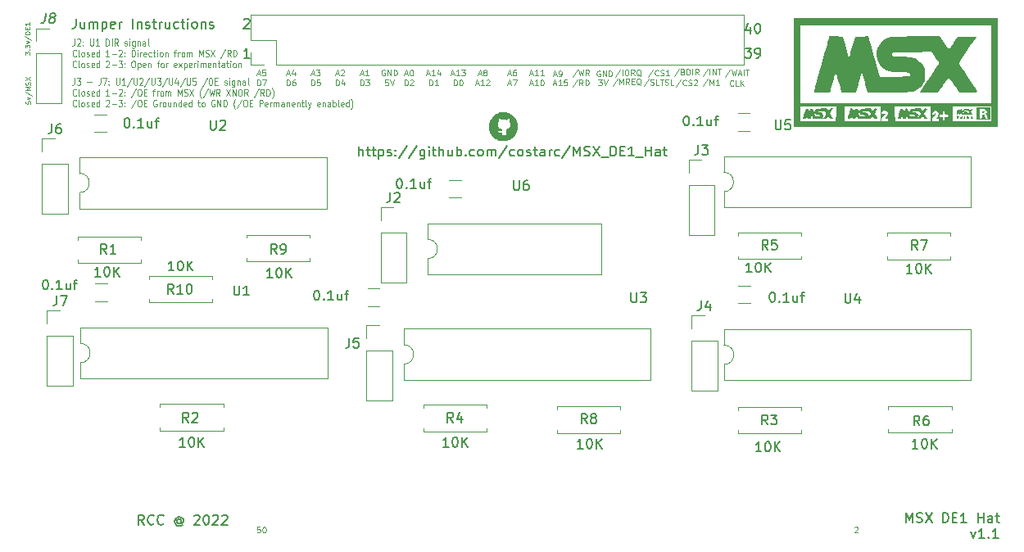
<source format=gbr>
%TF.GenerationSoftware,KiCad,Pcbnew,(6.0.7)*%
%TF.CreationDate,2022-12-14T18:08:10+00:00*%
%TF.ProjectId,MSX_DE1_Hat,4d53585f-4445-4315-9f48-61742e6b6963,1.1*%
%TF.SameCoordinates,Original*%
%TF.FileFunction,Legend,Top*%
%TF.FilePolarity,Positive*%
%FSLAX46Y46*%
G04 Gerber Fmt 4.6, Leading zero omitted, Abs format (unit mm)*
G04 Created by KiCad (PCBNEW (6.0.7)) date 2022-12-14 18:08:10*
%MOMM*%
%LPD*%
G01*
G04 APERTURE LIST*
%ADD10C,0.075000*%
%ADD11C,0.200000*%
%ADD12C,0.150000*%
%ADD13C,0.110000*%
%ADD14C,0.125000*%
%ADD15C,0.120000*%
G04 APERTURE END LIST*
D10*
X52848004Y-29838513D02*
X52848004Y-30076608D01*
X53086099Y-30100417D01*
X53062290Y-30076608D01*
X53038480Y-30028989D01*
X53038480Y-29909941D01*
X53062290Y-29862322D01*
X53086099Y-29838513D01*
X53133718Y-29814703D01*
X53252766Y-29814703D01*
X53300385Y-29838513D01*
X53324194Y-29862322D01*
X53348004Y-29909941D01*
X53348004Y-30028989D01*
X53324194Y-30076608D01*
X53300385Y-30100417D01*
X53014671Y-29648036D02*
X53348004Y-29528989D01*
X53014671Y-29409941D01*
X52824194Y-28862322D02*
X53467052Y-29290894D01*
X53348004Y-28695655D02*
X52848004Y-28695655D01*
X53205147Y-28528989D01*
X52848004Y-28362322D01*
X53348004Y-28362322D01*
X53324194Y-28148036D02*
X53348004Y-28076608D01*
X53348004Y-27957560D01*
X53324194Y-27909941D01*
X53300385Y-27886132D01*
X53252766Y-27862322D01*
X53205147Y-27862322D01*
X53157528Y-27886132D01*
X53133718Y-27909941D01*
X53109909Y-27957560D01*
X53086099Y-28052798D01*
X53062290Y-28100417D01*
X53038480Y-28124227D01*
X52990861Y-28148036D01*
X52943242Y-28148036D01*
X52895623Y-28124227D01*
X52871814Y-28100417D01*
X52848004Y-28052798D01*
X52848004Y-27933751D01*
X52871814Y-27862322D01*
X52848004Y-27695655D02*
X53348004Y-27362322D01*
X52848004Y-27362322D02*
X53348004Y-27695655D01*
X52777459Y-25037021D02*
X52777459Y-24727497D01*
X52967935Y-24894164D01*
X52967935Y-24822735D01*
X52991745Y-24775116D01*
X53015554Y-24751306D01*
X53063173Y-24727497D01*
X53182221Y-24727497D01*
X53229840Y-24751306D01*
X53253649Y-24775116D01*
X53277459Y-24822735D01*
X53277459Y-24965592D01*
X53253649Y-25013211D01*
X53229840Y-25037021D01*
X53229840Y-24513211D02*
X53253649Y-24489402D01*
X53277459Y-24513211D01*
X53253649Y-24537021D01*
X53229840Y-24513211D01*
X53277459Y-24513211D01*
X52777459Y-24322735D02*
X52777459Y-24013211D01*
X52967935Y-24179878D01*
X52967935Y-24108449D01*
X52991745Y-24060830D01*
X53015554Y-24037021D01*
X53063173Y-24013211D01*
X53182221Y-24013211D01*
X53229840Y-24037021D01*
X53253649Y-24060830D01*
X53277459Y-24108449D01*
X53277459Y-24251306D01*
X53253649Y-24298925D01*
X53229840Y-24322735D01*
X52944126Y-23846545D02*
X53277459Y-23727497D01*
X52944126Y-23608449D01*
X52753649Y-23060830D02*
X53396507Y-23489402D01*
X53277459Y-22894164D02*
X52777459Y-22894164D01*
X52777459Y-22775116D01*
X52801269Y-22703687D01*
X52848888Y-22656068D01*
X52896507Y-22632259D01*
X52991745Y-22608449D01*
X53063173Y-22608449D01*
X53158411Y-22632259D01*
X53206030Y-22656068D01*
X53253649Y-22703687D01*
X53277459Y-22775116D01*
X53277459Y-22894164D01*
X53015554Y-22394164D02*
X53015554Y-22227497D01*
X53277459Y-22156068D02*
X53277459Y-22394164D01*
X52777459Y-22394164D01*
X52777459Y-22156068D01*
X53277459Y-21679878D02*
X53277459Y-21965592D01*
X53277459Y-21822735D02*
X52777459Y-21822735D01*
X52848888Y-21870354D01*
X52896507Y-21917973D01*
X52920316Y-21965592D01*
D11*
X87301663Y-35492194D02*
X87301663Y-34492194D01*
X87730235Y-35492194D02*
X87730235Y-34968385D01*
X87682616Y-34873147D01*
X87587377Y-34825528D01*
X87444520Y-34825528D01*
X87349282Y-34873147D01*
X87301663Y-34920766D01*
X88063568Y-34825528D02*
X88444520Y-34825528D01*
X88206425Y-34492194D02*
X88206425Y-35349337D01*
X88254044Y-35444575D01*
X88349282Y-35492194D01*
X88444520Y-35492194D01*
X88634996Y-34825528D02*
X89015949Y-34825528D01*
X88777854Y-34492194D02*
X88777854Y-35349337D01*
X88825473Y-35444575D01*
X88920711Y-35492194D01*
X89015949Y-35492194D01*
X89349282Y-34825528D02*
X89349282Y-35825528D01*
X89349282Y-34873147D02*
X89444520Y-34825528D01*
X89634996Y-34825528D01*
X89730235Y-34873147D01*
X89777854Y-34920766D01*
X89825473Y-35016004D01*
X89825473Y-35301718D01*
X89777854Y-35396956D01*
X89730235Y-35444575D01*
X89634996Y-35492194D01*
X89444520Y-35492194D01*
X89349282Y-35444575D01*
X90206425Y-35444575D02*
X90301663Y-35492194D01*
X90492139Y-35492194D01*
X90587377Y-35444575D01*
X90634996Y-35349337D01*
X90634996Y-35301718D01*
X90587377Y-35206480D01*
X90492139Y-35158861D01*
X90349282Y-35158861D01*
X90254044Y-35111242D01*
X90206425Y-35016004D01*
X90206425Y-34968385D01*
X90254044Y-34873147D01*
X90349282Y-34825528D01*
X90492139Y-34825528D01*
X90587377Y-34873147D01*
X91063568Y-35396956D02*
X91111187Y-35444575D01*
X91063568Y-35492194D01*
X91015949Y-35444575D01*
X91063568Y-35396956D01*
X91063568Y-35492194D01*
X91063568Y-34873147D02*
X91111187Y-34920766D01*
X91063568Y-34968385D01*
X91015949Y-34920766D01*
X91063568Y-34873147D01*
X91063568Y-34968385D01*
X92254044Y-34444575D02*
X91396901Y-35730290D01*
X93301663Y-34444575D02*
X92444520Y-35730290D01*
X94063568Y-34825528D02*
X94063568Y-35635052D01*
X94015949Y-35730290D01*
X93968330Y-35777909D01*
X93873092Y-35825528D01*
X93730235Y-35825528D01*
X93634996Y-35777909D01*
X94063568Y-35444575D02*
X93968330Y-35492194D01*
X93777854Y-35492194D01*
X93682616Y-35444575D01*
X93634996Y-35396956D01*
X93587377Y-35301718D01*
X93587377Y-35016004D01*
X93634996Y-34920766D01*
X93682616Y-34873147D01*
X93777854Y-34825528D01*
X93968330Y-34825528D01*
X94063568Y-34873147D01*
X94539758Y-35492194D02*
X94539758Y-34825528D01*
X94539758Y-34492194D02*
X94492139Y-34539814D01*
X94539758Y-34587433D01*
X94587377Y-34539814D01*
X94539758Y-34492194D01*
X94539758Y-34587433D01*
X94873092Y-34825528D02*
X95254044Y-34825528D01*
X95015949Y-34492194D02*
X95015949Y-35349337D01*
X95063568Y-35444575D01*
X95158806Y-35492194D01*
X95254044Y-35492194D01*
X95587377Y-35492194D02*
X95587377Y-34492194D01*
X96015949Y-35492194D02*
X96015949Y-34968385D01*
X95968330Y-34873147D01*
X95873092Y-34825528D01*
X95730235Y-34825528D01*
X95634996Y-34873147D01*
X95587377Y-34920766D01*
X96920711Y-34825528D02*
X96920711Y-35492194D01*
X96492139Y-34825528D02*
X96492139Y-35349337D01*
X96539758Y-35444575D01*
X96634996Y-35492194D01*
X96777854Y-35492194D01*
X96873092Y-35444575D01*
X96920711Y-35396956D01*
X97396901Y-35492194D02*
X97396901Y-34492194D01*
X97396901Y-34873147D02*
X97492139Y-34825528D01*
X97682616Y-34825528D01*
X97777854Y-34873147D01*
X97825473Y-34920766D01*
X97873092Y-35016004D01*
X97873092Y-35301718D01*
X97825473Y-35396956D01*
X97777854Y-35444575D01*
X97682616Y-35492194D01*
X97492139Y-35492194D01*
X97396901Y-35444575D01*
X98301663Y-35396956D02*
X98349282Y-35444575D01*
X98301663Y-35492194D01*
X98254044Y-35444575D01*
X98301663Y-35396956D01*
X98301663Y-35492194D01*
X99206425Y-35444575D02*
X99111187Y-35492194D01*
X98920711Y-35492194D01*
X98825473Y-35444575D01*
X98777854Y-35396956D01*
X98730235Y-35301718D01*
X98730235Y-35016004D01*
X98777854Y-34920766D01*
X98825473Y-34873147D01*
X98920711Y-34825528D01*
X99111187Y-34825528D01*
X99206425Y-34873147D01*
X99777854Y-35492194D02*
X99682616Y-35444575D01*
X99634996Y-35396956D01*
X99587377Y-35301718D01*
X99587377Y-35016004D01*
X99634996Y-34920766D01*
X99682616Y-34873147D01*
X99777854Y-34825528D01*
X99920711Y-34825528D01*
X100015949Y-34873147D01*
X100063568Y-34920766D01*
X100111187Y-35016004D01*
X100111187Y-35301718D01*
X100063568Y-35396956D01*
X100015949Y-35444575D01*
X99920711Y-35492194D01*
X99777854Y-35492194D01*
X100539758Y-35492194D02*
X100539758Y-34825528D01*
X100539758Y-34920766D02*
X100587377Y-34873147D01*
X100682616Y-34825528D01*
X100825473Y-34825528D01*
X100920711Y-34873147D01*
X100968330Y-34968385D01*
X100968330Y-35492194D01*
X100968330Y-34968385D02*
X101015949Y-34873147D01*
X101111187Y-34825528D01*
X101254044Y-34825528D01*
X101349282Y-34873147D01*
X101396901Y-34968385D01*
X101396901Y-35492194D01*
X102587377Y-34444575D02*
X101730235Y-35730290D01*
X103349282Y-35444575D02*
X103254044Y-35492194D01*
X103063568Y-35492194D01*
X102968330Y-35444575D01*
X102920711Y-35396956D01*
X102873092Y-35301718D01*
X102873092Y-35016004D01*
X102920711Y-34920766D01*
X102968330Y-34873147D01*
X103063568Y-34825528D01*
X103254044Y-34825528D01*
X103349282Y-34873147D01*
X103920711Y-35492194D02*
X103825473Y-35444575D01*
X103777854Y-35396956D01*
X103730235Y-35301718D01*
X103730235Y-35016004D01*
X103777854Y-34920766D01*
X103825473Y-34873147D01*
X103920711Y-34825528D01*
X104063568Y-34825528D01*
X104158806Y-34873147D01*
X104206425Y-34920766D01*
X104254044Y-35016004D01*
X104254044Y-35301718D01*
X104206425Y-35396956D01*
X104158806Y-35444575D01*
X104063568Y-35492194D01*
X103920711Y-35492194D01*
X104634996Y-35444575D02*
X104730235Y-35492194D01*
X104920711Y-35492194D01*
X105015949Y-35444575D01*
X105063568Y-35349337D01*
X105063568Y-35301718D01*
X105015949Y-35206480D01*
X104920711Y-35158861D01*
X104777854Y-35158861D01*
X104682616Y-35111242D01*
X104634996Y-35016004D01*
X104634996Y-34968385D01*
X104682616Y-34873147D01*
X104777854Y-34825528D01*
X104920711Y-34825528D01*
X105015949Y-34873147D01*
X105349282Y-34825528D02*
X105730235Y-34825528D01*
X105492139Y-34492194D02*
X105492139Y-35349337D01*
X105539758Y-35444575D01*
X105634996Y-35492194D01*
X105730235Y-35492194D01*
X106492139Y-35492194D02*
X106492139Y-34968385D01*
X106444520Y-34873147D01*
X106349282Y-34825528D01*
X106158806Y-34825528D01*
X106063568Y-34873147D01*
X106492139Y-35444575D02*
X106396901Y-35492194D01*
X106158806Y-35492194D01*
X106063568Y-35444575D01*
X106015949Y-35349337D01*
X106015949Y-35254099D01*
X106063568Y-35158861D01*
X106158806Y-35111242D01*
X106396901Y-35111242D01*
X106492139Y-35063623D01*
X106968330Y-35492194D02*
X106968330Y-34825528D01*
X106968330Y-35016004D02*
X107015949Y-34920766D01*
X107063568Y-34873147D01*
X107158806Y-34825528D01*
X107254044Y-34825528D01*
X108015949Y-35444575D02*
X107920711Y-35492194D01*
X107730235Y-35492194D01*
X107634996Y-35444575D01*
X107587377Y-35396956D01*
X107539758Y-35301718D01*
X107539758Y-35016004D01*
X107587377Y-34920766D01*
X107634996Y-34873147D01*
X107730235Y-34825528D01*
X107920711Y-34825528D01*
X108015949Y-34873147D01*
X109158806Y-34444575D02*
X108301663Y-35730290D01*
X109492139Y-35492194D02*
X109492139Y-34492194D01*
X109825473Y-35206480D01*
X110158806Y-34492194D01*
X110158806Y-35492194D01*
X110587377Y-35444575D02*
X110730235Y-35492194D01*
X110968330Y-35492194D01*
X111063568Y-35444575D01*
X111111187Y-35396956D01*
X111158806Y-35301718D01*
X111158806Y-35206480D01*
X111111187Y-35111242D01*
X111063568Y-35063623D01*
X110968330Y-35016004D01*
X110777854Y-34968385D01*
X110682616Y-34920766D01*
X110634996Y-34873147D01*
X110587377Y-34777909D01*
X110587377Y-34682671D01*
X110634996Y-34587433D01*
X110682616Y-34539814D01*
X110777854Y-34492194D01*
X111015949Y-34492194D01*
X111158806Y-34539814D01*
X111492139Y-34492194D02*
X112158806Y-35492194D01*
X112158806Y-34492194D02*
X111492139Y-35492194D01*
X112301663Y-35587433D02*
X113063568Y-35587433D01*
X113301663Y-35492194D02*
X113301663Y-34492194D01*
X113539758Y-34492194D01*
X113682616Y-34539814D01*
X113777854Y-34635052D01*
X113825473Y-34730290D01*
X113873092Y-34920766D01*
X113873092Y-35063623D01*
X113825473Y-35254099D01*
X113777854Y-35349337D01*
X113682616Y-35444575D01*
X113539758Y-35492194D01*
X113301663Y-35492194D01*
X114301663Y-34968385D02*
X114634996Y-34968385D01*
X114777854Y-35492194D02*
X114301663Y-35492194D01*
X114301663Y-34492194D01*
X114777854Y-34492194D01*
X115730235Y-35492194D02*
X115158806Y-35492194D01*
X115444520Y-35492194D02*
X115444520Y-34492194D01*
X115349282Y-34635052D01*
X115254044Y-34730290D01*
X115158806Y-34777909D01*
X115920711Y-35587433D02*
X116682616Y-35587433D01*
X116920711Y-35492194D02*
X116920711Y-34492194D01*
X116920711Y-34968385D02*
X117492139Y-34968385D01*
X117492139Y-35492194D02*
X117492139Y-34492194D01*
X118396901Y-35492194D02*
X118396901Y-34968385D01*
X118349282Y-34873147D01*
X118254044Y-34825528D01*
X118063568Y-34825528D01*
X117968330Y-34873147D01*
X118396901Y-35444575D02*
X118301663Y-35492194D01*
X118063568Y-35492194D01*
X117968330Y-35444575D01*
X117920711Y-35349337D01*
X117920711Y-35254099D01*
X117968330Y-35158861D01*
X118063568Y-35111242D01*
X118301663Y-35111242D01*
X118396901Y-35063623D01*
X118730235Y-34825528D02*
X119111187Y-34825528D01*
X118873092Y-34492194D02*
X118873092Y-35349337D01*
X118920711Y-35444575D01*
X119015949Y-35492194D01*
X119111187Y-35492194D01*
D12*
X143839031Y-73390832D02*
X143839031Y-72390832D01*
X144172364Y-73105118D01*
X144505697Y-72390832D01*
X144505697Y-73390832D01*
X144934269Y-73343213D02*
X145077126Y-73390832D01*
X145315221Y-73390832D01*
X145410459Y-73343213D01*
X145458078Y-73295594D01*
X145505697Y-73200356D01*
X145505697Y-73105118D01*
X145458078Y-73009880D01*
X145410459Y-72962261D01*
X145315221Y-72914642D01*
X145124745Y-72867023D01*
X145029507Y-72819404D01*
X144981888Y-72771785D01*
X144934269Y-72676547D01*
X144934269Y-72581309D01*
X144981888Y-72486071D01*
X145029507Y-72438452D01*
X145124745Y-72390832D01*
X145362840Y-72390832D01*
X145505697Y-72438452D01*
X145839031Y-72390832D02*
X146505697Y-73390832D01*
X146505697Y-72390832D02*
X145839031Y-73390832D01*
X147648555Y-73390832D02*
X147648555Y-72390832D01*
X147886650Y-72390832D01*
X148029507Y-72438452D01*
X148124745Y-72533690D01*
X148172364Y-72628928D01*
X148219983Y-72819404D01*
X148219983Y-72962261D01*
X148172364Y-73152737D01*
X148124745Y-73247975D01*
X148029507Y-73343213D01*
X147886650Y-73390832D01*
X147648555Y-73390832D01*
X148648555Y-72867023D02*
X148981888Y-72867023D01*
X149124745Y-73390832D02*
X148648555Y-73390832D01*
X148648555Y-72390832D01*
X149124745Y-72390832D01*
X150077126Y-73390832D02*
X149505697Y-73390832D01*
X149791412Y-73390832D02*
X149791412Y-72390832D01*
X149696174Y-72533690D01*
X149600936Y-72628928D01*
X149505697Y-72676547D01*
X151267602Y-73390832D02*
X151267602Y-72390832D01*
X151267602Y-72867023D02*
X151839031Y-72867023D01*
X151839031Y-73390832D02*
X151839031Y-72390832D01*
X152743793Y-73390832D02*
X152743793Y-72867023D01*
X152696174Y-72771785D01*
X152600936Y-72724166D01*
X152410459Y-72724166D01*
X152315221Y-72771785D01*
X152743793Y-73343213D02*
X152648555Y-73390832D01*
X152410459Y-73390832D01*
X152315221Y-73343213D01*
X152267602Y-73247975D01*
X152267602Y-73152737D01*
X152315221Y-73057499D01*
X152410459Y-73009880D01*
X152648555Y-73009880D01*
X152743793Y-72962261D01*
X153077126Y-72724166D02*
X153458078Y-72724166D01*
X153219983Y-72390832D02*
X153219983Y-73247975D01*
X153267602Y-73343213D01*
X153362840Y-73390832D01*
X153458078Y-73390832D01*
X150553317Y-74334166D02*
X150791412Y-75000832D01*
X151029507Y-74334166D01*
X151934269Y-75000832D02*
X151362840Y-75000832D01*
X151648555Y-75000832D02*
X151648555Y-74000832D01*
X151553317Y-74143690D01*
X151458078Y-74238928D01*
X151362840Y-74286547D01*
X152362840Y-74905594D02*
X152410459Y-74953213D01*
X152362840Y-75000832D01*
X152315221Y-74953213D01*
X152362840Y-74905594D01*
X152362840Y-75000832D01*
X153362840Y-75000832D02*
X152791412Y-75000832D01*
X153077126Y-75000832D02*
X153077126Y-74000832D01*
X152981888Y-74143690D01*
X152886650Y-74238928D01*
X152791412Y-74286547D01*
X75406285Y-21391619D02*
X75453904Y-21344000D01*
X75549142Y-21296380D01*
X75787238Y-21296380D01*
X75882476Y-21344000D01*
X75930095Y-21391619D01*
X75977714Y-21486857D01*
X75977714Y-21582095D01*
X75930095Y-21724952D01*
X75358666Y-22296380D01*
X75977714Y-22296380D01*
D13*
X120572265Y-27580196D02*
X120057979Y-28351624D01*
X121115122Y-28151624D02*
X121086551Y-28180196D01*
X121000836Y-28208767D01*
X120943693Y-28208767D01*
X120857979Y-28180196D01*
X120800836Y-28123053D01*
X120772265Y-28065910D01*
X120743693Y-27951624D01*
X120743693Y-27865910D01*
X120772265Y-27751624D01*
X120800836Y-27694481D01*
X120857979Y-27637339D01*
X120943693Y-27608767D01*
X121000836Y-27608767D01*
X121086551Y-27637339D01*
X121115122Y-27665910D01*
X121343693Y-28180196D02*
X121429408Y-28208767D01*
X121572265Y-28208767D01*
X121629408Y-28180196D01*
X121657979Y-28151624D01*
X121686551Y-28094481D01*
X121686551Y-28037339D01*
X121657979Y-27980196D01*
X121629408Y-27951624D01*
X121572265Y-27923053D01*
X121457979Y-27894481D01*
X121400836Y-27865910D01*
X121372265Y-27837339D01*
X121343693Y-27780196D01*
X121343693Y-27723053D01*
X121372265Y-27665910D01*
X121400836Y-27637339D01*
X121457979Y-27608767D01*
X121600836Y-27608767D01*
X121686551Y-27637339D01*
X121915122Y-27665910D02*
X121943693Y-27637339D01*
X122000836Y-27608767D01*
X122143693Y-27608767D01*
X122200836Y-27637339D01*
X122229408Y-27665910D01*
X122257979Y-27723053D01*
X122257979Y-27780196D01*
X122229408Y-27865910D01*
X121886551Y-28208767D01*
X122257979Y-28208767D01*
X82361142Y-28211428D02*
X82361142Y-27611428D01*
X82504000Y-27611428D01*
X82589714Y-27640000D01*
X82646857Y-27697142D01*
X82675428Y-27754285D01*
X82704000Y-27868571D01*
X82704000Y-27954285D01*
X82675428Y-28068571D01*
X82646857Y-28125714D01*
X82589714Y-28182857D01*
X82504000Y-28211428D01*
X82361142Y-28211428D01*
X83246857Y-27611428D02*
X82961142Y-27611428D01*
X82932571Y-27897142D01*
X82961142Y-27868571D01*
X83018285Y-27840000D01*
X83161142Y-27840000D01*
X83218285Y-27868571D01*
X83246857Y-27897142D01*
X83275428Y-27954285D01*
X83275428Y-28097142D01*
X83246857Y-28154285D01*
X83218285Y-28182857D01*
X83161142Y-28211428D01*
X83018285Y-28211428D01*
X82961142Y-28182857D01*
X82932571Y-28154285D01*
X104949714Y-27024000D02*
X105235428Y-27024000D01*
X104892571Y-27195428D02*
X105092571Y-26595428D01*
X105292571Y-27195428D01*
X105806857Y-27195428D02*
X105464000Y-27195428D01*
X105635428Y-27195428D02*
X105635428Y-26595428D01*
X105578285Y-26681142D01*
X105521142Y-26738285D01*
X105464000Y-26766857D01*
X106378285Y-27195428D02*
X106035428Y-27195428D01*
X106206857Y-27195428D02*
X106206857Y-26595428D01*
X106149714Y-26681142D01*
X106092571Y-26738285D01*
X106035428Y-26766857D01*
X89966857Y-26624000D02*
X89909714Y-26595428D01*
X89824000Y-26595428D01*
X89738285Y-26624000D01*
X89681142Y-26681142D01*
X89652571Y-26738285D01*
X89624000Y-26852571D01*
X89624000Y-26938285D01*
X89652571Y-27052571D01*
X89681142Y-27109714D01*
X89738285Y-27166857D01*
X89824000Y-27195428D01*
X89881142Y-27195428D01*
X89966857Y-27166857D01*
X89995428Y-27138285D01*
X89995428Y-26938285D01*
X89881142Y-26938285D01*
X90252571Y-27195428D02*
X90252571Y-26595428D01*
X90595428Y-27195428D01*
X90595428Y-26595428D01*
X90881142Y-27195428D02*
X90881142Y-26595428D01*
X91024000Y-26595428D01*
X91109714Y-26624000D01*
X91166857Y-26681142D01*
X91195428Y-26738285D01*
X91224000Y-26852571D01*
X91224000Y-26938285D01*
X91195428Y-27052571D01*
X91166857Y-27109714D01*
X91109714Y-27166857D01*
X91024000Y-27195428D01*
X90881142Y-27195428D01*
X102695428Y-28040000D02*
X102981142Y-28040000D01*
X102638285Y-28211428D02*
X102838285Y-27611428D01*
X103038285Y-28211428D01*
X103181142Y-27611428D02*
X103581142Y-27611428D01*
X103324000Y-28211428D01*
D12*
X127206476Y-24344380D02*
X127825523Y-24344380D01*
X127492190Y-24725333D01*
X127635047Y-24725333D01*
X127730285Y-24772952D01*
X127777904Y-24820571D01*
X127825523Y-24915809D01*
X127825523Y-25153904D01*
X127777904Y-25249142D01*
X127730285Y-25296761D01*
X127635047Y-25344380D01*
X127349333Y-25344380D01*
X127254095Y-25296761D01*
X127206476Y-25249142D01*
X128301714Y-25344380D02*
X128492190Y-25344380D01*
X128587428Y-25296761D01*
X128635047Y-25249142D01*
X128730285Y-25106285D01*
X128777904Y-24915809D01*
X128777904Y-24534857D01*
X128730285Y-24439619D01*
X128682666Y-24392000D01*
X128587428Y-24344380D01*
X128396952Y-24344380D01*
X128301714Y-24392000D01*
X128254095Y-24439619D01*
X128206476Y-24534857D01*
X128206476Y-24772952D01*
X128254095Y-24868190D01*
X128301714Y-24915809D01*
X128396952Y-24963428D01*
X128587428Y-24963428D01*
X128682666Y-24915809D01*
X128730285Y-24868190D01*
X128777904Y-24772952D01*
D13*
X92013142Y-28211428D02*
X92013142Y-27611428D01*
X92156000Y-27611428D01*
X92241714Y-27640000D01*
X92298857Y-27697142D01*
X92327428Y-27754285D01*
X92356000Y-27868571D01*
X92356000Y-27954285D01*
X92327428Y-28068571D01*
X92298857Y-28125714D01*
X92241714Y-28182857D01*
X92156000Y-28211428D01*
X92013142Y-28211428D01*
X92584571Y-27668571D02*
X92613142Y-27640000D01*
X92670285Y-27611428D01*
X92813142Y-27611428D01*
X92870285Y-27640000D01*
X92898857Y-27668571D01*
X92927428Y-27725714D01*
X92927428Y-27782857D01*
X92898857Y-27868571D01*
X92556000Y-28211428D01*
X92927428Y-28211428D01*
X114313113Y-26542108D02*
X113798827Y-27313536D01*
X114513113Y-27170679D02*
X114513113Y-26570679D01*
X114913113Y-26570679D02*
X115027399Y-26570679D01*
X115084541Y-26599251D01*
X115141684Y-26656393D01*
X115170256Y-26770679D01*
X115170256Y-26970679D01*
X115141684Y-27084965D01*
X115084541Y-27142108D01*
X115027399Y-27170679D01*
X114913113Y-27170679D01*
X114855970Y-27142108D01*
X114798827Y-27084965D01*
X114770256Y-26970679D01*
X114770256Y-26770679D01*
X114798827Y-26656393D01*
X114855970Y-26599251D01*
X114913113Y-26570679D01*
X115770256Y-27170679D02*
X115570256Y-26884965D01*
X115427399Y-27170679D02*
X115427399Y-26570679D01*
X115655970Y-26570679D01*
X115713113Y-26599251D01*
X115741684Y-26627822D01*
X115770256Y-26684965D01*
X115770256Y-26770679D01*
X115741684Y-26827822D01*
X115713113Y-26856393D01*
X115655970Y-26884965D01*
X115427399Y-26884965D01*
X116427399Y-27227822D02*
X116370256Y-27199251D01*
X116313113Y-27142108D01*
X116227399Y-27056393D01*
X116170256Y-27027822D01*
X116113113Y-27027822D01*
X116141684Y-27170679D02*
X116084541Y-27142108D01*
X116027399Y-27084965D01*
X115998827Y-26970679D01*
X115998827Y-26770679D01*
X116027399Y-26656393D01*
X116084541Y-26599251D01*
X116141684Y-26570679D01*
X116255970Y-26570679D01*
X116313113Y-26599251D01*
X116370256Y-26656393D01*
X116398827Y-26770679D01*
X116398827Y-26970679D01*
X116370256Y-27084965D01*
X116313113Y-27142108D01*
X116255970Y-27170679D01*
X116141684Y-27170679D01*
X92027428Y-27024000D02*
X92313142Y-27024000D01*
X91970285Y-27195428D02*
X92170285Y-26595428D01*
X92370285Y-27195428D01*
X92684571Y-26595428D02*
X92741714Y-26595428D01*
X92798857Y-26624000D01*
X92827428Y-26652571D01*
X92856000Y-26709714D01*
X92884571Y-26824000D01*
X92884571Y-26966857D01*
X92856000Y-27081142D01*
X92827428Y-27138285D01*
X92798857Y-27166857D01*
X92741714Y-27195428D01*
X92684571Y-27195428D01*
X92627428Y-27166857D01*
X92598857Y-27138285D01*
X92570285Y-27081142D01*
X92541714Y-26966857D01*
X92541714Y-26824000D01*
X92570285Y-26709714D01*
X92598857Y-26652571D01*
X92627428Y-26624000D01*
X92684571Y-26595428D01*
D12*
X58047619Y-21296380D02*
X58047619Y-22010666D01*
X58000000Y-22153523D01*
X57904761Y-22248761D01*
X57761904Y-22296380D01*
X57666666Y-22296380D01*
X58952380Y-21629714D02*
X58952380Y-22296380D01*
X58523809Y-21629714D02*
X58523809Y-22153523D01*
X58571428Y-22248761D01*
X58666666Y-22296380D01*
X58809523Y-22296380D01*
X58904761Y-22248761D01*
X58952380Y-22201142D01*
X59428571Y-22296380D02*
X59428571Y-21629714D01*
X59428571Y-21724952D02*
X59476190Y-21677333D01*
X59571428Y-21629714D01*
X59714285Y-21629714D01*
X59809523Y-21677333D01*
X59857142Y-21772571D01*
X59857142Y-22296380D01*
X59857142Y-21772571D02*
X59904761Y-21677333D01*
X60000000Y-21629714D01*
X60142857Y-21629714D01*
X60238095Y-21677333D01*
X60285714Y-21772571D01*
X60285714Y-22296380D01*
X60761904Y-21629714D02*
X60761904Y-22629714D01*
X60761904Y-21677333D02*
X60857142Y-21629714D01*
X61047619Y-21629714D01*
X61142857Y-21677333D01*
X61190476Y-21724952D01*
X61238095Y-21820190D01*
X61238095Y-22105904D01*
X61190476Y-22201142D01*
X61142857Y-22248761D01*
X61047619Y-22296380D01*
X60857142Y-22296380D01*
X60761904Y-22248761D01*
X62047619Y-22248761D02*
X61952380Y-22296380D01*
X61761904Y-22296380D01*
X61666666Y-22248761D01*
X61619047Y-22153523D01*
X61619047Y-21772571D01*
X61666666Y-21677333D01*
X61761904Y-21629714D01*
X61952380Y-21629714D01*
X62047619Y-21677333D01*
X62095238Y-21772571D01*
X62095238Y-21867809D01*
X61619047Y-21963047D01*
X62523809Y-22296380D02*
X62523809Y-21629714D01*
X62523809Y-21820190D02*
X62571428Y-21724952D01*
X62619047Y-21677333D01*
X62714285Y-21629714D01*
X62809523Y-21629714D01*
X63904761Y-22296380D02*
X63904761Y-21296380D01*
X64380952Y-21629714D02*
X64380952Y-22296380D01*
X64380952Y-21724952D02*
X64428571Y-21677333D01*
X64523809Y-21629714D01*
X64666666Y-21629714D01*
X64761904Y-21677333D01*
X64809523Y-21772571D01*
X64809523Y-22296380D01*
X65238095Y-22248761D02*
X65333333Y-22296380D01*
X65523809Y-22296380D01*
X65619047Y-22248761D01*
X65666666Y-22153523D01*
X65666666Y-22105904D01*
X65619047Y-22010666D01*
X65523809Y-21963047D01*
X65380952Y-21963047D01*
X65285714Y-21915428D01*
X65238095Y-21820190D01*
X65238095Y-21772571D01*
X65285714Y-21677333D01*
X65380952Y-21629714D01*
X65523809Y-21629714D01*
X65619047Y-21677333D01*
X65952380Y-21629714D02*
X66333333Y-21629714D01*
X66095238Y-21296380D02*
X66095238Y-22153523D01*
X66142857Y-22248761D01*
X66238095Y-22296380D01*
X66333333Y-22296380D01*
X66666666Y-22296380D02*
X66666666Y-21629714D01*
X66666666Y-21820190D02*
X66714285Y-21724952D01*
X66761904Y-21677333D01*
X66857142Y-21629714D01*
X66952380Y-21629714D01*
X67714285Y-21629714D02*
X67714285Y-22296380D01*
X67285714Y-21629714D02*
X67285714Y-22153523D01*
X67333333Y-22248761D01*
X67428571Y-22296380D01*
X67571428Y-22296380D01*
X67666666Y-22248761D01*
X67714285Y-22201142D01*
X68619047Y-22248761D02*
X68523809Y-22296380D01*
X68333333Y-22296380D01*
X68238095Y-22248761D01*
X68190476Y-22201142D01*
X68142857Y-22105904D01*
X68142857Y-21820190D01*
X68190476Y-21724952D01*
X68238095Y-21677333D01*
X68333333Y-21629714D01*
X68523809Y-21629714D01*
X68619047Y-21677333D01*
X68904761Y-21629714D02*
X69285714Y-21629714D01*
X69047619Y-21296380D02*
X69047619Y-22153523D01*
X69095238Y-22248761D01*
X69190476Y-22296380D01*
X69285714Y-22296380D01*
X69619047Y-22296380D02*
X69619047Y-21629714D01*
X69619047Y-21296380D02*
X69571428Y-21344000D01*
X69619047Y-21391619D01*
X69666666Y-21344000D01*
X69619047Y-21296380D01*
X69619047Y-21391619D01*
X70238095Y-22296380D02*
X70142857Y-22248761D01*
X70095238Y-22201142D01*
X70047619Y-22105904D01*
X70047619Y-21820190D01*
X70095238Y-21724952D01*
X70142857Y-21677333D01*
X70238095Y-21629714D01*
X70380952Y-21629714D01*
X70476190Y-21677333D01*
X70523809Y-21724952D01*
X70571428Y-21820190D01*
X70571428Y-22105904D01*
X70523809Y-22201142D01*
X70476190Y-22248761D01*
X70380952Y-22296380D01*
X70238095Y-22296380D01*
X71000000Y-21629714D02*
X71000000Y-22296380D01*
X71000000Y-21724952D02*
X71047619Y-21677333D01*
X71142857Y-21629714D01*
X71285714Y-21629714D01*
X71380952Y-21677333D01*
X71428571Y-21772571D01*
X71428571Y-22296380D01*
X71857142Y-22248761D02*
X71952380Y-22296380D01*
X72142857Y-22296380D01*
X72238095Y-22248761D01*
X72285714Y-22153523D01*
X72285714Y-22105904D01*
X72238095Y-22010666D01*
X72142857Y-21963047D01*
X72000000Y-21963047D01*
X71904761Y-21915428D01*
X71857142Y-21820190D01*
X71857142Y-21772571D01*
X71904761Y-21677333D01*
X72000000Y-21629714D01*
X72142857Y-21629714D01*
X72238095Y-21677333D01*
D13*
X117235498Y-27528924D02*
X116721212Y-28300352D01*
X117406927Y-28128924D02*
X117492641Y-28157495D01*
X117635498Y-28157495D01*
X117692641Y-28128924D01*
X117721212Y-28100352D01*
X117749784Y-28043209D01*
X117749784Y-27986067D01*
X117721212Y-27928924D01*
X117692641Y-27900352D01*
X117635498Y-27871781D01*
X117521212Y-27843209D01*
X117464070Y-27814638D01*
X117435498Y-27786067D01*
X117406927Y-27728924D01*
X117406927Y-27671781D01*
X117435498Y-27614638D01*
X117464070Y-27586067D01*
X117521212Y-27557495D01*
X117664070Y-27557495D01*
X117749784Y-27586067D01*
X118292641Y-28157495D02*
X118006927Y-28157495D01*
X118006927Y-27557495D01*
X118406927Y-27557495D02*
X118749784Y-27557495D01*
X118578355Y-28157495D02*
X118578355Y-27557495D01*
X118921212Y-28128924D02*
X119006927Y-28157495D01*
X119149784Y-28157495D01*
X119206927Y-28128924D01*
X119235498Y-28100352D01*
X119264070Y-28043209D01*
X119264070Y-27986067D01*
X119235498Y-27928924D01*
X119206927Y-27900352D01*
X119149784Y-27871781D01*
X119035498Y-27843209D01*
X118978355Y-27814638D01*
X118949784Y-27786067D01*
X118921212Y-27728924D01*
X118921212Y-27671781D01*
X118949784Y-27614638D01*
X118978355Y-27586067D01*
X119035498Y-27557495D01*
X119178355Y-27557495D01*
X119264070Y-27586067D01*
X119806927Y-28157495D02*
X119521212Y-28157495D01*
X119521212Y-27557495D01*
X82375428Y-27024000D02*
X82661142Y-27024000D01*
X82318285Y-27195428D02*
X82518285Y-26595428D01*
X82718285Y-27195428D01*
X82861142Y-26595428D02*
X83232571Y-26595428D01*
X83032571Y-26824000D01*
X83118285Y-26824000D01*
X83175428Y-26852571D01*
X83204000Y-26881142D01*
X83232571Y-26938285D01*
X83232571Y-27081142D01*
X83204000Y-27138285D01*
X83175428Y-27166857D01*
X83118285Y-27195428D01*
X82946857Y-27195428D01*
X82889714Y-27166857D01*
X82861142Y-27138285D01*
X117701055Y-26554764D02*
X117186769Y-27326192D01*
X118243912Y-27126192D02*
X118215341Y-27154764D01*
X118129626Y-27183335D01*
X118072483Y-27183335D01*
X117986769Y-27154764D01*
X117929626Y-27097621D01*
X117901055Y-27040478D01*
X117872483Y-26926192D01*
X117872483Y-26840478D01*
X117901055Y-26726192D01*
X117929626Y-26669049D01*
X117986769Y-26611907D01*
X118072483Y-26583335D01*
X118129626Y-26583335D01*
X118215341Y-26611907D01*
X118243912Y-26640478D01*
X118472483Y-27154764D02*
X118558198Y-27183335D01*
X118701055Y-27183335D01*
X118758198Y-27154764D01*
X118786769Y-27126192D01*
X118815341Y-27069049D01*
X118815341Y-27011907D01*
X118786769Y-26954764D01*
X118758198Y-26926192D01*
X118701055Y-26897621D01*
X118586769Y-26869049D01*
X118529626Y-26840478D01*
X118501055Y-26811907D01*
X118472483Y-26754764D01*
X118472483Y-26697621D01*
X118501055Y-26640478D01*
X118529626Y-26611907D01*
X118586769Y-26583335D01*
X118729626Y-26583335D01*
X118815341Y-26611907D01*
X119386769Y-27183335D02*
X119043912Y-27183335D01*
X119215341Y-27183335D02*
X119215341Y-26583335D01*
X119158198Y-26669049D01*
X119101055Y-26726192D01*
X119043912Y-26754764D01*
X90309714Y-27611428D02*
X90024000Y-27611428D01*
X89995428Y-27897142D01*
X90024000Y-27868571D01*
X90081142Y-27840000D01*
X90224000Y-27840000D01*
X90281142Y-27868571D01*
X90309714Y-27897142D01*
X90338285Y-27954285D01*
X90338285Y-28097142D01*
X90309714Y-28154285D01*
X90281142Y-28182857D01*
X90224000Y-28211428D01*
X90081142Y-28211428D01*
X90024000Y-28182857D01*
X89995428Y-28154285D01*
X90509714Y-27611428D02*
X90709714Y-28211428D01*
X90909714Y-27611428D01*
X87441142Y-28211428D02*
X87441142Y-27611428D01*
X87584000Y-27611428D01*
X87669714Y-27640000D01*
X87726857Y-27697142D01*
X87755428Y-27754285D01*
X87784000Y-27868571D01*
X87784000Y-27954285D01*
X87755428Y-28068571D01*
X87726857Y-28125714D01*
X87669714Y-28182857D01*
X87584000Y-28211428D01*
X87441142Y-28211428D01*
X87984000Y-27611428D02*
X88355428Y-27611428D01*
X88155428Y-27840000D01*
X88241142Y-27840000D01*
X88298285Y-27868571D01*
X88326857Y-27897142D01*
X88355428Y-27954285D01*
X88355428Y-28097142D01*
X88326857Y-28154285D01*
X88298285Y-28182857D01*
X88241142Y-28211428D01*
X88069714Y-28211428D01*
X88012571Y-28182857D01*
X87984000Y-28154285D01*
X99361714Y-28040000D02*
X99647428Y-28040000D01*
X99304571Y-28211428D02*
X99504571Y-27611428D01*
X99704571Y-28211428D01*
X100218857Y-28211428D02*
X99876000Y-28211428D01*
X100047428Y-28211428D02*
X100047428Y-27611428D01*
X99990285Y-27697142D01*
X99933142Y-27754285D01*
X99876000Y-27782857D01*
X100447428Y-27668571D02*
X100476000Y-27640000D01*
X100533142Y-27611428D01*
X100676000Y-27611428D01*
X100733142Y-27640000D01*
X100761714Y-27668571D01*
X100790285Y-27725714D01*
X100790285Y-27782857D01*
X100761714Y-27868571D01*
X100418857Y-28211428D01*
X100790285Y-28211428D01*
X126007840Y-28202896D02*
X125979268Y-28231468D01*
X125893554Y-28260039D01*
X125836411Y-28260039D01*
X125750697Y-28231468D01*
X125693554Y-28174325D01*
X125664983Y-28117182D01*
X125636411Y-28002896D01*
X125636411Y-27917182D01*
X125664983Y-27802896D01*
X125693554Y-27745753D01*
X125750697Y-27688611D01*
X125836411Y-27660039D01*
X125893554Y-27660039D01*
X125979268Y-27688611D01*
X126007840Y-27717182D01*
X126550697Y-28260039D02*
X126264983Y-28260039D01*
X126264983Y-27660039D01*
X126750697Y-28260039D02*
X126750697Y-27660039D01*
X127093554Y-28260039D02*
X126836411Y-27917182D01*
X127093554Y-27660039D02*
X126750697Y-28002896D01*
X96821714Y-27024000D02*
X97107428Y-27024000D01*
X96764571Y-27195428D02*
X96964571Y-26595428D01*
X97164571Y-27195428D01*
X97678857Y-27195428D02*
X97336000Y-27195428D01*
X97507428Y-27195428D02*
X97507428Y-26595428D01*
X97450285Y-26681142D01*
X97393142Y-26738285D01*
X97336000Y-26766857D01*
X97878857Y-26595428D02*
X98250285Y-26595428D01*
X98050285Y-26824000D01*
X98136000Y-26824000D01*
X98193142Y-26852571D01*
X98221714Y-26881142D01*
X98250285Y-26938285D01*
X98250285Y-27081142D01*
X98221714Y-27138285D01*
X98193142Y-27166857D01*
X98136000Y-27195428D01*
X97964571Y-27195428D01*
X97907428Y-27166857D01*
X97878857Y-27138285D01*
X84915428Y-27024000D02*
X85201142Y-27024000D01*
X84858285Y-27195428D02*
X85058285Y-26595428D01*
X85258285Y-27195428D01*
X85429714Y-26652571D02*
X85458285Y-26624000D01*
X85515428Y-26595428D01*
X85658285Y-26595428D01*
X85715428Y-26624000D01*
X85744000Y-26652571D01*
X85772571Y-26709714D01*
X85772571Y-26766857D01*
X85744000Y-26852571D01*
X85401142Y-27195428D01*
X85772571Y-27195428D01*
X107382454Y-28037057D02*
X107668168Y-28037057D01*
X107325311Y-28208485D02*
X107525311Y-27608485D01*
X107725311Y-28208485D01*
X108239597Y-28208485D02*
X107896740Y-28208485D01*
X108068168Y-28208485D02*
X108068168Y-27608485D01*
X108011025Y-27694199D01*
X107953882Y-27751342D01*
X107896740Y-27779914D01*
X108782454Y-27608485D02*
X108496740Y-27608485D01*
X108468168Y-27894199D01*
X108496740Y-27865628D01*
X108553882Y-27837057D01*
X108696740Y-27837057D01*
X108753882Y-27865628D01*
X108782454Y-27894199D01*
X108811025Y-27951342D01*
X108811025Y-28094199D01*
X108782454Y-28151342D01*
X108753882Y-28179914D01*
X108696740Y-28208485D01*
X108553882Y-28208485D01*
X108496740Y-28179914D01*
X108468168Y-28151342D01*
D14*
X57895535Y-23391424D02*
X57895535Y-23891424D01*
X57866964Y-23991424D01*
X57809821Y-24058091D01*
X57724107Y-24091424D01*
X57666964Y-24091424D01*
X58152678Y-23458091D02*
X58181250Y-23424758D01*
X58238392Y-23391424D01*
X58381250Y-23391424D01*
X58438392Y-23424758D01*
X58466964Y-23458091D01*
X58495535Y-23524758D01*
X58495535Y-23591424D01*
X58466964Y-23691424D01*
X58124107Y-24091424D01*
X58495535Y-24091424D01*
X58752678Y-24024758D02*
X58781250Y-24058091D01*
X58752678Y-24091424D01*
X58724107Y-24058091D01*
X58752678Y-24024758D01*
X58752678Y-24091424D01*
X58752678Y-23658091D02*
X58781250Y-23691424D01*
X58752678Y-23724758D01*
X58724107Y-23691424D01*
X58752678Y-23658091D01*
X58752678Y-23724758D01*
X59495535Y-23391424D02*
X59495535Y-23958091D01*
X59524107Y-24024758D01*
X59552678Y-24058091D01*
X59609821Y-24091424D01*
X59724107Y-24091424D01*
X59781250Y-24058091D01*
X59809821Y-24024758D01*
X59838392Y-23958091D01*
X59838392Y-23391424D01*
X60438392Y-24091424D02*
X60095535Y-24091424D01*
X60266964Y-24091424D02*
X60266964Y-23391424D01*
X60209821Y-23491424D01*
X60152678Y-23558091D01*
X60095535Y-23591424D01*
X61152678Y-24091424D02*
X61152678Y-23391424D01*
X61295535Y-23391424D01*
X61381250Y-23424758D01*
X61438392Y-23491424D01*
X61466964Y-23558091D01*
X61495535Y-23691424D01*
X61495535Y-23791424D01*
X61466964Y-23924758D01*
X61438392Y-23991424D01*
X61381250Y-24058091D01*
X61295535Y-24091424D01*
X61152678Y-24091424D01*
X61752678Y-24091424D02*
X61752678Y-23391424D01*
X62381250Y-24091424D02*
X62181250Y-23758091D01*
X62038392Y-24091424D02*
X62038392Y-23391424D01*
X62266964Y-23391424D01*
X62324107Y-23424758D01*
X62352678Y-23458091D01*
X62381250Y-23524758D01*
X62381250Y-23624758D01*
X62352678Y-23691424D01*
X62324107Y-23724758D01*
X62266964Y-23758091D01*
X62038392Y-23758091D01*
X63066964Y-24058091D02*
X63124107Y-24091424D01*
X63238392Y-24091424D01*
X63295535Y-24058091D01*
X63324107Y-23991424D01*
X63324107Y-23958091D01*
X63295535Y-23891424D01*
X63238392Y-23858091D01*
X63152678Y-23858091D01*
X63095535Y-23824758D01*
X63066964Y-23758091D01*
X63066964Y-23724758D01*
X63095535Y-23658091D01*
X63152678Y-23624758D01*
X63238392Y-23624758D01*
X63295535Y-23658091D01*
X63581250Y-24091424D02*
X63581250Y-23624758D01*
X63581250Y-23391424D02*
X63552678Y-23424758D01*
X63581250Y-23458091D01*
X63609821Y-23424758D01*
X63581250Y-23391424D01*
X63581250Y-23458091D01*
X64124107Y-23624758D02*
X64124107Y-24191424D01*
X64095535Y-24258091D01*
X64066964Y-24291424D01*
X64009821Y-24324758D01*
X63924107Y-24324758D01*
X63866964Y-24291424D01*
X64124107Y-24058091D02*
X64066964Y-24091424D01*
X63952678Y-24091424D01*
X63895535Y-24058091D01*
X63866964Y-24024758D01*
X63838392Y-23958091D01*
X63838392Y-23758091D01*
X63866964Y-23691424D01*
X63895535Y-23658091D01*
X63952678Y-23624758D01*
X64066964Y-23624758D01*
X64124107Y-23658091D01*
X64409821Y-23624758D02*
X64409821Y-24091424D01*
X64409821Y-23691424D02*
X64438392Y-23658091D01*
X64495535Y-23624758D01*
X64581250Y-23624758D01*
X64638392Y-23658091D01*
X64666964Y-23724758D01*
X64666964Y-24091424D01*
X65209821Y-24091424D02*
X65209821Y-23724758D01*
X65181250Y-23658091D01*
X65124107Y-23624758D01*
X65009821Y-23624758D01*
X64952678Y-23658091D01*
X65209821Y-24058091D02*
X65152678Y-24091424D01*
X65009821Y-24091424D01*
X64952678Y-24058091D01*
X64924107Y-23991424D01*
X64924107Y-23924758D01*
X64952678Y-23858091D01*
X65009821Y-23824758D01*
X65152678Y-23824758D01*
X65209821Y-23791424D01*
X65581250Y-24091424D02*
X65524107Y-24058091D01*
X65495535Y-23991424D01*
X65495535Y-23391424D01*
X58066964Y-25151758D02*
X58038392Y-25185091D01*
X57952678Y-25218424D01*
X57895535Y-25218424D01*
X57809821Y-25185091D01*
X57752678Y-25118424D01*
X57724107Y-25051758D01*
X57695535Y-24918424D01*
X57695535Y-24818424D01*
X57724107Y-24685091D01*
X57752678Y-24618424D01*
X57809821Y-24551758D01*
X57895535Y-24518424D01*
X57952678Y-24518424D01*
X58038392Y-24551758D01*
X58066964Y-24585091D01*
X58409821Y-25218424D02*
X58352678Y-25185091D01*
X58324107Y-25118424D01*
X58324107Y-24518424D01*
X58724107Y-25218424D02*
X58666964Y-25185091D01*
X58638392Y-25151758D01*
X58609821Y-25085091D01*
X58609821Y-24885091D01*
X58638392Y-24818424D01*
X58666964Y-24785091D01*
X58724107Y-24751758D01*
X58809821Y-24751758D01*
X58866964Y-24785091D01*
X58895535Y-24818424D01*
X58924107Y-24885091D01*
X58924107Y-25085091D01*
X58895535Y-25151758D01*
X58866964Y-25185091D01*
X58809821Y-25218424D01*
X58724107Y-25218424D01*
X59152678Y-25185091D02*
X59209821Y-25218424D01*
X59324107Y-25218424D01*
X59381250Y-25185091D01*
X59409821Y-25118424D01*
X59409821Y-25085091D01*
X59381250Y-25018424D01*
X59324107Y-24985091D01*
X59238392Y-24985091D01*
X59181250Y-24951758D01*
X59152678Y-24885091D01*
X59152678Y-24851758D01*
X59181250Y-24785091D01*
X59238392Y-24751758D01*
X59324107Y-24751758D01*
X59381250Y-24785091D01*
X59895535Y-25185091D02*
X59838392Y-25218424D01*
X59724107Y-25218424D01*
X59666964Y-25185091D01*
X59638392Y-25118424D01*
X59638392Y-24851758D01*
X59666964Y-24785091D01*
X59724107Y-24751758D01*
X59838392Y-24751758D01*
X59895535Y-24785091D01*
X59924107Y-24851758D01*
X59924107Y-24918424D01*
X59638392Y-24985091D01*
X60438392Y-25218424D02*
X60438392Y-24518424D01*
X60438392Y-25185091D02*
X60381250Y-25218424D01*
X60266964Y-25218424D01*
X60209821Y-25185091D01*
X60181250Y-25151758D01*
X60152678Y-25085091D01*
X60152678Y-24885091D01*
X60181250Y-24818424D01*
X60209821Y-24785091D01*
X60266964Y-24751758D01*
X60381250Y-24751758D01*
X60438392Y-24785091D01*
X61495535Y-25218424D02*
X61152678Y-25218424D01*
X61324107Y-25218424D02*
X61324107Y-24518424D01*
X61266964Y-24618424D01*
X61209821Y-24685091D01*
X61152678Y-24718424D01*
X61752678Y-24951758D02*
X62209821Y-24951758D01*
X62466964Y-24585091D02*
X62495535Y-24551758D01*
X62552678Y-24518424D01*
X62695535Y-24518424D01*
X62752678Y-24551758D01*
X62781250Y-24585091D01*
X62809821Y-24651758D01*
X62809821Y-24718424D01*
X62781250Y-24818424D01*
X62438392Y-25218424D01*
X62809821Y-25218424D01*
X63066964Y-25151758D02*
X63095535Y-25185091D01*
X63066964Y-25218424D01*
X63038392Y-25185091D01*
X63066964Y-25151758D01*
X63066964Y-25218424D01*
X63066964Y-24785091D02*
X63095535Y-24818424D01*
X63066964Y-24851758D01*
X63038392Y-24818424D01*
X63066964Y-24785091D01*
X63066964Y-24851758D01*
X63809821Y-25218424D02*
X63809821Y-24518424D01*
X63952678Y-24518424D01*
X64038392Y-24551758D01*
X64095535Y-24618424D01*
X64124107Y-24685091D01*
X64152678Y-24818424D01*
X64152678Y-24918424D01*
X64124107Y-25051758D01*
X64095535Y-25118424D01*
X64038392Y-25185091D01*
X63952678Y-25218424D01*
X63809821Y-25218424D01*
X64409821Y-25218424D02*
X64409821Y-24751758D01*
X64409821Y-24518424D02*
X64381250Y-24551758D01*
X64409821Y-24585091D01*
X64438392Y-24551758D01*
X64409821Y-24518424D01*
X64409821Y-24585091D01*
X64695535Y-25218424D02*
X64695535Y-24751758D01*
X64695535Y-24885091D02*
X64724107Y-24818424D01*
X64752678Y-24785091D01*
X64809821Y-24751758D01*
X64866964Y-24751758D01*
X65295535Y-25185091D02*
X65238392Y-25218424D01*
X65124107Y-25218424D01*
X65066964Y-25185091D01*
X65038392Y-25118424D01*
X65038392Y-24851758D01*
X65066964Y-24785091D01*
X65124107Y-24751758D01*
X65238392Y-24751758D01*
X65295535Y-24785091D01*
X65324107Y-24851758D01*
X65324107Y-24918424D01*
X65038392Y-24985091D01*
X65838392Y-25185091D02*
X65781250Y-25218424D01*
X65666964Y-25218424D01*
X65609821Y-25185091D01*
X65581250Y-25151758D01*
X65552678Y-25085091D01*
X65552678Y-24885091D01*
X65581250Y-24818424D01*
X65609821Y-24785091D01*
X65666964Y-24751758D01*
X65781250Y-24751758D01*
X65838392Y-24785091D01*
X66009821Y-24751758D02*
X66238392Y-24751758D01*
X66095535Y-24518424D02*
X66095535Y-25118424D01*
X66124107Y-25185091D01*
X66181250Y-25218424D01*
X66238392Y-25218424D01*
X66438392Y-25218424D02*
X66438392Y-24751758D01*
X66438392Y-24518424D02*
X66409821Y-24551758D01*
X66438392Y-24585091D01*
X66466964Y-24551758D01*
X66438392Y-24518424D01*
X66438392Y-24585091D01*
X66809821Y-25218424D02*
X66752678Y-25185091D01*
X66724107Y-25151758D01*
X66695535Y-25085091D01*
X66695535Y-24885091D01*
X66724107Y-24818424D01*
X66752678Y-24785091D01*
X66809821Y-24751758D01*
X66895535Y-24751758D01*
X66952678Y-24785091D01*
X66981250Y-24818424D01*
X67009821Y-24885091D01*
X67009821Y-25085091D01*
X66981250Y-25151758D01*
X66952678Y-25185091D01*
X66895535Y-25218424D01*
X66809821Y-25218424D01*
X67266964Y-24751758D02*
X67266964Y-25218424D01*
X67266964Y-24818424D02*
X67295535Y-24785091D01*
X67352678Y-24751758D01*
X67438392Y-24751758D01*
X67495535Y-24785091D01*
X67524107Y-24851758D01*
X67524107Y-25218424D01*
X68181250Y-24751758D02*
X68409821Y-24751758D01*
X68266964Y-25218424D02*
X68266964Y-24618424D01*
X68295535Y-24551758D01*
X68352678Y-24518424D01*
X68409821Y-24518424D01*
X68609821Y-25218424D02*
X68609821Y-24751758D01*
X68609821Y-24885091D02*
X68638392Y-24818424D01*
X68666964Y-24785091D01*
X68724107Y-24751758D01*
X68781250Y-24751758D01*
X69066964Y-25218424D02*
X69009821Y-25185091D01*
X68981250Y-25151758D01*
X68952678Y-25085091D01*
X68952678Y-24885091D01*
X68981250Y-24818424D01*
X69009821Y-24785091D01*
X69066964Y-24751758D01*
X69152678Y-24751758D01*
X69209821Y-24785091D01*
X69238392Y-24818424D01*
X69266964Y-24885091D01*
X69266964Y-25085091D01*
X69238392Y-25151758D01*
X69209821Y-25185091D01*
X69152678Y-25218424D01*
X69066964Y-25218424D01*
X69524107Y-25218424D02*
X69524107Y-24751758D01*
X69524107Y-24818424D02*
X69552678Y-24785091D01*
X69609821Y-24751758D01*
X69695535Y-24751758D01*
X69752678Y-24785091D01*
X69781250Y-24851758D01*
X69781250Y-25218424D01*
X69781250Y-24851758D02*
X69809821Y-24785091D01*
X69866964Y-24751758D01*
X69952678Y-24751758D01*
X70009821Y-24785091D01*
X70038392Y-24851758D01*
X70038392Y-25218424D01*
X70781250Y-25218424D02*
X70781250Y-24518424D01*
X70981250Y-25018424D01*
X71181250Y-24518424D01*
X71181250Y-25218424D01*
X71438392Y-25185091D02*
X71524107Y-25218424D01*
X71666964Y-25218424D01*
X71724107Y-25185091D01*
X71752678Y-25151758D01*
X71781250Y-25085091D01*
X71781250Y-25018424D01*
X71752678Y-24951758D01*
X71724107Y-24918424D01*
X71666964Y-24885091D01*
X71552678Y-24851758D01*
X71495535Y-24818424D01*
X71466964Y-24785091D01*
X71438392Y-24718424D01*
X71438392Y-24651758D01*
X71466964Y-24585091D01*
X71495535Y-24551758D01*
X71552678Y-24518424D01*
X71695535Y-24518424D01*
X71781250Y-24551758D01*
X71981250Y-24518424D02*
X72381250Y-25218424D01*
X72381250Y-24518424D02*
X71981250Y-25218424D01*
X73495535Y-24485091D02*
X72981250Y-25385091D01*
X74038392Y-25218424D02*
X73838392Y-24885091D01*
X73695535Y-25218424D02*
X73695535Y-24518424D01*
X73924107Y-24518424D01*
X73981250Y-24551758D01*
X74009821Y-24585091D01*
X74038392Y-24651758D01*
X74038392Y-24751758D01*
X74009821Y-24818424D01*
X73981250Y-24851758D01*
X73924107Y-24885091D01*
X73695535Y-24885091D01*
X74295535Y-25218424D02*
X74295535Y-24518424D01*
X74438392Y-24518424D01*
X74524107Y-24551758D01*
X74581250Y-24618424D01*
X74609821Y-24685091D01*
X74638392Y-24818424D01*
X74638392Y-24918424D01*
X74609821Y-25051758D01*
X74581250Y-25118424D01*
X74524107Y-25185091D01*
X74438392Y-25218424D01*
X74295535Y-25218424D01*
X58066964Y-26278758D02*
X58038392Y-26312091D01*
X57952678Y-26345424D01*
X57895535Y-26345424D01*
X57809821Y-26312091D01*
X57752678Y-26245424D01*
X57724107Y-26178758D01*
X57695535Y-26045424D01*
X57695535Y-25945424D01*
X57724107Y-25812091D01*
X57752678Y-25745424D01*
X57809821Y-25678758D01*
X57895535Y-25645424D01*
X57952678Y-25645424D01*
X58038392Y-25678758D01*
X58066964Y-25712091D01*
X58409821Y-26345424D02*
X58352678Y-26312091D01*
X58324107Y-26245424D01*
X58324107Y-25645424D01*
X58724107Y-26345424D02*
X58666964Y-26312091D01*
X58638392Y-26278758D01*
X58609821Y-26212091D01*
X58609821Y-26012091D01*
X58638392Y-25945424D01*
X58666964Y-25912091D01*
X58724107Y-25878758D01*
X58809821Y-25878758D01*
X58866964Y-25912091D01*
X58895535Y-25945424D01*
X58924107Y-26012091D01*
X58924107Y-26212091D01*
X58895535Y-26278758D01*
X58866964Y-26312091D01*
X58809821Y-26345424D01*
X58724107Y-26345424D01*
X59152678Y-26312091D02*
X59209821Y-26345424D01*
X59324107Y-26345424D01*
X59381250Y-26312091D01*
X59409821Y-26245424D01*
X59409821Y-26212091D01*
X59381250Y-26145424D01*
X59324107Y-26112091D01*
X59238392Y-26112091D01*
X59181250Y-26078758D01*
X59152678Y-26012091D01*
X59152678Y-25978758D01*
X59181250Y-25912091D01*
X59238392Y-25878758D01*
X59324107Y-25878758D01*
X59381250Y-25912091D01*
X59895535Y-26312091D02*
X59838392Y-26345424D01*
X59724107Y-26345424D01*
X59666964Y-26312091D01*
X59638392Y-26245424D01*
X59638392Y-25978758D01*
X59666964Y-25912091D01*
X59724107Y-25878758D01*
X59838392Y-25878758D01*
X59895535Y-25912091D01*
X59924107Y-25978758D01*
X59924107Y-26045424D01*
X59638392Y-26112091D01*
X60438392Y-26345424D02*
X60438392Y-25645424D01*
X60438392Y-26312091D02*
X60381250Y-26345424D01*
X60266964Y-26345424D01*
X60209821Y-26312091D01*
X60181250Y-26278758D01*
X60152678Y-26212091D01*
X60152678Y-26012091D01*
X60181250Y-25945424D01*
X60209821Y-25912091D01*
X60266964Y-25878758D01*
X60381250Y-25878758D01*
X60438392Y-25912091D01*
X61152678Y-25712091D02*
X61181250Y-25678758D01*
X61238392Y-25645424D01*
X61381250Y-25645424D01*
X61438392Y-25678758D01*
X61466964Y-25712091D01*
X61495535Y-25778758D01*
X61495535Y-25845424D01*
X61466964Y-25945424D01*
X61124107Y-26345424D01*
X61495535Y-26345424D01*
X61752678Y-26078758D02*
X62209821Y-26078758D01*
X62438392Y-25645424D02*
X62809821Y-25645424D01*
X62609821Y-25912091D01*
X62695535Y-25912091D01*
X62752678Y-25945424D01*
X62781250Y-25978758D01*
X62809821Y-26045424D01*
X62809821Y-26212091D01*
X62781250Y-26278758D01*
X62752678Y-26312091D01*
X62695535Y-26345424D01*
X62524107Y-26345424D01*
X62466964Y-26312091D01*
X62438392Y-26278758D01*
X63066964Y-26278758D02*
X63095535Y-26312091D01*
X63066964Y-26345424D01*
X63038392Y-26312091D01*
X63066964Y-26278758D01*
X63066964Y-26345424D01*
X63066964Y-25912091D02*
X63095535Y-25945424D01*
X63066964Y-25978758D01*
X63038392Y-25945424D01*
X63066964Y-25912091D01*
X63066964Y-25978758D01*
X63924107Y-25645424D02*
X64038392Y-25645424D01*
X64095535Y-25678758D01*
X64152678Y-25745424D01*
X64181250Y-25878758D01*
X64181250Y-26112091D01*
X64152678Y-26245424D01*
X64095535Y-26312091D01*
X64038392Y-26345424D01*
X63924107Y-26345424D01*
X63866964Y-26312091D01*
X63809821Y-26245424D01*
X63781250Y-26112091D01*
X63781250Y-25878758D01*
X63809821Y-25745424D01*
X63866964Y-25678758D01*
X63924107Y-25645424D01*
X64438392Y-25878758D02*
X64438392Y-26578758D01*
X64438392Y-25912091D02*
X64495535Y-25878758D01*
X64609821Y-25878758D01*
X64666964Y-25912091D01*
X64695535Y-25945424D01*
X64724107Y-26012091D01*
X64724107Y-26212091D01*
X64695535Y-26278758D01*
X64666964Y-26312091D01*
X64609821Y-26345424D01*
X64495535Y-26345424D01*
X64438392Y-26312091D01*
X65209821Y-26312091D02*
X65152678Y-26345424D01*
X65038392Y-26345424D01*
X64981250Y-26312091D01*
X64952678Y-26245424D01*
X64952678Y-25978758D01*
X64981250Y-25912091D01*
X65038392Y-25878758D01*
X65152678Y-25878758D01*
X65209821Y-25912091D01*
X65238392Y-25978758D01*
X65238392Y-26045424D01*
X64952678Y-26112091D01*
X65495535Y-25878758D02*
X65495535Y-26345424D01*
X65495535Y-25945424D02*
X65524107Y-25912091D01*
X65581250Y-25878758D01*
X65666964Y-25878758D01*
X65724107Y-25912091D01*
X65752678Y-25978758D01*
X65752678Y-26345424D01*
X66409821Y-25878758D02*
X66638392Y-25878758D01*
X66495535Y-26345424D02*
X66495535Y-25745424D01*
X66524107Y-25678758D01*
X66581250Y-25645424D01*
X66638392Y-25645424D01*
X66924107Y-26345424D02*
X66866964Y-26312091D01*
X66838392Y-26278758D01*
X66809821Y-26212091D01*
X66809821Y-26012091D01*
X66838392Y-25945424D01*
X66866964Y-25912091D01*
X66924107Y-25878758D01*
X67009821Y-25878758D01*
X67066964Y-25912091D01*
X67095535Y-25945424D01*
X67124107Y-26012091D01*
X67124107Y-26212091D01*
X67095535Y-26278758D01*
X67066964Y-26312091D01*
X67009821Y-26345424D01*
X66924107Y-26345424D01*
X67381250Y-26345424D02*
X67381250Y-25878758D01*
X67381250Y-26012091D02*
X67409821Y-25945424D01*
X67438392Y-25912091D01*
X67495535Y-25878758D01*
X67552678Y-25878758D01*
X68438392Y-26312091D02*
X68381250Y-26345424D01*
X68266964Y-26345424D01*
X68209821Y-26312091D01*
X68181250Y-26245424D01*
X68181250Y-25978758D01*
X68209821Y-25912091D01*
X68266964Y-25878758D01*
X68381250Y-25878758D01*
X68438392Y-25912091D01*
X68466964Y-25978758D01*
X68466964Y-26045424D01*
X68181250Y-26112091D01*
X68666964Y-26345424D02*
X68981250Y-25878758D01*
X68666964Y-25878758D02*
X68981250Y-26345424D01*
X69209821Y-25878758D02*
X69209821Y-26578758D01*
X69209821Y-25912091D02*
X69266964Y-25878758D01*
X69381250Y-25878758D01*
X69438392Y-25912091D01*
X69466964Y-25945424D01*
X69495535Y-26012091D01*
X69495535Y-26212091D01*
X69466964Y-26278758D01*
X69438392Y-26312091D01*
X69381250Y-26345424D01*
X69266964Y-26345424D01*
X69209821Y-26312091D01*
X69981250Y-26312091D02*
X69924107Y-26345424D01*
X69809821Y-26345424D01*
X69752678Y-26312091D01*
X69724107Y-26245424D01*
X69724107Y-25978758D01*
X69752678Y-25912091D01*
X69809821Y-25878758D01*
X69924107Y-25878758D01*
X69981250Y-25912091D01*
X70009821Y-25978758D01*
X70009821Y-26045424D01*
X69724107Y-26112091D01*
X70266964Y-26345424D02*
X70266964Y-25878758D01*
X70266964Y-26012091D02*
X70295535Y-25945424D01*
X70324107Y-25912091D01*
X70381250Y-25878758D01*
X70438392Y-25878758D01*
X70638392Y-26345424D02*
X70638392Y-25878758D01*
X70638392Y-25645424D02*
X70609821Y-25678758D01*
X70638392Y-25712091D01*
X70666964Y-25678758D01*
X70638392Y-25645424D01*
X70638392Y-25712091D01*
X70924107Y-26345424D02*
X70924107Y-25878758D01*
X70924107Y-25945424D02*
X70952678Y-25912091D01*
X71009821Y-25878758D01*
X71095535Y-25878758D01*
X71152678Y-25912091D01*
X71181250Y-25978758D01*
X71181250Y-26345424D01*
X71181250Y-25978758D02*
X71209821Y-25912091D01*
X71266964Y-25878758D01*
X71352678Y-25878758D01*
X71409821Y-25912091D01*
X71438392Y-25978758D01*
X71438392Y-26345424D01*
X71952678Y-26312091D02*
X71895535Y-26345424D01*
X71781250Y-26345424D01*
X71724107Y-26312091D01*
X71695535Y-26245424D01*
X71695535Y-25978758D01*
X71724107Y-25912091D01*
X71781250Y-25878758D01*
X71895535Y-25878758D01*
X71952678Y-25912091D01*
X71981250Y-25978758D01*
X71981250Y-26045424D01*
X71695535Y-26112091D01*
X72238392Y-25878758D02*
X72238392Y-26345424D01*
X72238392Y-25945424D02*
X72266964Y-25912091D01*
X72324107Y-25878758D01*
X72409821Y-25878758D01*
X72466964Y-25912091D01*
X72495535Y-25978758D01*
X72495535Y-26345424D01*
X72695535Y-25878758D02*
X72924107Y-25878758D01*
X72781250Y-25645424D02*
X72781250Y-26245424D01*
X72809821Y-26312091D01*
X72866964Y-26345424D01*
X72924107Y-26345424D01*
X73381250Y-26345424D02*
X73381250Y-25978758D01*
X73352678Y-25912091D01*
X73295535Y-25878758D01*
X73181250Y-25878758D01*
X73124107Y-25912091D01*
X73381250Y-26312091D02*
X73324107Y-26345424D01*
X73181250Y-26345424D01*
X73124107Y-26312091D01*
X73095535Y-26245424D01*
X73095535Y-26178758D01*
X73124107Y-26112091D01*
X73181250Y-26078758D01*
X73324107Y-26078758D01*
X73381250Y-26045424D01*
X73581250Y-25878758D02*
X73809821Y-25878758D01*
X73666964Y-25645424D02*
X73666964Y-26245424D01*
X73695535Y-26312091D01*
X73752678Y-26345424D01*
X73809821Y-26345424D01*
X74009821Y-26345424D02*
X74009821Y-25878758D01*
X74009821Y-25645424D02*
X73981250Y-25678758D01*
X74009821Y-25712091D01*
X74038392Y-25678758D01*
X74009821Y-25645424D01*
X74009821Y-25712091D01*
X74381250Y-26345424D02*
X74324107Y-26312091D01*
X74295535Y-26278758D01*
X74266964Y-26212091D01*
X74266964Y-26012091D01*
X74295535Y-25945424D01*
X74324107Y-25912091D01*
X74381250Y-25878758D01*
X74466964Y-25878758D01*
X74524107Y-25912091D01*
X74552678Y-25945424D01*
X74581250Y-26012091D01*
X74581250Y-26212091D01*
X74552678Y-26278758D01*
X74524107Y-26312091D01*
X74466964Y-26345424D01*
X74381250Y-26345424D01*
X74838392Y-25878758D02*
X74838392Y-26345424D01*
X74838392Y-25945424D02*
X74866964Y-25912091D01*
X74924107Y-25878758D01*
X75009821Y-25878758D01*
X75066964Y-25912091D01*
X75095535Y-25978758D01*
X75095535Y-26345424D01*
D13*
X120375201Y-26477856D02*
X119860916Y-27249284D01*
X120775201Y-26792141D02*
X120860916Y-26820713D01*
X120889487Y-26849284D01*
X120918058Y-26906427D01*
X120918058Y-26992141D01*
X120889487Y-27049284D01*
X120860916Y-27077856D01*
X120803773Y-27106427D01*
X120575201Y-27106427D01*
X120575201Y-26506427D01*
X120775201Y-26506427D01*
X120832344Y-26534999D01*
X120860916Y-26563570D01*
X120889487Y-26620713D01*
X120889487Y-26677856D01*
X120860916Y-26734999D01*
X120832344Y-26763570D01*
X120775201Y-26792141D01*
X120575201Y-26792141D01*
X121175201Y-27106427D02*
X121175201Y-26506427D01*
X121318058Y-26506427D01*
X121403773Y-26534999D01*
X121460916Y-26592141D01*
X121489487Y-26649284D01*
X121518058Y-26763570D01*
X121518058Y-26849284D01*
X121489487Y-26963570D01*
X121460916Y-27020713D01*
X121403773Y-27077856D01*
X121318058Y-27106427D01*
X121175201Y-27106427D01*
X121775201Y-27106427D02*
X121775201Y-26506427D01*
X122403773Y-27106427D02*
X122203773Y-26820713D01*
X122060916Y-27106427D02*
X122060916Y-26506427D01*
X122289487Y-26506427D01*
X122346630Y-26534999D01*
X122375201Y-26563570D01*
X122403773Y-26620713D01*
X122403773Y-26706427D01*
X122375201Y-26763570D01*
X122346630Y-26792141D01*
X122289487Y-26820713D01*
X122060916Y-26820713D01*
X94553142Y-28211428D02*
X94553142Y-27611428D01*
X94696000Y-27611428D01*
X94781714Y-27640000D01*
X94838857Y-27697142D01*
X94867428Y-27754285D01*
X94896000Y-27868571D01*
X94896000Y-27954285D01*
X94867428Y-28068571D01*
X94838857Y-28125714D01*
X94781714Y-28182857D01*
X94696000Y-28211428D01*
X94553142Y-28211428D01*
X95467428Y-28211428D02*
X95124571Y-28211428D01*
X95296000Y-28211428D02*
X95296000Y-27611428D01*
X95238857Y-27697142D01*
X95181714Y-27754285D01*
X95124571Y-27782857D01*
D12*
X75977714Y-25344380D02*
X75406285Y-25344380D01*
X75692000Y-25344380D02*
X75692000Y-24344380D01*
X75596761Y-24487238D01*
X75501523Y-24582476D01*
X75406285Y-24630095D01*
X127730285Y-22137714D02*
X127730285Y-22804380D01*
X127492190Y-21756761D02*
X127254095Y-22471047D01*
X127873142Y-22471047D01*
X128444571Y-21804380D02*
X128539809Y-21804380D01*
X128635047Y-21852000D01*
X128682666Y-21899619D01*
X128730285Y-21994857D01*
X128777904Y-22185333D01*
X128777904Y-22423428D01*
X128730285Y-22613904D01*
X128682666Y-22709142D01*
X128635047Y-22756761D01*
X128539809Y-22804380D01*
X128444571Y-22804380D01*
X128349333Y-22756761D01*
X128301714Y-22709142D01*
X128254095Y-22613904D01*
X128206476Y-22423428D01*
X128206476Y-22185333D01*
X128254095Y-21994857D01*
X128301714Y-21899619D01*
X128349333Y-21852000D01*
X128444571Y-21804380D01*
D13*
X107394720Y-27097078D02*
X107680434Y-27097078D01*
X107337577Y-27268506D02*
X107537577Y-26668506D01*
X107737577Y-27268506D01*
X107966149Y-27268506D02*
X108080434Y-27268506D01*
X108137577Y-27239935D01*
X108166149Y-27211363D01*
X108223292Y-27125649D01*
X108251863Y-27011363D01*
X108251863Y-26782792D01*
X108223292Y-26725649D01*
X108194720Y-26697078D01*
X108137577Y-26668506D01*
X108023292Y-26668506D01*
X107966149Y-26697078D01*
X107937577Y-26725649D01*
X107909006Y-26782792D01*
X107909006Y-26925649D01*
X107937577Y-26982792D01*
X107966149Y-27011363D01*
X108023292Y-27039935D01*
X108137577Y-27039935D01*
X108194720Y-27011363D01*
X108223292Y-26982792D01*
X108251863Y-26925649D01*
X84901142Y-28211428D02*
X84901142Y-27611428D01*
X85044000Y-27611428D01*
X85129714Y-27640000D01*
X85186857Y-27697142D01*
X85215428Y-27754285D01*
X85244000Y-27868571D01*
X85244000Y-27954285D01*
X85215428Y-28068571D01*
X85186857Y-28125714D01*
X85129714Y-28182857D01*
X85044000Y-28211428D01*
X84901142Y-28211428D01*
X85758285Y-27811428D02*
X85758285Y-28211428D01*
X85615428Y-27582857D02*
X85472571Y-28011428D01*
X85844000Y-28011428D01*
X102695428Y-27024000D02*
X102981142Y-27024000D01*
X102638285Y-27195428D02*
X102838285Y-26595428D01*
X103038285Y-27195428D01*
X103495428Y-26595428D02*
X103381142Y-26595428D01*
X103324000Y-26624000D01*
X103295428Y-26652571D01*
X103238285Y-26738285D01*
X103209714Y-26852571D01*
X103209714Y-27081142D01*
X103238285Y-27138285D01*
X103266857Y-27166857D01*
X103324000Y-27195428D01*
X103438285Y-27195428D01*
X103495428Y-27166857D01*
X103524000Y-27138285D01*
X103552571Y-27081142D01*
X103552571Y-26938285D01*
X103524000Y-26881142D01*
X103495428Y-26852571D01*
X103438285Y-26824000D01*
X103324000Y-26824000D01*
X103266857Y-26852571D01*
X103238285Y-26881142D01*
X103209714Y-26938285D01*
X87455428Y-27024000D02*
X87741142Y-27024000D01*
X87398285Y-27195428D02*
X87598285Y-26595428D01*
X87798285Y-27195428D01*
X88312571Y-27195428D02*
X87969714Y-27195428D01*
X88141142Y-27195428D02*
X88141142Y-26595428D01*
X88084000Y-26681142D01*
X88026857Y-26738285D01*
X87969714Y-26766857D01*
X99647428Y-27024000D02*
X99933142Y-27024000D01*
X99590285Y-27195428D02*
X99790285Y-26595428D01*
X99990285Y-27195428D01*
X100276000Y-26852571D02*
X100218857Y-26824000D01*
X100190285Y-26795428D01*
X100161714Y-26738285D01*
X100161714Y-26709714D01*
X100190285Y-26652571D01*
X100218857Y-26624000D01*
X100276000Y-26595428D01*
X100390285Y-26595428D01*
X100447428Y-26624000D01*
X100476000Y-26652571D01*
X100504571Y-26709714D01*
X100504571Y-26738285D01*
X100476000Y-26795428D01*
X100447428Y-26824000D01*
X100390285Y-26852571D01*
X100276000Y-26852571D01*
X100218857Y-26881142D01*
X100190285Y-26909714D01*
X100161714Y-26966857D01*
X100161714Y-27081142D01*
X100190285Y-27138285D01*
X100218857Y-27166857D01*
X100276000Y-27195428D01*
X100390285Y-27195428D01*
X100447428Y-27166857D01*
X100476000Y-27138285D01*
X100504571Y-27081142D01*
X100504571Y-26966857D01*
X100476000Y-26909714D01*
X100447428Y-26881142D01*
X100390285Y-26852571D01*
X112192686Y-26714450D02*
X112135543Y-26685878D01*
X112049829Y-26685878D01*
X111964114Y-26714450D01*
X111906971Y-26771592D01*
X111878400Y-26828735D01*
X111849829Y-26943021D01*
X111849829Y-27028735D01*
X111878400Y-27143021D01*
X111906971Y-27200164D01*
X111964114Y-27257307D01*
X112049829Y-27285878D01*
X112106971Y-27285878D01*
X112192686Y-27257307D01*
X112221257Y-27228735D01*
X112221257Y-27028735D01*
X112106971Y-27028735D01*
X112478400Y-27285878D02*
X112478400Y-26685878D01*
X112821257Y-27285878D01*
X112821257Y-26685878D01*
X113106971Y-27285878D02*
X113106971Y-26685878D01*
X113249829Y-26685878D01*
X113335543Y-26714450D01*
X113392686Y-26771592D01*
X113421257Y-26828735D01*
X113449829Y-26943021D01*
X113449829Y-27028735D01*
X113421257Y-27143021D01*
X113392686Y-27200164D01*
X113335543Y-27257307D01*
X113249829Y-27285878D01*
X113106971Y-27285878D01*
X114011258Y-27477653D02*
X113496972Y-28249081D01*
X114211258Y-28106224D02*
X114211258Y-27506224D01*
X114411258Y-27934796D01*
X114611258Y-27506224D01*
X114611258Y-28106224D01*
X115239829Y-28106224D02*
X115039829Y-27820510D01*
X114896972Y-28106224D02*
X114896972Y-27506224D01*
X115125544Y-27506224D01*
X115182687Y-27534796D01*
X115211258Y-27563367D01*
X115239829Y-27620510D01*
X115239829Y-27706224D01*
X115211258Y-27763367D01*
X115182687Y-27791938D01*
X115125544Y-27820510D01*
X114896972Y-27820510D01*
X115496972Y-27791938D02*
X115696972Y-27791938D01*
X115782687Y-28106224D02*
X115496972Y-28106224D01*
X115496972Y-27506224D01*
X115782687Y-27506224D01*
X116439829Y-28163367D02*
X116382687Y-28134796D01*
X116325544Y-28077653D01*
X116239829Y-27991938D01*
X116182687Y-27963367D01*
X116125544Y-27963367D01*
X116154115Y-28106224D02*
X116096972Y-28077653D01*
X116039829Y-28020510D01*
X116011258Y-27906224D01*
X116011258Y-27706224D01*
X116039829Y-27591938D01*
X116096972Y-27534796D01*
X116154115Y-27506224D01*
X116268401Y-27506224D01*
X116325544Y-27534796D01*
X116382687Y-27591938D01*
X116411258Y-27706224D01*
X116411258Y-27906224D01*
X116382687Y-28020510D01*
X116325544Y-28077653D01*
X116268401Y-28106224D01*
X116154115Y-28106224D01*
X97093142Y-28211428D02*
X97093142Y-27611428D01*
X97236000Y-27611428D01*
X97321714Y-27640000D01*
X97378857Y-27697142D01*
X97407428Y-27754285D01*
X97436000Y-27868571D01*
X97436000Y-27954285D01*
X97407428Y-28068571D01*
X97378857Y-28125714D01*
X97321714Y-28182857D01*
X97236000Y-28211428D01*
X97093142Y-28211428D01*
X97807428Y-27611428D02*
X97864571Y-27611428D01*
X97921714Y-27640000D01*
X97950285Y-27668571D01*
X97978857Y-27725714D01*
X98007428Y-27840000D01*
X98007428Y-27982857D01*
X97978857Y-28097142D01*
X97950285Y-28154285D01*
X97921714Y-28182857D01*
X97864571Y-28211428D01*
X97807428Y-28211428D01*
X97750285Y-28182857D01*
X97721714Y-28154285D01*
X97693142Y-28097142D01*
X97664571Y-27982857D01*
X97664571Y-27840000D01*
X97693142Y-27725714D01*
X97721714Y-27668571D01*
X97750285Y-27640000D01*
X97807428Y-27611428D01*
X109890199Y-27579914D02*
X109375914Y-28351342D01*
X110433057Y-28208485D02*
X110233057Y-27922771D01*
X110090199Y-28208485D02*
X110090199Y-27608485D01*
X110318771Y-27608485D01*
X110375914Y-27637057D01*
X110404485Y-27665628D01*
X110433057Y-27722771D01*
X110433057Y-27808485D01*
X110404485Y-27865628D01*
X110375914Y-27894199D01*
X110318771Y-27922771D01*
X110090199Y-27922771D01*
X110690199Y-28208485D02*
X110690199Y-27608485D01*
X110833057Y-27608485D01*
X110918771Y-27637057D01*
X110975914Y-27694199D01*
X111004485Y-27751342D01*
X111033057Y-27865628D01*
X111033057Y-27951342D01*
X111004485Y-28065628D01*
X110975914Y-28122771D01*
X110918771Y-28179914D01*
X110833057Y-28208485D01*
X110690199Y-28208485D01*
X104949714Y-28040000D02*
X105235428Y-28040000D01*
X104892571Y-28211428D02*
X105092571Y-27611428D01*
X105292571Y-28211428D01*
X105806857Y-28211428D02*
X105464000Y-28211428D01*
X105635428Y-28211428D02*
X105635428Y-27611428D01*
X105578285Y-27697142D01*
X105521142Y-27754285D01*
X105464000Y-27782857D01*
X106178285Y-27611428D02*
X106235428Y-27611428D01*
X106292571Y-27640000D01*
X106321142Y-27668571D01*
X106349714Y-27725714D01*
X106378285Y-27840000D01*
X106378285Y-27982857D01*
X106349714Y-28097142D01*
X106321142Y-28154285D01*
X106292571Y-28182857D01*
X106235428Y-28211428D01*
X106178285Y-28211428D01*
X106121142Y-28182857D01*
X106092571Y-28154285D01*
X106064000Y-28097142D01*
X106035428Y-27982857D01*
X106035428Y-27840000D01*
X106064000Y-27725714D01*
X106092571Y-27668571D01*
X106121142Y-27640000D01*
X106178285Y-27611428D01*
X77073142Y-73839428D02*
X76787428Y-73839428D01*
X76758857Y-74125142D01*
X76787428Y-74096571D01*
X76844571Y-74068000D01*
X76987428Y-74068000D01*
X77044571Y-74096571D01*
X77073142Y-74125142D01*
X77101714Y-74182285D01*
X77101714Y-74325142D01*
X77073142Y-74382285D01*
X77044571Y-74410857D01*
X76987428Y-74439428D01*
X76844571Y-74439428D01*
X76787428Y-74410857D01*
X76758857Y-74382285D01*
X77473142Y-73839428D02*
X77530285Y-73839428D01*
X77587428Y-73868000D01*
X77616000Y-73896571D01*
X77644571Y-73953714D01*
X77673142Y-74068000D01*
X77673142Y-74210857D01*
X77644571Y-74325142D01*
X77616000Y-74382285D01*
X77587428Y-74410857D01*
X77530285Y-74439428D01*
X77473142Y-74439428D01*
X77416000Y-74410857D01*
X77387428Y-74382285D01*
X77358857Y-74325142D01*
X77330285Y-74210857D01*
X77330285Y-74068000D01*
X77358857Y-73953714D01*
X77387428Y-73896571D01*
X77416000Y-73868000D01*
X77473142Y-73839428D01*
D14*
X57895535Y-27445666D02*
X57895535Y-27945666D01*
X57866964Y-28045666D01*
X57809821Y-28112333D01*
X57724107Y-28145666D01*
X57666964Y-28145666D01*
X58124107Y-27445666D02*
X58495535Y-27445666D01*
X58295535Y-27712333D01*
X58381250Y-27712333D01*
X58438392Y-27745666D01*
X58466964Y-27779000D01*
X58495535Y-27845666D01*
X58495535Y-28012333D01*
X58466964Y-28079000D01*
X58438392Y-28112333D01*
X58381250Y-28145666D01*
X58209821Y-28145666D01*
X58152678Y-28112333D01*
X58124107Y-28079000D01*
X59209821Y-27879000D02*
X59666964Y-27879000D01*
X60581250Y-27445666D02*
X60581250Y-27945666D01*
X60552678Y-28045666D01*
X60495535Y-28112333D01*
X60409821Y-28145666D01*
X60352678Y-28145666D01*
X60809821Y-27445666D02*
X61209821Y-27445666D01*
X60952678Y-28145666D01*
X61438392Y-28079000D02*
X61466964Y-28112333D01*
X61438392Y-28145666D01*
X61409821Y-28112333D01*
X61438392Y-28079000D01*
X61438392Y-28145666D01*
X61438392Y-27712333D02*
X61466964Y-27745666D01*
X61438392Y-27779000D01*
X61409821Y-27745666D01*
X61438392Y-27712333D01*
X61438392Y-27779000D01*
X62181250Y-27445666D02*
X62181250Y-28012333D01*
X62209821Y-28079000D01*
X62238392Y-28112333D01*
X62295535Y-28145666D01*
X62409821Y-28145666D01*
X62466964Y-28112333D01*
X62495535Y-28079000D01*
X62524107Y-28012333D01*
X62524107Y-27445666D01*
X63124107Y-28145666D02*
X62781250Y-28145666D01*
X62952678Y-28145666D02*
X62952678Y-27445666D01*
X62895535Y-27545666D01*
X62838392Y-27612333D01*
X62781250Y-27645666D01*
X63809821Y-27412333D02*
X63295535Y-28312333D01*
X64009821Y-27445666D02*
X64009821Y-28012333D01*
X64038392Y-28079000D01*
X64066964Y-28112333D01*
X64124107Y-28145666D01*
X64238392Y-28145666D01*
X64295535Y-28112333D01*
X64324107Y-28079000D01*
X64352678Y-28012333D01*
X64352678Y-27445666D01*
X64609821Y-27512333D02*
X64638392Y-27479000D01*
X64695535Y-27445666D01*
X64838392Y-27445666D01*
X64895535Y-27479000D01*
X64924107Y-27512333D01*
X64952678Y-27579000D01*
X64952678Y-27645666D01*
X64924107Y-27745666D01*
X64581250Y-28145666D01*
X64952678Y-28145666D01*
X65638392Y-27412333D02*
X65124107Y-28312333D01*
X65838392Y-27445666D02*
X65838392Y-28012333D01*
X65866964Y-28079000D01*
X65895535Y-28112333D01*
X65952678Y-28145666D01*
X66066964Y-28145666D01*
X66124107Y-28112333D01*
X66152678Y-28079000D01*
X66181250Y-28012333D01*
X66181250Y-27445666D01*
X66409821Y-27445666D02*
X66781250Y-27445666D01*
X66581250Y-27712333D01*
X66666964Y-27712333D01*
X66724107Y-27745666D01*
X66752678Y-27779000D01*
X66781250Y-27845666D01*
X66781250Y-28012333D01*
X66752678Y-28079000D01*
X66724107Y-28112333D01*
X66666964Y-28145666D01*
X66495535Y-28145666D01*
X66438392Y-28112333D01*
X66409821Y-28079000D01*
X67466964Y-27412333D02*
X66952678Y-28312333D01*
X67666964Y-27445666D02*
X67666964Y-28012333D01*
X67695535Y-28079000D01*
X67724107Y-28112333D01*
X67781250Y-28145666D01*
X67895535Y-28145666D01*
X67952678Y-28112333D01*
X67981250Y-28079000D01*
X68009821Y-28012333D01*
X68009821Y-27445666D01*
X68552678Y-27679000D02*
X68552678Y-28145666D01*
X68409821Y-27412333D02*
X68266964Y-27912333D01*
X68638392Y-27912333D01*
X69295535Y-27412333D02*
X68781250Y-28312333D01*
X69495535Y-27445666D02*
X69495535Y-28012333D01*
X69524107Y-28079000D01*
X69552678Y-28112333D01*
X69609821Y-28145666D01*
X69724107Y-28145666D01*
X69781250Y-28112333D01*
X69809821Y-28079000D01*
X69838392Y-28012333D01*
X69838392Y-27445666D01*
X70409821Y-27445666D02*
X70124107Y-27445666D01*
X70095535Y-27779000D01*
X70124107Y-27745666D01*
X70181250Y-27712333D01*
X70324107Y-27712333D01*
X70381250Y-27745666D01*
X70409821Y-27779000D01*
X70438392Y-27845666D01*
X70438392Y-28012333D01*
X70409821Y-28079000D01*
X70381250Y-28112333D01*
X70324107Y-28145666D01*
X70181250Y-28145666D01*
X70124107Y-28112333D01*
X70095535Y-28079000D01*
X71581250Y-27412333D02*
X71066964Y-28312333D01*
X71895535Y-27445666D02*
X72009821Y-27445666D01*
X72066964Y-27479000D01*
X72124107Y-27545666D01*
X72152678Y-27679000D01*
X72152678Y-27912333D01*
X72124107Y-28045666D01*
X72066964Y-28112333D01*
X72009821Y-28145666D01*
X71895535Y-28145666D01*
X71838392Y-28112333D01*
X71781250Y-28045666D01*
X71752678Y-27912333D01*
X71752678Y-27679000D01*
X71781250Y-27545666D01*
X71838392Y-27479000D01*
X71895535Y-27445666D01*
X72409821Y-27779000D02*
X72609821Y-27779000D01*
X72695535Y-28145666D02*
X72409821Y-28145666D01*
X72409821Y-27445666D01*
X72695535Y-27445666D01*
X73381250Y-28112333D02*
X73438392Y-28145666D01*
X73552678Y-28145666D01*
X73609821Y-28112333D01*
X73638392Y-28045666D01*
X73638392Y-28012333D01*
X73609821Y-27945666D01*
X73552678Y-27912333D01*
X73466964Y-27912333D01*
X73409821Y-27879000D01*
X73381250Y-27812333D01*
X73381250Y-27779000D01*
X73409821Y-27712333D01*
X73466964Y-27679000D01*
X73552678Y-27679000D01*
X73609821Y-27712333D01*
X73895535Y-28145666D02*
X73895535Y-27679000D01*
X73895535Y-27445666D02*
X73866964Y-27479000D01*
X73895535Y-27512333D01*
X73924107Y-27479000D01*
X73895535Y-27445666D01*
X73895535Y-27512333D01*
X74438392Y-27679000D02*
X74438392Y-28245666D01*
X74409821Y-28312333D01*
X74381250Y-28345666D01*
X74324107Y-28379000D01*
X74238392Y-28379000D01*
X74181250Y-28345666D01*
X74438392Y-28112333D02*
X74381250Y-28145666D01*
X74266964Y-28145666D01*
X74209821Y-28112333D01*
X74181250Y-28079000D01*
X74152678Y-28012333D01*
X74152678Y-27812333D01*
X74181250Y-27745666D01*
X74209821Y-27712333D01*
X74266964Y-27679000D01*
X74381250Y-27679000D01*
X74438392Y-27712333D01*
X74724107Y-27679000D02*
X74724107Y-28145666D01*
X74724107Y-27745666D02*
X74752678Y-27712333D01*
X74809821Y-27679000D01*
X74895535Y-27679000D01*
X74952678Y-27712333D01*
X74981250Y-27779000D01*
X74981250Y-28145666D01*
X75524107Y-28145666D02*
X75524107Y-27779000D01*
X75495535Y-27712333D01*
X75438392Y-27679000D01*
X75324107Y-27679000D01*
X75266964Y-27712333D01*
X75524107Y-28112333D02*
X75466964Y-28145666D01*
X75324107Y-28145666D01*
X75266964Y-28112333D01*
X75238392Y-28045666D01*
X75238392Y-27979000D01*
X75266964Y-27912333D01*
X75324107Y-27879000D01*
X75466964Y-27879000D01*
X75524107Y-27845666D01*
X75895535Y-28145666D02*
X75838392Y-28112333D01*
X75809821Y-28045666D01*
X75809821Y-27445666D01*
X58066964Y-29206000D02*
X58038392Y-29239333D01*
X57952678Y-29272666D01*
X57895535Y-29272666D01*
X57809821Y-29239333D01*
X57752678Y-29172666D01*
X57724107Y-29106000D01*
X57695535Y-28972666D01*
X57695535Y-28872666D01*
X57724107Y-28739333D01*
X57752678Y-28672666D01*
X57809821Y-28606000D01*
X57895535Y-28572666D01*
X57952678Y-28572666D01*
X58038392Y-28606000D01*
X58066964Y-28639333D01*
X58409821Y-29272666D02*
X58352678Y-29239333D01*
X58324107Y-29172666D01*
X58324107Y-28572666D01*
X58724107Y-29272666D02*
X58666964Y-29239333D01*
X58638392Y-29206000D01*
X58609821Y-29139333D01*
X58609821Y-28939333D01*
X58638392Y-28872666D01*
X58666964Y-28839333D01*
X58724107Y-28806000D01*
X58809821Y-28806000D01*
X58866964Y-28839333D01*
X58895535Y-28872666D01*
X58924107Y-28939333D01*
X58924107Y-29139333D01*
X58895535Y-29206000D01*
X58866964Y-29239333D01*
X58809821Y-29272666D01*
X58724107Y-29272666D01*
X59152678Y-29239333D02*
X59209821Y-29272666D01*
X59324107Y-29272666D01*
X59381250Y-29239333D01*
X59409821Y-29172666D01*
X59409821Y-29139333D01*
X59381250Y-29072666D01*
X59324107Y-29039333D01*
X59238392Y-29039333D01*
X59181250Y-29006000D01*
X59152678Y-28939333D01*
X59152678Y-28906000D01*
X59181250Y-28839333D01*
X59238392Y-28806000D01*
X59324107Y-28806000D01*
X59381250Y-28839333D01*
X59895535Y-29239333D02*
X59838392Y-29272666D01*
X59724107Y-29272666D01*
X59666964Y-29239333D01*
X59638392Y-29172666D01*
X59638392Y-28906000D01*
X59666964Y-28839333D01*
X59724107Y-28806000D01*
X59838392Y-28806000D01*
X59895535Y-28839333D01*
X59924107Y-28906000D01*
X59924107Y-28972666D01*
X59638392Y-29039333D01*
X60438392Y-29272666D02*
X60438392Y-28572666D01*
X60438392Y-29239333D02*
X60381250Y-29272666D01*
X60266964Y-29272666D01*
X60209821Y-29239333D01*
X60181250Y-29206000D01*
X60152678Y-29139333D01*
X60152678Y-28939333D01*
X60181250Y-28872666D01*
X60209821Y-28839333D01*
X60266964Y-28806000D01*
X60381250Y-28806000D01*
X60438392Y-28839333D01*
X61495535Y-29272666D02*
X61152678Y-29272666D01*
X61324107Y-29272666D02*
X61324107Y-28572666D01*
X61266964Y-28672666D01*
X61209821Y-28739333D01*
X61152678Y-28772666D01*
X61752678Y-29006000D02*
X62209821Y-29006000D01*
X62466964Y-28639333D02*
X62495535Y-28606000D01*
X62552678Y-28572666D01*
X62695535Y-28572666D01*
X62752678Y-28606000D01*
X62781250Y-28639333D01*
X62809821Y-28706000D01*
X62809821Y-28772666D01*
X62781250Y-28872666D01*
X62438392Y-29272666D01*
X62809821Y-29272666D01*
X63066964Y-29206000D02*
X63095535Y-29239333D01*
X63066964Y-29272666D01*
X63038392Y-29239333D01*
X63066964Y-29206000D01*
X63066964Y-29272666D01*
X63066964Y-28839333D02*
X63095535Y-28872666D01*
X63066964Y-28906000D01*
X63038392Y-28872666D01*
X63066964Y-28839333D01*
X63066964Y-28906000D01*
X64238392Y-28539333D02*
X63724107Y-29439333D01*
X64552678Y-28572666D02*
X64666964Y-28572666D01*
X64724107Y-28606000D01*
X64781250Y-28672666D01*
X64809821Y-28806000D01*
X64809821Y-29039333D01*
X64781250Y-29172666D01*
X64724107Y-29239333D01*
X64666964Y-29272666D01*
X64552678Y-29272666D01*
X64495535Y-29239333D01*
X64438392Y-29172666D01*
X64409821Y-29039333D01*
X64409821Y-28806000D01*
X64438392Y-28672666D01*
X64495535Y-28606000D01*
X64552678Y-28572666D01*
X65066964Y-28906000D02*
X65266964Y-28906000D01*
X65352678Y-29272666D02*
X65066964Y-29272666D01*
X65066964Y-28572666D01*
X65352678Y-28572666D01*
X65981250Y-28806000D02*
X66209821Y-28806000D01*
X66066964Y-29272666D02*
X66066964Y-28672666D01*
X66095535Y-28606000D01*
X66152678Y-28572666D01*
X66209821Y-28572666D01*
X66409821Y-29272666D02*
X66409821Y-28806000D01*
X66409821Y-28939333D02*
X66438392Y-28872666D01*
X66466964Y-28839333D01*
X66524107Y-28806000D01*
X66581250Y-28806000D01*
X66866964Y-29272666D02*
X66809821Y-29239333D01*
X66781250Y-29206000D01*
X66752678Y-29139333D01*
X66752678Y-28939333D01*
X66781250Y-28872666D01*
X66809821Y-28839333D01*
X66866964Y-28806000D01*
X66952678Y-28806000D01*
X67009821Y-28839333D01*
X67038392Y-28872666D01*
X67066964Y-28939333D01*
X67066964Y-29139333D01*
X67038392Y-29206000D01*
X67009821Y-29239333D01*
X66952678Y-29272666D01*
X66866964Y-29272666D01*
X67324107Y-29272666D02*
X67324107Y-28806000D01*
X67324107Y-28872666D02*
X67352678Y-28839333D01*
X67409821Y-28806000D01*
X67495535Y-28806000D01*
X67552678Y-28839333D01*
X67581250Y-28906000D01*
X67581250Y-29272666D01*
X67581250Y-28906000D02*
X67609821Y-28839333D01*
X67666964Y-28806000D01*
X67752678Y-28806000D01*
X67809821Y-28839333D01*
X67838392Y-28906000D01*
X67838392Y-29272666D01*
X68581250Y-29272666D02*
X68581250Y-28572666D01*
X68781250Y-29072666D01*
X68981250Y-28572666D01*
X68981250Y-29272666D01*
X69238392Y-29239333D02*
X69324107Y-29272666D01*
X69466964Y-29272666D01*
X69524107Y-29239333D01*
X69552678Y-29206000D01*
X69581250Y-29139333D01*
X69581250Y-29072666D01*
X69552678Y-29006000D01*
X69524107Y-28972666D01*
X69466964Y-28939333D01*
X69352678Y-28906000D01*
X69295535Y-28872666D01*
X69266964Y-28839333D01*
X69238392Y-28772666D01*
X69238392Y-28706000D01*
X69266964Y-28639333D01*
X69295535Y-28606000D01*
X69352678Y-28572666D01*
X69495535Y-28572666D01*
X69581250Y-28606000D01*
X69781250Y-28572666D02*
X70181250Y-29272666D01*
X70181250Y-28572666D02*
X69781250Y-29272666D01*
X71038392Y-29539333D02*
X71009821Y-29506000D01*
X70952678Y-29406000D01*
X70924107Y-29339333D01*
X70895535Y-29239333D01*
X70866964Y-29072666D01*
X70866964Y-28939333D01*
X70895535Y-28772666D01*
X70924107Y-28672666D01*
X70952678Y-28606000D01*
X71009821Y-28506000D01*
X71038392Y-28472666D01*
X71695535Y-28539333D02*
X71181250Y-29439333D01*
X71838392Y-28572666D02*
X71981250Y-29272666D01*
X72095535Y-28772666D01*
X72209821Y-29272666D01*
X72352678Y-28572666D01*
X72924107Y-29272666D02*
X72724107Y-28939333D01*
X72581250Y-29272666D02*
X72581250Y-28572666D01*
X72809821Y-28572666D01*
X72866964Y-28606000D01*
X72895535Y-28639333D01*
X72924107Y-28706000D01*
X72924107Y-28806000D01*
X72895535Y-28872666D01*
X72866964Y-28906000D01*
X72809821Y-28939333D01*
X72581250Y-28939333D01*
X73581250Y-28572666D02*
X73981250Y-29272666D01*
X73981250Y-28572666D02*
X73581250Y-29272666D01*
X74209821Y-29272666D02*
X74209821Y-28572666D01*
X74552678Y-29272666D01*
X74552678Y-28572666D01*
X74952678Y-28572666D02*
X75066964Y-28572666D01*
X75124107Y-28606000D01*
X75181250Y-28672666D01*
X75209821Y-28806000D01*
X75209821Y-29039333D01*
X75181250Y-29172666D01*
X75124107Y-29239333D01*
X75066964Y-29272666D01*
X74952678Y-29272666D01*
X74895535Y-29239333D01*
X74838392Y-29172666D01*
X74809821Y-29039333D01*
X74809821Y-28806000D01*
X74838392Y-28672666D01*
X74895535Y-28606000D01*
X74952678Y-28572666D01*
X75809821Y-29272666D02*
X75609821Y-28939333D01*
X75466964Y-29272666D02*
X75466964Y-28572666D01*
X75695535Y-28572666D01*
X75752678Y-28606000D01*
X75781250Y-28639333D01*
X75809821Y-28706000D01*
X75809821Y-28806000D01*
X75781250Y-28872666D01*
X75752678Y-28906000D01*
X75695535Y-28939333D01*
X75466964Y-28939333D01*
X76952678Y-28539333D02*
X76438392Y-29439333D01*
X77495535Y-29272666D02*
X77295535Y-28939333D01*
X77152678Y-29272666D02*
X77152678Y-28572666D01*
X77381250Y-28572666D01*
X77438392Y-28606000D01*
X77466964Y-28639333D01*
X77495535Y-28706000D01*
X77495535Y-28806000D01*
X77466964Y-28872666D01*
X77438392Y-28906000D01*
X77381250Y-28939333D01*
X77152678Y-28939333D01*
X77752678Y-29272666D02*
X77752678Y-28572666D01*
X77895535Y-28572666D01*
X77981250Y-28606000D01*
X78038392Y-28672666D01*
X78066964Y-28739333D01*
X78095535Y-28872666D01*
X78095535Y-28972666D01*
X78066964Y-29106000D01*
X78038392Y-29172666D01*
X77981250Y-29239333D01*
X77895535Y-29272666D01*
X77752678Y-29272666D01*
X78295535Y-29539333D02*
X78324107Y-29506000D01*
X78381250Y-29406000D01*
X78409821Y-29339333D01*
X78438392Y-29239333D01*
X78466964Y-29072666D01*
X78466964Y-28939333D01*
X78438392Y-28772666D01*
X78409821Y-28672666D01*
X78381250Y-28606000D01*
X78324107Y-28506000D01*
X78295535Y-28472666D01*
X58066964Y-30333000D02*
X58038392Y-30366333D01*
X57952678Y-30399666D01*
X57895535Y-30399666D01*
X57809821Y-30366333D01*
X57752678Y-30299666D01*
X57724107Y-30233000D01*
X57695535Y-30099666D01*
X57695535Y-29999666D01*
X57724107Y-29866333D01*
X57752678Y-29799666D01*
X57809821Y-29733000D01*
X57895535Y-29699666D01*
X57952678Y-29699666D01*
X58038392Y-29733000D01*
X58066964Y-29766333D01*
X58409821Y-30399666D02*
X58352678Y-30366333D01*
X58324107Y-30299666D01*
X58324107Y-29699666D01*
X58724107Y-30399666D02*
X58666964Y-30366333D01*
X58638392Y-30333000D01*
X58609821Y-30266333D01*
X58609821Y-30066333D01*
X58638392Y-29999666D01*
X58666964Y-29966333D01*
X58724107Y-29933000D01*
X58809821Y-29933000D01*
X58866964Y-29966333D01*
X58895535Y-29999666D01*
X58924107Y-30066333D01*
X58924107Y-30266333D01*
X58895535Y-30333000D01*
X58866964Y-30366333D01*
X58809821Y-30399666D01*
X58724107Y-30399666D01*
X59152678Y-30366333D02*
X59209821Y-30399666D01*
X59324107Y-30399666D01*
X59381250Y-30366333D01*
X59409821Y-30299666D01*
X59409821Y-30266333D01*
X59381250Y-30199666D01*
X59324107Y-30166333D01*
X59238392Y-30166333D01*
X59181250Y-30133000D01*
X59152678Y-30066333D01*
X59152678Y-30033000D01*
X59181250Y-29966333D01*
X59238392Y-29933000D01*
X59324107Y-29933000D01*
X59381250Y-29966333D01*
X59895535Y-30366333D02*
X59838392Y-30399666D01*
X59724107Y-30399666D01*
X59666964Y-30366333D01*
X59638392Y-30299666D01*
X59638392Y-30033000D01*
X59666964Y-29966333D01*
X59724107Y-29933000D01*
X59838392Y-29933000D01*
X59895535Y-29966333D01*
X59924107Y-30033000D01*
X59924107Y-30099666D01*
X59638392Y-30166333D01*
X60438392Y-30399666D02*
X60438392Y-29699666D01*
X60438392Y-30366333D02*
X60381250Y-30399666D01*
X60266964Y-30399666D01*
X60209821Y-30366333D01*
X60181250Y-30333000D01*
X60152678Y-30266333D01*
X60152678Y-30066333D01*
X60181250Y-29999666D01*
X60209821Y-29966333D01*
X60266964Y-29933000D01*
X60381250Y-29933000D01*
X60438392Y-29966333D01*
X61152678Y-29766333D02*
X61181250Y-29733000D01*
X61238392Y-29699666D01*
X61381250Y-29699666D01*
X61438392Y-29733000D01*
X61466964Y-29766333D01*
X61495535Y-29833000D01*
X61495535Y-29899666D01*
X61466964Y-29999666D01*
X61124107Y-30399666D01*
X61495535Y-30399666D01*
X61752678Y-30133000D02*
X62209821Y-30133000D01*
X62438392Y-29699666D02*
X62809821Y-29699666D01*
X62609821Y-29966333D01*
X62695535Y-29966333D01*
X62752678Y-29999666D01*
X62781250Y-30033000D01*
X62809821Y-30099666D01*
X62809821Y-30266333D01*
X62781250Y-30333000D01*
X62752678Y-30366333D01*
X62695535Y-30399666D01*
X62524107Y-30399666D01*
X62466964Y-30366333D01*
X62438392Y-30333000D01*
X63066964Y-30333000D02*
X63095535Y-30366333D01*
X63066964Y-30399666D01*
X63038392Y-30366333D01*
X63066964Y-30333000D01*
X63066964Y-30399666D01*
X63066964Y-29966333D02*
X63095535Y-29999666D01*
X63066964Y-30033000D01*
X63038392Y-29999666D01*
X63066964Y-29966333D01*
X63066964Y-30033000D01*
X64238392Y-29666333D02*
X63724107Y-30566333D01*
X64552678Y-29699666D02*
X64666964Y-29699666D01*
X64724107Y-29733000D01*
X64781250Y-29799666D01*
X64809821Y-29933000D01*
X64809821Y-30166333D01*
X64781250Y-30299666D01*
X64724107Y-30366333D01*
X64666964Y-30399666D01*
X64552678Y-30399666D01*
X64495535Y-30366333D01*
X64438392Y-30299666D01*
X64409821Y-30166333D01*
X64409821Y-29933000D01*
X64438392Y-29799666D01*
X64495535Y-29733000D01*
X64552678Y-29699666D01*
X65066964Y-30033000D02*
X65266964Y-30033000D01*
X65352678Y-30399666D02*
X65066964Y-30399666D01*
X65066964Y-29699666D01*
X65352678Y-29699666D01*
X66381250Y-29733000D02*
X66324107Y-29699666D01*
X66238392Y-29699666D01*
X66152678Y-29733000D01*
X66095535Y-29799666D01*
X66066964Y-29866333D01*
X66038392Y-29999666D01*
X66038392Y-30099666D01*
X66066964Y-30233000D01*
X66095535Y-30299666D01*
X66152678Y-30366333D01*
X66238392Y-30399666D01*
X66295535Y-30399666D01*
X66381250Y-30366333D01*
X66409821Y-30333000D01*
X66409821Y-30099666D01*
X66295535Y-30099666D01*
X66666964Y-30399666D02*
X66666964Y-29933000D01*
X66666964Y-30066333D02*
X66695535Y-29999666D01*
X66724107Y-29966333D01*
X66781250Y-29933000D01*
X66838392Y-29933000D01*
X67124107Y-30399666D02*
X67066964Y-30366333D01*
X67038392Y-30333000D01*
X67009821Y-30266333D01*
X67009821Y-30066333D01*
X67038392Y-29999666D01*
X67066964Y-29966333D01*
X67124107Y-29933000D01*
X67209821Y-29933000D01*
X67266964Y-29966333D01*
X67295535Y-29999666D01*
X67324107Y-30066333D01*
X67324107Y-30266333D01*
X67295535Y-30333000D01*
X67266964Y-30366333D01*
X67209821Y-30399666D01*
X67124107Y-30399666D01*
X67838392Y-29933000D02*
X67838392Y-30399666D01*
X67581250Y-29933000D02*
X67581250Y-30299666D01*
X67609821Y-30366333D01*
X67666964Y-30399666D01*
X67752678Y-30399666D01*
X67809821Y-30366333D01*
X67838392Y-30333000D01*
X68124107Y-29933000D02*
X68124107Y-30399666D01*
X68124107Y-29999666D02*
X68152678Y-29966333D01*
X68209821Y-29933000D01*
X68295535Y-29933000D01*
X68352678Y-29966333D01*
X68381250Y-30033000D01*
X68381250Y-30399666D01*
X68924107Y-30399666D02*
X68924107Y-29699666D01*
X68924107Y-30366333D02*
X68866964Y-30399666D01*
X68752678Y-30399666D01*
X68695535Y-30366333D01*
X68666964Y-30333000D01*
X68638392Y-30266333D01*
X68638392Y-30066333D01*
X68666964Y-29999666D01*
X68695535Y-29966333D01*
X68752678Y-29933000D01*
X68866964Y-29933000D01*
X68924107Y-29966333D01*
X69438392Y-30366333D02*
X69381250Y-30399666D01*
X69266964Y-30399666D01*
X69209821Y-30366333D01*
X69181250Y-30299666D01*
X69181250Y-30033000D01*
X69209821Y-29966333D01*
X69266964Y-29933000D01*
X69381250Y-29933000D01*
X69438392Y-29966333D01*
X69466964Y-30033000D01*
X69466964Y-30099666D01*
X69181250Y-30166333D01*
X69981250Y-30399666D02*
X69981250Y-29699666D01*
X69981250Y-30366333D02*
X69924107Y-30399666D01*
X69809821Y-30399666D01*
X69752678Y-30366333D01*
X69724107Y-30333000D01*
X69695535Y-30266333D01*
X69695535Y-30066333D01*
X69724107Y-29999666D01*
X69752678Y-29966333D01*
X69809821Y-29933000D01*
X69924107Y-29933000D01*
X69981250Y-29966333D01*
X70638392Y-29933000D02*
X70866964Y-29933000D01*
X70724107Y-29699666D02*
X70724107Y-30299666D01*
X70752678Y-30366333D01*
X70809821Y-30399666D01*
X70866964Y-30399666D01*
X71152678Y-30399666D02*
X71095535Y-30366333D01*
X71066964Y-30333000D01*
X71038392Y-30266333D01*
X71038392Y-30066333D01*
X71066964Y-29999666D01*
X71095535Y-29966333D01*
X71152678Y-29933000D01*
X71238392Y-29933000D01*
X71295535Y-29966333D01*
X71324107Y-29999666D01*
X71352678Y-30066333D01*
X71352678Y-30266333D01*
X71324107Y-30333000D01*
X71295535Y-30366333D01*
X71238392Y-30399666D01*
X71152678Y-30399666D01*
X72381250Y-29733000D02*
X72324107Y-29699666D01*
X72238392Y-29699666D01*
X72152678Y-29733000D01*
X72095535Y-29799666D01*
X72066964Y-29866333D01*
X72038392Y-29999666D01*
X72038392Y-30099666D01*
X72066964Y-30233000D01*
X72095535Y-30299666D01*
X72152678Y-30366333D01*
X72238392Y-30399666D01*
X72295535Y-30399666D01*
X72381250Y-30366333D01*
X72409821Y-30333000D01*
X72409821Y-30099666D01*
X72295535Y-30099666D01*
X72666964Y-30399666D02*
X72666964Y-29699666D01*
X73009821Y-30399666D01*
X73009821Y-29699666D01*
X73295535Y-30399666D02*
X73295535Y-29699666D01*
X73438392Y-29699666D01*
X73524107Y-29733000D01*
X73581250Y-29799666D01*
X73609821Y-29866333D01*
X73638392Y-29999666D01*
X73638392Y-30099666D01*
X73609821Y-30233000D01*
X73581250Y-30299666D01*
X73524107Y-30366333D01*
X73438392Y-30399666D01*
X73295535Y-30399666D01*
X74524107Y-30666333D02*
X74495535Y-30633000D01*
X74438392Y-30533000D01*
X74409821Y-30466333D01*
X74381250Y-30366333D01*
X74352678Y-30199666D01*
X74352678Y-30066333D01*
X74381250Y-29899666D01*
X74409821Y-29799666D01*
X74438392Y-29733000D01*
X74495535Y-29633000D01*
X74524107Y-29599666D01*
X75181250Y-29666333D02*
X74666964Y-30566333D01*
X75495535Y-29699666D02*
X75609821Y-29699666D01*
X75666964Y-29733000D01*
X75724107Y-29799666D01*
X75752678Y-29933000D01*
X75752678Y-30166333D01*
X75724107Y-30299666D01*
X75666964Y-30366333D01*
X75609821Y-30399666D01*
X75495535Y-30399666D01*
X75438392Y-30366333D01*
X75381250Y-30299666D01*
X75352678Y-30166333D01*
X75352678Y-29933000D01*
X75381250Y-29799666D01*
X75438392Y-29733000D01*
X75495535Y-29699666D01*
X76009821Y-30033000D02*
X76209821Y-30033000D01*
X76295535Y-30399666D02*
X76009821Y-30399666D01*
X76009821Y-29699666D01*
X76295535Y-29699666D01*
X77009821Y-30399666D02*
X77009821Y-29699666D01*
X77238392Y-29699666D01*
X77295535Y-29733000D01*
X77324107Y-29766333D01*
X77352678Y-29833000D01*
X77352678Y-29933000D01*
X77324107Y-29999666D01*
X77295535Y-30033000D01*
X77238392Y-30066333D01*
X77009821Y-30066333D01*
X77838392Y-30366333D02*
X77781250Y-30399666D01*
X77666964Y-30399666D01*
X77609821Y-30366333D01*
X77581250Y-30299666D01*
X77581250Y-30033000D01*
X77609821Y-29966333D01*
X77666964Y-29933000D01*
X77781250Y-29933000D01*
X77838392Y-29966333D01*
X77866964Y-30033000D01*
X77866964Y-30099666D01*
X77581250Y-30166333D01*
X78124107Y-30399666D02*
X78124107Y-29933000D01*
X78124107Y-30066333D02*
X78152678Y-29999666D01*
X78181250Y-29966333D01*
X78238392Y-29933000D01*
X78295535Y-29933000D01*
X78495535Y-30399666D02*
X78495535Y-29933000D01*
X78495535Y-29999666D02*
X78524107Y-29966333D01*
X78581250Y-29933000D01*
X78666964Y-29933000D01*
X78724107Y-29966333D01*
X78752678Y-30033000D01*
X78752678Y-30399666D01*
X78752678Y-30033000D02*
X78781250Y-29966333D01*
X78838392Y-29933000D01*
X78924107Y-29933000D01*
X78981250Y-29966333D01*
X79009821Y-30033000D01*
X79009821Y-30399666D01*
X79552678Y-30399666D02*
X79552678Y-30033000D01*
X79524107Y-29966333D01*
X79466964Y-29933000D01*
X79352678Y-29933000D01*
X79295535Y-29966333D01*
X79552678Y-30366333D02*
X79495535Y-30399666D01*
X79352678Y-30399666D01*
X79295535Y-30366333D01*
X79266964Y-30299666D01*
X79266964Y-30233000D01*
X79295535Y-30166333D01*
X79352678Y-30133000D01*
X79495535Y-30133000D01*
X79552678Y-30099666D01*
X79838392Y-29933000D02*
X79838392Y-30399666D01*
X79838392Y-29999666D02*
X79866964Y-29966333D01*
X79924107Y-29933000D01*
X80009821Y-29933000D01*
X80066964Y-29966333D01*
X80095535Y-30033000D01*
X80095535Y-30399666D01*
X80609821Y-30366333D02*
X80552678Y-30399666D01*
X80438392Y-30399666D01*
X80381250Y-30366333D01*
X80352678Y-30299666D01*
X80352678Y-30033000D01*
X80381250Y-29966333D01*
X80438392Y-29933000D01*
X80552678Y-29933000D01*
X80609821Y-29966333D01*
X80638392Y-30033000D01*
X80638392Y-30099666D01*
X80352678Y-30166333D01*
X80895535Y-29933000D02*
X80895535Y-30399666D01*
X80895535Y-29999666D02*
X80924107Y-29966333D01*
X80981250Y-29933000D01*
X81066964Y-29933000D01*
X81124107Y-29966333D01*
X81152678Y-30033000D01*
X81152678Y-30399666D01*
X81352678Y-29933000D02*
X81581250Y-29933000D01*
X81438392Y-29699666D02*
X81438392Y-30299666D01*
X81466964Y-30366333D01*
X81524107Y-30399666D01*
X81581250Y-30399666D01*
X81866964Y-30399666D02*
X81809821Y-30366333D01*
X81781250Y-30299666D01*
X81781250Y-29699666D01*
X82038392Y-29933000D02*
X82181250Y-30399666D01*
X82324107Y-29933000D02*
X82181250Y-30399666D01*
X82124107Y-30566333D01*
X82095535Y-30599666D01*
X82038392Y-30633000D01*
X83238392Y-30366333D02*
X83181250Y-30399666D01*
X83066964Y-30399666D01*
X83009821Y-30366333D01*
X82981250Y-30299666D01*
X82981250Y-30033000D01*
X83009821Y-29966333D01*
X83066964Y-29933000D01*
X83181250Y-29933000D01*
X83238392Y-29966333D01*
X83266964Y-30033000D01*
X83266964Y-30099666D01*
X82981250Y-30166333D01*
X83524107Y-29933000D02*
X83524107Y-30399666D01*
X83524107Y-29999666D02*
X83552678Y-29966333D01*
X83609821Y-29933000D01*
X83695535Y-29933000D01*
X83752678Y-29966333D01*
X83781250Y-30033000D01*
X83781250Y-30399666D01*
X84324107Y-30399666D02*
X84324107Y-30033000D01*
X84295535Y-29966333D01*
X84238392Y-29933000D01*
X84124107Y-29933000D01*
X84066964Y-29966333D01*
X84324107Y-30366333D02*
X84266964Y-30399666D01*
X84124107Y-30399666D01*
X84066964Y-30366333D01*
X84038392Y-30299666D01*
X84038392Y-30233000D01*
X84066964Y-30166333D01*
X84124107Y-30133000D01*
X84266964Y-30133000D01*
X84324107Y-30099666D01*
X84609821Y-30399666D02*
X84609821Y-29699666D01*
X84609821Y-29966333D02*
X84666964Y-29933000D01*
X84781250Y-29933000D01*
X84838392Y-29966333D01*
X84866964Y-29999666D01*
X84895535Y-30066333D01*
X84895535Y-30266333D01*
X84866964Y-30333000D01*
X84838392Y-30366333D01*
X84781250Y-30399666D01*
X84666964Y-30399666D01*
X84609821Y-30366333D01*
X85238392Y-30399666D02*
X85181250Y-30366333D01*
X85152678Y-30299666D01*
X85152678Y-29699666D01*
X85695535Y-30366333D02*
X85638392Y-30399666D01*
X85524107Y-30399666D01*
X85466964Y-30366333D01*
X85438392Y-30299666D01*
X85438392Y-30033000D01*
X85466964Y-29966333D01*
X85524107Y-29933000D01*
X85638392Y-29933000D01*
X85695535Y-29966333D01*
X85724107Y-30033000D01*
X85724107Y-30099666D01*
X85438392Y-30166333D01*
X86238392Y-30399666D02*
X86238392Y-29699666D01*
X86238392Y-30366333D02*
X86181249Y-30399666D01*
X86066964Y-30399666D01*
X86009821Y-30366333D01*
X85981249Y-30333000D01*
X85952678Y-30266333D01*
X85952678Y-30066333D01*
X85981249Y-29999666D01*
X86009821Y-29966333D01*
X86066964Y-29933000D01*
X86181249Y-29933000D01*
X86238392Y-29966333D01*
X86466964Y-30666333D02*
X86495535Y-30633000D01*
X86552678Y-30533000D01*
X86581249Y-30466333D01*
X86609821Y-30366333D01*
X86638392Y-30199666D01*
X86638392Y-30066333D01*
X86609821Y-29899666D01*
X86581249Y-29799666D01*
X86552678Y-29733000D01*
X86495535Y-29633000D01*
X86466964Y-29599666D01*
D13*
X94281714Y-27024000D02*
X94567428Y-27024000D01*
X94224571Y-27195428D02*
X94424571Y-26595428D01*
X94624571Y-27195428D01*
X95138857Y-27195428D02*
X94796000Y-27195428D01*
X94967428Y-27195428D02*
X94967428Y-26595428D01*
X94910285Y-26681142D01*
X94853142Y-26738285D01*
X94796000Y-26766857D01*
X95653142Y-26795428D02*
X95653142Y-27195428D01*
X95510285Y-26566857D02*
X95367428Y-26995428D01*
X95738857Y-26995428D01*
X79835428Y-27024000D02*
X80121142Y-27024000D01*
X79778285Y-27195428D02*
X79978285Y-26595428D01*
X80178285Y-27195428D01*
X80635428Y-26795428D02*
X80635428Y-27195428D01*
X80492571Y-26566857D02*
X80349714Y-26995428D01*
X80721142Y-26995428D01*
X138512571Y-73896571D02*
X138541142Y-73868000D01*
X138598285Y-73839428D01*
X138741142Y-73839428D01*
X138798285Y-73868000D01*
X138826857Y-73896571D01*
X138855428Y-73953714D01*
X138855428Y-74010857D01*
X138826857Y-74096571D01*
X138484000Y-74439428D01*
X138855428Y-74439428D01*
X109850285Y-26566857D02*
X109336000Y-27338285D01*
X109993142Y-26595428D02*
X110136000Y-27195428D01*
X110250285Y-26766857D01*
X110364571Y-27195428D01*
X110507428Y-26595428D01*
X111078857Y-27195428D02*
X110878857Y-26909714D01*
X110736000Y-27195428D02*
X110736000Y-26595428D01*
X110964571Y-26595428D01*
X111021714Y-26624000D01*
X111050285Y-26652571D01*
X111078857Y-26709714D01*
X111078857Y-26795428D01*
X111050285Y-26852571D01*
X111021714Y-26881142D01*
X110964571Y-26909714D01*
X110736000Y-26909714D01*
X123353067Y-27528924D02*
X122838781Y-28300352D01*
X123553067Y-28157495D02*
X123553067Y-27557495D01*
X123753067Y-27986067D01*
X123953067Y-27557495D01*
X123953067Y-28157495D01*
X124553067Y-28157495D02*
X124210210Y-28157495D01*
X124381638Y-28157495D02*
X124381638Y-27557495D01*
X124324496Y-27643209D01*
X124267353Y-27700352D01*
X124210210Y-27728924D01*
X79821142Y-28211428D02*
X79821142Y-27611428D01*
X79964000Y-27611428D01*
X80049714Y-27640000D01*
X80106857Y-27697142D01*
X80135428Y-27754285D01*
X80164000Y-27868571D01*
X80164000Y-27954285D01*
X80135428Y-28068571D01*
X80106857Y-28125714D01*
X80049714Y-28182857D01*
X79964000Y-28211428D01*
X79821142Y-28211428D01*
X80678285Y-27611428D02*
X80564000Y-27611428D01*
X80506857Y-27640000D01*
X80478285Y-27668571D01*
X80421142Y-27754285D01*
X80392571Y-27868571D01*
X80392571Y-28097142D01*
X80421142Y-28154285D01*
X80449714Y-28182857D01*
X80506857Y-28211428D01*
X80621142Y-28211428D01*
X80678285Y-28182857D01*
X80706857Y-28154285D01*
X80735428Y-28097142D01*
X80735428Y-27954285D01*
X80706857Y-27897142D01*
X80678285Y-27868571D01*
X80621142Y-27840000D01*
X80506857Y-27840000D01*
X80449714Y-27868571D01*
X80421142Y-27897142D01*
X80392571Y-27954285D01*
X125650697Y-26554764D02*
X125136411Y-27326192D01*
X125793554Y-26583335D02*
X125936411Y-27183335D01*
X126050697Y-26754764D01*
X126164983Y-27183335D01*
X126307840Y-26583335D01*
X126507840Y-27011907D02*
X126793554Y-27011907D01*
X126450697Y-27183335D02*
X126650697Y-26583335D01*
X126850697Y-27183335D01*
X127050697Y-27183335D02*
X127050697Y-26583335D01*
X127250697Y-26583335D02*
X127593554Y-26583335D01*
X127422125Y-27183335D02*
X127422125Y-26583335D01*
X112038871Y-27608767D02*
X112410299Y-27608767D01*
X112210299Y-27837339D01*
X112296014Y-27837339D01*
X112353156Y-27865910D01*
X112381728Y-27894481D01*
X112410299Y-27951624D01*
X112410299Y-28094481D01*
X112381728Y-28151624D01*
X112353156Y-28180196D01*
X112296014Y-28208767D01*
X112124585Y-28208767D01*
X112067442Y-28180196D01*
X112038871Y-28151624D01*
X112581728Y-27608767D02*
X112781728Y-28208767D01*
X112981728Y-27608767D01*
X123347195Y-26477856D02*
X122832909Y-27249284D01*
X123547195Y-27106427D02*
X123547195Y-26506427D01*
X123832909Y-27106427D02*
X123832909Y-26506427D01*
X124175767Y-27106427D01*
X124175767Y-26506427D01*
X124375767Y-26506427D02*
X124718624Y-26506427D01*
X124547195Y-27106427D02*
X124547195Y-26506427D01*
D12*
X65088000Y-73604380D02*
X64754666Y-73128190D01*
X64516571Y-73604380D02*
X64516571Y-72604380D01*
X64897523Y-72604380D01*
X64992761Y-72652000D01*
X65040380Y-72699619D01*
X65088000Y-72794857D01*
X65088000Y-72937714D01*
X65040380Y-73032952D01*
X64992761Y-73080571D01*
X64897523Y-73128190D01*
X64516571Y-73128190D01*
X66088000Y-73509142D02*
X66040380Y-73556761D01*
X65897523Y-73604380D01*
X65802285Y-73604380D01*
X65659428Y-73556761D01*
X65564190Y-73461523D01*
X65516571Y-73366285D01*
X65468952Y-73175809D01*
X65468952Y-73032952D01*
X65516571Y-72842476D01*
X65564190Y-72747238D01*
X65659428Y-72652000D01*
X65802285Y-72604380D01*
X65897523Y-72604380D01*
X66040380Y-72652000D01*
X66088000Y-72699619D01*
X67088000Y-73509142D02*
X67040380Y-73556761D01*
X66897523Y-73604380D01*
X66802285Y-73604380D01*
X66659428Y-73556761D01*
X66564190Y-73461523D01*
X66516571Y-73366285D01*
X66468952Y-73175809D01*
X66468952Y-73032952D01*
X66516571Y-72842476D01*
X66564190Y-72747238D01*
X66659428Y-72652000D01*
X66802285Y-72604380D01*
X66897523Y-72604380D01*
X67040380Y-72652000D01*
X67088000Y-72699619D01*
X68897523Y-73128190D02*
X68849904Y-73080571D01*
X68754666Y-73032952D01*
X68659428Y-73032952D01*
X68564190Y-73080571D01*
X68516571Y-73128190D01*
X68468952Y-73223428D01*
X68468952Y-73318666D01*
X68516571Y-73413904D01*
X68564190Y-73461523D01*
X68659428Y-73509142D01*
X68754666Y-73509142D01*
X68849904Y-73461523D01*
X68897523Y-73413904D01*
X68897523Y-73032952D02*
X68897523Y-73413904D01*
X68945142Y-73461523D01*
X68992761Y-73461523D01*
X69088000Y-73413904D01*
X69135619Y-73318666D01*
X69135619Y-73080571D01*
X69040380Y-72937714D01*
X68897523Y-72842476D01*
X68707047Y-72794857D01*
X68516571Y-72842476D01*
X68373714Y-72937714D01*
X68278476Y-73080571D01*
X68230857Y-73271047D01*
X68278476Y-73461523D01*
X68373714Y-73604380D01*
X68516571Y-73699619D01*
X68707047Y-73747238D01*
X68897523Y-73699619D01*
X69040380Y-73604380D01*
X70278476Y-72699619D02*
X70326095Y-72652000D01*
X70421333Y-72604380D01*
X70659428Y-72604380D01*
X70754666Y-72652000D01*
X70802285Y-72699619D01*
X70849904Y-72794857D01*
X70849904Y-72890095D01*
X70802285Y-73032952D01*
X70230857Y-73604380D01*
X70849904Y-73604380D01*
X71468952Y-72604380D02*
X71564190Y-72604380D01*
X71659428Y-72652000D01*
X71707047Y-72699619D01*
X71754666Y-72794857D01*
X71802285Y-72985333D01*
X71802285Y-73223428D01*
X71754666Y-73413904D01*
X71707047Y-73509142D01*
X71659428Y-73556761D01*
X71564190Y-73604380D01*
X71468952Y-73604380D01*
X71373714Y-73556761D01*
X71326095Y-73509142D01*
X71278476Y-73413904D01*
X71230857Y-73223428D01*
X71230857Y-72985333D01*
X71278476Y-72794857D01*
X71326095Y-72699619D01*
X71373714Y-72652000D01*
X71468952Y-72604380D01*
X72183238Y-72699619D02*
X72230857Y-72652000D01*
X72326095Y-72604380D01*
X72564190Y-72604380D01*
X72659428Y-72652000D01*
X72707047Y-72699619D01*
X72754666Y-72794857D01*
X72754666Y-72890095D01*
X72707047Y-73032952D01*
X72135619Y-73604380D01*
X72754666Y-73604380D01*
X73135619Y-72699619D02*
X73183238Y-72652000D01*
X73278476Y-72604380D01*
X73516571Y-72604380D01*
X73611809Y-72652000D01*
X73659428Y-72699619D01*
X73707047Y-72794857D01*
X73707047Y-72890095D01*
X73659428Y-73032952D01*
X73088000Y-73604380D01*
X73707047Y-73604380D01*
D13*
X76787428Y-27024000D02*
X77073142Y-27024000D01*
X76730285Y-27195428D02*
X76930285Y-26595428D01*
X77130285Y-27195428D01*
X77616000Y-26595428D02*
X77330285Y-26595428D01*
X77301714Y-26881142D01*
X77330285Y-26852571D01*
X77387428Y-26824000D01*
X77530285Y-26824000D01*
X77587428Y-26852571D01*
X77616000Y-26881142D01*
X77644571Y-26938285D01*
X77644571Y-27081142D01*
X77616000Y-27138285D01*
X77587428Y-27166857D01*
X77530285Y-27195428D01*
X77387428Y-27195428D01*
X77330285Y-27166857D01*
X77301714Y-27138285D01*
X76773142Y-28211428D02*
X76773142Y-27611428D01*
X76916000Y-27611428D01*
X77001714Y-27640000D01*
X77058857Y-27697142D01*
X77087428Y-27754285D01*
X77116000Y-27868571D01*
X77116000Y-27954285D01*
X77087428Y-28068571D01*
X77058857Y-28125714D01*
X77001714Y-28182857D01*
X76916000Y-28211428D01*
X76773142Y-28211428D01*
X77316000Y-27611428D02*
X77716000Y-27611428D01*
X77458857Y-28211428D01*
D12*
%TO.C,C1*%
X54846420Y-48300137D02*
X54941658Y-48300137D01*
X55036896Y-48347757D01*
X55084515Y-48395376D01*
X55132134Y-48490614D01*
X55179753Y-48681090D01*
X55179753Y-48919185D01*
X55132134Y-49109661D01*
X55084515Y-49204899D01*
X55036896Y-49252518D01*
X54941658Y-49300137D01*
X54846420Y-49300137D01*
X54751181Y-49252518D01*
X54703562Y-49204899D01*
X54655943Y-49109661D01*
X54608324Y-48919185D01*
X54608324Y-48681090D01*
X54655943Y-48490614D01*
X54703562Y-48395376D01*
X54751181Y-48347757D01*
X54846420Y-48300137D01*
X55608324Y-49204899D02*
X55655943Y-49252518D01*
X55608324Y-49300137D01*
X55560705Y-49252518D01*
X55608324Y-49204899D01*
X55608324Y-49300137D01*
X56608324Y-49300137D02*
X56036896Y-49300137D01*
X56322610Y-49300137D02*
X56322610Y-48300137D01*
X56227372Y-48442995D01*
X56132134Y-48538233D01*
X56036896Y-48585852D01*
X57465467Y-48633471D02*
X57465467Y-49300137D01*
X57036896Y-48633471D02*
X57036896Y-49157280D01*
X57084515Y-49252518D01*
X57179753Y-49300137D01*
X57322610Y-49300137D01*
X57417848Y-49252518D01*
X57465467Y-49204899D01*
X57798800Y-48633471D02*
X58179753Y-48633471D01*
X57941658Y-49300137D02*
X57941658Y-48442995D01*
X57989277Y-48347757D01*
X58084515Y-48300137D01*
X58179753Y-48300137D01*
%TO.C,C3*%
X82885345Y-49393873D02*
X82980583Y-49393873D01*
X83075821Y-49441493D01*
X83123440Y-49489112D01*
X83171059Y-49584350D01*
X83218678Y-49774826D01*
X83218678Y-50012921D01*
X83171059Y-50203397D01*
X83123440Y-50298635D01*
X83075821Y-50346254D01*
X82980583Y-50393873D01*
X82885345Y-50393873D01*
X82790106Y-50346254D01*
X82742487Y-50298635D01*
X82694868Y-50203397D01*
X82647249Y-50012921D01*
X82647249Y-49774826D01*
X82694868Y-49584350D01*
X82742487Y-49489112D01*
X82790106Y-49441493D01*
X82885345Y-49393873D01*
X83647249Y-50298635D02*
X83694868Y-50346254D01*
X83647249Y-50393873D01*
X83599630Y-50346254D01*
X83647249Y-50298635D01*
X83647249Y-50393873D01*
X84647249Y-50393873D02*
X84075821Y-50393873D01*
X84361535Y-50393873D02*
X84361535Y-49393873D01*
X84266297Y-49536731D01*
X84171059Y-49631969D01*
X84075821Y-49679588D01*
X85504392Y-49727207D02*
X85504392Y-50393873D01*
X85075821Y-49727207D02*
X85075821Y-50251016D01*
X85123440Y-50346254D01*
X85218678Y-50393873D01*
X85361535Y-50393873D01*
X85456773Y-50346254D01*
X85504392Y-50298635D01*
X85837725Y-49727207D02*
X86218678Y-49727207D01*
X85980583Y-50393873D02*
X85980583Y-49536731D01*
X86028202Y-49441493D01*
X86123440Y-49393873D01*
X86218678Y-49393873D01*
%TO.C,C2*%
X63265818Y-31563894D02*
X63361056Y-31563894D01*
X63456294Y-31611514D01*
X63503913Y-31659133D01*
X63551532Y-31754371D01*
X63599151Y-31944847D01*
X63599151Y-32182942D01*
X63551532Y-32373418D01*
X63503913Y-32468656D01*
X63456294Y-32516275D01*
X63361056Y-32563894D01*
X63265818Y-32563894D01*
X63170579Y-32516275D01*
X63122960Y-32468656D01*
X63075341Y-32373418D01*
X63027722Y-32182942D01*
X63027722Y-31944847D01*
X63075341Y-31754371D01*
X63122960Y-31659133D01*
X63170579Y-31611514D01*
X63265818Y-31563894D01*
X64027722Y-32468656D02*
X64075341Y-32516275D01*
X64027722Y-32563894D01*
X63980103Y-32516275D01*
X64027722Y-32468656D01*
X64027722Y-32563894D01*
X65027722Y-32563894D02*
X64456294Y-32563894D01*
X64742008Y-32563894D02*
X64742008Y-31563894D01*
X64646770Y-31706752D01*
X64551532Y-31801990D01*
X64456294Y-31849609D01*
X65884865Y-31897228D02*
X65884865Y-32563894D01*
X65456294Y-31897228D02*
X65456294Y-32421037D01*
X65503913Y-32516275D01*
X65599151Y-32563894D01*
X65742008Y-32563894D01*
X65837246Y-32516275D01*
X65884865Y-32468656D01*
X66218198Y-31897228D02*
X66599151Y-31897228D01*
X66361056Y-32563894D02*
X66361056Y-31706752D01*
X66408675Y-31611514D01*
X66503913Y-31563894D01*
X66599151Y-31563894D01*
%TO.C,J5*%
X86287741Y-54316380D02*
X86287741Y-55030666D01*
X86240122Y-55173523D01*
X86144884Y-55268761D01*
X86002027Y-55316380D01*
X85906789Y-55316380D01*
X87240122Y-54316380D02*
X86763932Y-54316380D01*
X86716313Y-54792571D01*
X86763932Y-54744952D01*
X86859170Y-54697333D01*
X87097265Y-54697333D01*
X87192503Y-54744952D01*
X87240122Y-54792571D01*
X87287741Y-54887809D01*
X87287741Y-55125904D01*
X87240122Y-55221142D01*
X87192503Y-55268761D01*
X87097265Y-55316380D01*
X86859170Y-55316380D01*
X86763932Y-55268761D01*
X86716313Y-55221142D01*
%TO.C,C5*%
X121079186Y-31357240D02*
X121174424Y-31357240D01*
X121269662Y-31404860D01*
X121317281Y-31452479D01*
X121364900Y-31547717D01*
X121412519Y-31738193D01*
X121412519Y-31976288D01*
X121364900Y-32166764D01*
X121317281Y-32262002D01*
X121269662Y-32309621D01*
X121174424Y-32357240D01*
X121079186Y-32357240D01*
X120983947Y-32309621D01*
X120936328Y-32262002D01*
X120888709Y-32166764D01*
X120841090Y-31976288D01*
X120841090Y-31738193D01*
X120888709Y-31547717D01*
X120936328Y-31452479D01*
X120983947Y-31404860D01*
X121079186Y-31357240D01*
X121841090Y-32262002D02*
X121888709Y-32309621D01*
X121841090Y-32357240D01*
X121793471Y-32309621D01*
X121841090Y-32262002D01*
X121841090Y-32357240D01*
X122841090Y-32357240D02*
X122269662Y-32357240D01*
X122555376Y-32357240D02*
X122555376Y-31357240D01*
X122460138Y-31500098D01*
X122364900Y-31595336D01*
X122269662Y-31642955D01*
X123698233Y-31690574D02*
X123698233Y-32357240D01*
X123269662Y-31690574D02*
X123269662Y-32214383D01*
X123317281Y-32309621D01*
X123412519Y-32357240D01*
X123555376Y-32357240D01*
X123650614Y-32309621D01*
X123698233Y-32262002D01*
X124031566Y-31690574D02*
X124412519Y-31690574D01*
X124174424Y-32357240D02*
X124174424Y-31500098D01*
X124222043Y-31404860D01*
X124317281Y-31357240D01*
X124412519Y-31357240D01*
%TO.C,U5*%
X130336855Y-31774209D02*
X130336855Y-32583733D01*
X130384474Y-32678971D01*
X130432093Y-32726590D01*
X130527331Y-32774209D01*
X130717807Y-32774209D01*
X130813045Y-32726590D01*
X130860664Y-32678971D01*
X130908283Y-32583733D01*
X130908283Y-31774209D01*
X131860664Y-31774209D02*
X131384474Y-31774209D01*
X131336855Y-32250400D01*
X131384474Y-32202781D01*
X131479712Y-32155162D01*
X131717807Y-32155162D01*
X131813045Y-32202781D01*
X131860664Y-32250400D01*
X131908283Y-32345638D01*
X131908283Y-32583733D01*
X131860664Y-32678971D01*
X131813045Y-32726590D01*
X131717807Y-32774209D01*
X131479712Y-32774209D01*
X131384474Y-32726590D01*
X131336855Y-32678971D01*
%TO.C,C6*%
X91436190Y-37838740D02*
X91531428Y-37838740D01*
X91626666Y-37886360D01*
X91674285Y-37933979D01*
X91721904Y-38029217D01*
X91769523Y-38219693D01*
X91769523Y-38457788D01*
X91721904Y-38648264D01*
X91674285Y-38743502D01*
X91626666Y-38791121D01*
X91531428Y-38838740D01*
X91436190Y-38838740D01*
X91340951Y-38791121D01*
X91293332Y-38743502D01*
X91245713Y-38648264D01*
X91198094Y-38457788D01*
X91198094Y-38219693D01*
X91245713Y-38029217D01*
X91293332Y-37933979D01*
X91340951Y-37886360D01*
X91436190Y-37838740D01*
X92198094Y-38743502D02*
X92245713Y-38791121D01*
X92198094Y-38838740D01*
X92150475Y-38791121D01*
X92198094Y-38743502D01*
X92198094Y-38838740D01*
X93198094Y-38838740D02*
X92626666Y-38838740D01*
X92912380Y-38838740D02*
X92912380Y-37838740D01*
X92817142Y-37981598D01*
X92721904Y-38076836D01*
X92626666Y-38124455D01*
X94055237Y-38172074D02*
X94055237Y-38838740D01*
X93626666Y-38172074D02*
X93626666Y-38695883D01*
X93674285Y-38791121D01*
X93769523Y-38838740D01*
X93912380Y-38838740D01*
X94007618Y-38791121D01*
X94055237Y-38743502D01*
X94388570Y-38172074D02*
X94769523Y-38172074D01*
X94531428Y-38838740D02*
X94531428Y-37981598D01*
X94579047Y-37886360D01*
X94674285Y-37838740D01*
X94769523Y-37838740D01*
%TO.C,R4*%
X97031800Y-63031787D02*
X96698467Y-62555597D01*
X96460371Y-63031787D02*
X96460371Y-62031787D01*
X96841324Y-62031787D01*
X96936562Y-62079407D01*
X96984181Y-62127026D01*
X97031800Y-62222264D01*
X97031800Y-62365121D01*
X96984181Y-62460359D01*
X96936562Y-62507978D01*
X96841324Y-62555597D01*
X96460371Y-62555597D01*
X97888943Y-62365121D02*
X97888943Y-63031787D01*
X97650847Y-61984168D02*
X97412752Y-62698454D01*
X98031800Y-62698454D01*
X96571785Y-65571425D02*
X96000357Y-65571425D01*
X96286071Y-65571425D02*
X96286071Y-64571425D01*
X96190833Y-64714283D01*
X96095595Y-64809521D01*
X96000357Y-64857140D01*
X97190833Y-64571425D02*
X97286071Y-64571425D01*
X97381309Y-64619045D01*
X97428928Y-64666664D01*
X97476547Y-64761902D01*
X97524166Y-64952378D01*
X97524166Y-65190473D01*
X97476547Y-65380949D01*
X97428928Y-65476187D01*
X97381309Y-65523806D01*
X97286071Y-65571425D01*
X97190833Y-65571425D01*
X97095595Y-65523806D01*
X97047976Y-65476187D01*
X97000357Y-65380949D01*
X96952738Y-65190473D01*
X96952738Y-64952378D01*
X97000357Y-64761902D01*
X97047976Y-64666664D01*
X97095595Y-64619045D01*
X97190833Y-64571425D01*
X97952738Y-65571425D02*
X97952738Y-64571425D01*
X98524166Y-65571425D02*
X98095595Y-64999997D01*
X98524166Y-64571425D02*
X97952738Y-65142854D01*
%TO.C,J2*%
X90527172Y-39286380D02*
X90527172Y-40000666D01*
X90479553Y-40143523D01*
X90384315Y-40238761D01*
X90241458Y-40286380D01*
X90146220Y-40286380D01*
X90955744Y-39381619D02*
X91003363Y-39334000D01*
X91098601Y-39286380D01*
X91336696Y-39286380D01*
X91431934Y-39334000D01*
X91479553Y-39381619D01*
X91527172Y-39476857D01*
X91527172Y-39572095D01*
X91479553Y-39714952D01*
X90908125Y-40286380D01*
X91527172Y-40286380D01*
%TO.C,U3*%
X115427753Y-49631036D02*
X115427753Y-50440560D01*
X115475372Y-50535798D01*
X115522991Y-50583417D01*
X115618229Y-50631036D01*
X115808705Y-50631036D01*
X115903943Y-50583417D01*
X115951562Y-50535798D01*
X115999181Y-50440560D01*
X115999181Y-49631036D01*
X116380134Y-49631036D02*
X116999181Y-49631036D01*
X116665848Y-50011989D01*
X116808705Y-50011989D01*
X116903943Y-50059608D01*
X116951562Y-50107227D01*
X116999181Y-50202465D01*
X116999181Y-50440560D01*
X116951562Y-50535798D01*
X116903943Y-50583417D01*
X116808705Y-50631036D01*
X116522991Y-50631036D01*
X116427753Y-50583417D01*
X116380134Y-50535798D01*
%TO.C,J3*%
X122355740Y-34348989D02*
X122355740Y-35063275D01*
X122308121Y-35206132D01*
X122212883Y-35301370D01*
X122070026Y-35348989D01*
X121974788Y-35348989D01*
X122736693Y-34348989D02*
X123355740Y-34348989D01*
X123022407Y-34729942D01*
X123165264Y-34729942D01*
X123260502Y-34777561D01*
X123308121Y-34825180D01*
X123355740Y-34920418D01*
X123355740Y-35158513D01*
X123308121Y-35253751D01*
X123260502Y-35301370D01*
X123165264Y-35348989D01*
X122879550Y-35348989D01*
X122784312Y-35301370D01*
X122736693Y-35253751D01*
%TO.C,J4*%
X122662514Y-50462380D02*
X122662514Y-51176666D01*
X122614895Y-51319523D01*
X122519657Y-51414761D01*
X122376800Y-51462380D01*
X122281562Y-51462380D01*
X123567276Y-50795714D02*
X123567276Y-51462380D01*
X123329181Y-50414761D02*
X123091086Y-51129047D01*
X123710133Y-51129047D01*
%TO.C,J7*%
X56054666Y-49954380D02*
X56054666Y-50668666D01*
X56007047Y-50811523D01*
X55911809Y-50906761D01*
X55768952Y-50954380D01*
X55673714Y-50954380D01*
X56435619Y-49954380D02*
X57102285Y-49954380D01*
X56673714Y-50954380D01*
%TO.C,R10*%
X68127093Y-49738328D02*
X67793760Y-49262138D01*
X67555665Y-49738328D02*
X67555665Y-48738328D01*
X67936617Y-48738328D01*
X68031855Y-48785948D01*
X68079474Y-48833567D01*
X68127093Y-48928805D01*
X68127093Y-49071662D01*
X68079474Y-49166900D01*
X68031855Y-49214519D01*
X67936617Y-49262138D01*
X67555665Y-49262138D01*
X69079474Y-49738328D02*
X68508046Y-49738328D01*
X68793760Y-49738328D02*
X68793760Y-48738328D01*
X68698522Y-48881186D01*
X68603284Y-48976424D01*
X68508046Y-49024043D01*
X69698522Y-48738328D02*
X69793760Y-48738328D01*
X69888998Y-48785948D01*
X69936617Y-48833567D01*
X69984236Y-48928805D01*
X70031855Y-49119281D01*
X70031855Y-49357376D01*
X69984236Y-49547852D01*
X69936617Y-49643090D01*
X69888998Y-49690709D01*
X69793760Y-49738328D01*
X69698522Y-49738328D01*
X69603284Y-49690709D01*
X69555665Y-49643090D01*
X69508046Y-49547852D01*
X69460427Y-49357376D01*
X69460427Y-49119281D01*
X69508046Y-48928805D01*
X69555665Y-48833567D01*
X69603284Y-48785948D01*
X69698522Y-48738328D01*
X68171344Y-47341652D02*
X67599916Y-47341652D01*
X67885630Y-47341652D02*
X67885630Y-46341652D01*
X67790392Y-46484510D01*
X67695154Y-46579748D01*
X67599916Y-46627367D01*
X68790392Y-46341652D02*
X68885630Y-46341652D01*
X68980868Y-46389272D01*
X69028487Y-46436891D01*
X69076106Y-46532129D01*
X69123725Y-46722605D01*
X69123725Y-46960700D01*
X69076106Y-47151176D01*
X69028487Y-47246414D01*
X68980868Y-47294033D01*
X68885630Y-47341652D01*
X68790392Y-47341652D01*
X68695154Y-47294033D01*
X68647535Y-47246414D01*
X68599916Y-47151176D01*
X68552297Y-46960700D01*
X68552297Y-46722605D01*
X68599916Y-46532129D01*
X68647535Y-46436891D01*
X68695154Y-46389272D01*
X68790392Y-46341652D01*
X69552297Y-47341652D02*
X69552297Y-46341652D01*
X70123725Y-47341652D02*
X69695154Y-46770224D01*
X70123725Y-46341652D02*
X69552297Y-46913081D01*
%TO.C,R5*%
X129552038Y-45168013D02*
X129218705Y-44691823D01*
X128980609Y-45168013D02*
X128980609Y-44168013D01*
X129361562Y-44168013D01*
X129456800Y-44215633D01*
X129504419Y-44263252D01*
X129552038Y-44358490D01*
X129552038Y-44501347D01*
X129504419Y-44596585D01*
X129456800Y-44644204D01*
X129361562Y-44691823D01*
X128980609Y-44691823D01*
X130456800Y-44168013D02*
X129980609Y-44168013D01*
X129932990Y-44644204D01*
X129980609Y-44596585D01*
X130075847Y-44548966D01*
X130313943Y-44548966D01*
X130409181Y-44596585D01*
X130456800Y-44644204D01*
X130504419Y-44739442D01*
X130504419Y-44977537D01*
X130456800Y-45072775D01*
X130409181Y-45120394D01*
X130313943Y-45168013D01*
X130075847Y-45168013D01*
X129980609Y-45120394D01*
X129932990Y-45072775D01*
X127908151Y-47513650D02*
X127336723Y-47513650D01*
X127622437Y-47513650D02*
X127622437Y-46513650D01*
X127527199Y-46656508D01*
X127431961Y-46751746D01*
X127336723Y-46799365D01*
X128527199Y-46513650D02*
X128622437Y-46513650D01*
X128717675Y-46561270D01*
X128765294Y-46608889D01*
X128812913Y-46704127D01*
X128860532Y-46894603D01*
X128860532Y-47132698D01*
X128812913Y-47323174D01*
X128765294Y-47418412D01*
X128717675Y-47466031D01*
X128622437Y-47513650D01*
X128527199Y-47513650D01*
X128431961Y-47466031D01*
X128384342Y-47418412D01*
X128336723Y-47323174D01*
X128289104Y-47132698D01*
X128289104Y-46894603D01*
X128336723Y-46704127D01*
X128384342Y-46608889D01*
X128431961Y-46561270D01*
X128527199Y-46513650D01*
X129289104Y-47513650D02*
X129289104Y-46513650D01*
X129860532Y-47513650D02*
X129431961Y-46942222D01*
X129860532Y-46513650D02*
X129289104Y-47085079D01*
%TO.C,R7*%
X145027787Y-45203285D02*
X144694454Y-44727095D01*
X144456358Y-45203285D02*
X144456358Y-44203285D01*
X144837311Y-44203285D01*
X144932549Y-44250905D01*
X144980168Y-44298524D01*
X145027787Y-44393762D01*
X145027787Y-44536619D01*
X144980168Y-44631857D01*
X144932549Y-44679476D01*
X144837311Y-44727095D01*
X144456358Y-44727095D01*
X145361120Y-44203285D02*
X146027787Y-44203285D01*
X145599215Y-45203285D01*
X144468705Y-47624103D02*
X143897277Y-47624103D01*
X144182991Y-47624103D02*
X144182991Y-46624103D01*
X144087753Y-46766961D01*
X143992515Y-46862199D01*
X143897277Y-46909818D01*
X145087753Y-46624103D02*
X145182991Y-46624103D01*
X145278229Y-46671723D01*
X145325848Y-46719342D01*
X145373467Y-46814580D01*
X145421086Y-47005056D01*
X145421086Y-47243151D01*
X145373467Y-47433627D01*
X145325848Y-47528865D01*
X145278229Y-47576484D01*
X145182991Y-47624103D01*
X145087753Y-47624103D01*
X144992515Y-47576484D01*
X144944896Y-47528865D01*
X144897277Y-47433627D01*
X144849658Y-47243151D01*
X144849658Y-47005056D01*
X144897277Y-46814580D01*
X144944896Y-46719342D01*
X144992515Y-46671723D01*
X145087753Y-46624103D01*
X145849658Y-47624103D02*
X145849658Y-46624103D01*
X146421086Y-47624103D02*
X145992515Y-47052675D01*
X146421086Y-46624103D02*
X145849658Y-47195532D01*
%TO.C,R8*%
X110865060Y-63150656D02*
X110531727Y-62674466D01*
X110293631Y-63150656D02*
X110293631Y-62150656D01*
X110674584Y-62150656D01*
X110769822Y-62198276D01*
X110817441Y-62245895D01*
X110865060Y-62341133D01*
X110865060Y-62483990D01*
X110817441Y-62579228D01*
X110769822Y-62626847D01*
X110674584Y-62674466D01*
X110293631Y-62674466D01*
X111436488Y-62579228D02*
X111341250Y-62531609D01*
X111293631Y-62483990D01*
X111246012Y-62388752D01*
X111246012Y-62341133D01*
X111293631Y-62245895D01*
X111341250Y-62198276D01*
X111436488Y-62150656D01*
X111626965Y-62150656D01*
X111722203Y-62198276D01*
X111769822Y-62245895D01*
X111817441Y-62341133D01*
X111817441Y-62388752D01*
X111769822Y-62483990D01*
X111722203Y-62531609D01*
X111626965Y-62579228D01*
X111436488Y-62579228D01*
X111341250Y-62626847D01*
X111293631Y-62674466D01*
X111246012Y-62769704D01*
X111246012Y-62960180D01*
X111293631Y-63055418D01*
X111341250Y-63103037D01*
X111436488Y-63150656D01*
X111626965Y-63150656D01*
X111722203Y-63103037D01*
X111769822Y-63055418D01*
X111817441Y-62960180D01*
X111817441Y-62769704D01*
X111769822Y-62674466D01*
X111722203Y-62626847D01*
X111626965Y-62579228D01*
X110460827Y-65729975D02*
X109889399Y-65729975D01*
X110175113Y-65729975D02*
X110175113Y-64729975D01*
X110079875Y-64872833D01*
X109984637Y-64968071D01*
X109889399Y-65015690D01*
X111079875Y-64729975D02*
X111175113Y-64729975D01*
X111270351Y-64777595D01*
X111317970Y-64825214D01*
X111365589Y-64920452D01*
X111413208Y-65110928D01*
X111413208Y-65349023D01*
X111365589Y-65539499D01*
X111317970Y-65634737D01*
X111270351Y-65682356D01*
X111175113Y-65729975D01*
X111079875Y-65729975D01*
X110984637Y-65682356D01*
X110937018Y-65634737D01*
X110889399Y-65539499D01*
X110841780Y-65349023D01*
X110841780Y-65110928D01*
X110889399Y-64920452D01*
X110937018Y-64825214D01*
X110984637Y-64777595D01*
X111079875Y-64729975D01*
X111841780Y-65729975D02*
X111841780Y-64729975D01*
X112413208Y-65729975D02*
X111984637Y-65158547D01*
X112413208Y-64729975D02*
X111841780Y-65301404D01*
%TO.C,R2*%
X69674694Y-63031743D02*
X69341361Y-62555553D01*
X69103265Y-63031743D02*
X69103265Y-62031743D01*
X69484218Y-62031743D01*
X69579456Y-62079363D01*
X69627075Y-62126982D01*
X69674694Y-62222220D01*
X69674694Y-62365077D01*
X69627075Y-62460315D01*
X69579456Y-62507934D01*
X69484218Y-62555553D01*
X69103265Y-62555553D01*
X70055646Y-62126982D02*
X70103265Y-62079363D01*
X70198503Y-62031743D01*
X70436599Y-62031743D01*
X70531837Y-62079363D01*
X70579456Y-62126982D01*
X70627075Y-62222220D01*
X70627075Y-62317458D01*
X70579456Y-62460315D01*
X70008027Y-63031743D01*
X70627075Y-63031743D01*
X69325617Y-65571381D02*
X68754189Y-65571381D01*
X69039903Y-65571381D02*
X69039903Y-64571381D01*
X68944665Y-64714239D01*
X68849427Y-64809477D01*
X68754189Y-64857096D01*
X69944665Y-64571381D02*
X70039903Y-64571381D01*
X70135141Y-64619001D01*
X70182760Y-64666620D01*
X70230379Y-64761858D01*
X70277998Y-64952334D01*
X70277998Y-65190429D01*
X70230379Y-65380905D01*
X70182760Y-65476143D01*
X70135141Y-65523762D01*
X70039903Y-65571381D01*
X69944665Y-65571381D01*
X69849427Y-65523762D01*
X69801808Y-65476143D01*
X69754189Y-65380905D01*
X69706570Y-65190429D01*
X69706570Y-64952334D01*
X69754189Y-64761858D01*
X69801808Y-64666620D01*
X69849427Y-64619001D01*
X69944665Y-64571381D01*
X70706570Y-65571381D02*
X70706570Y-64571381D01*
X71277998Y-65571381D02*
X70849427Y-64999953D01*
X71277998Y-64571381D02*
X70706570Y-65142810D01*
%TO.C,U6*%
X103285111Y-38024099D02*
X103285111Y-38833623D01*
X103332730Y-38928861D01*
X103380349Y-38976480D01*
X103475587Y-39024099D01*
X103666063Y-39024099D01*
X103761301Y-38976480D01*
X103808920Y-38928861D01*
X103856539Y-38833623D01*
X103856539Y-38024099D01*
X104761301Y-38024099D02*
X104570825Y-38024099D01*
X104475587Y-38071719D01*
X104427968Y-38119338D01*
X104332730Y-38262195D01*
X104285111Y-38452671D01*
X104285111Y-38833623D01*
X104332730Y-38928861D01*
X104380349Y-38976480D01*
X104475587Y-39024099D01*
X104666063Y-39024099D01*
X104761301Y-38976480D01*
X104808920Y-38928861D01*
X104856539Y-38833623D01*
X104856539Y-38595528D01*
X104808920Y-38500290D01*
X104761301Y-38452671D01*
X104666063Y-38405052D01*
X104475587Y-38405052D01*
X104380349Y-38452671D01*
X104332730Y-38500290D01*
X104285111Y-38595528D01*
%TO.C,R3*%
X129542647Y-63269701D02*
X129209314Y-62793511D01*
X128971218Y-63269701D02*
X128971218Y-62269701D01*
X129352171Y-62269701D01*
X129447409Y-62317321D01*
X129495028Y-62364940D01*
X129542647Y-62460178D01*
X129542647Y-62603035D01*
X129495028Y-62698273D01*
X129447409Y-62745892D01*
X129352171Y-62793511D01*
X128971218Y-62793511D01*
X129875980Y-62269701D02*
X130495028Y-62269701D01*
X130161694Y-62650654D01*
X130304552Y-62650654D01*
X130399790Y-62698273D01*
X130447409Y-62745892D01*
X130495028Y-62841130D01*
X130495028Y-63079225D01*
X130447409Y-63174463D01*
X130399790Y-63222082D01*
X130304552Y-63269701D01*
X130018837Y-63269701D01*
X129923599Y-63222082D01*
X129875980Y-63174463D01*
X128873199Y-66047430D02*
X128301771Y-66047430D01*
X128587485Y-66047430D02*
X128587485Y-65047430D01*
X128492247Y-65190288D01*
X128397009Y-65285526D01*
X128301771Y-65333145D01*
X129492247Y-65047430D02*
X129587485Y-65047430D01*
X129682723Y-65095050D01*
X129730342Y-65142669D01*
X129777961Y-65237907D01*
X129825580Y-65428383D01*
X129825580Y-65666478D01*
X129777961Y-65856954D01*
X129730342Y-65952192D01*
X129682723Y-65999811D01*
X129587485Y-66047430D01*
X129492247Y-66047430D01*
X129397009Y-65999811D01*
X129349390Y-65952192D01*
X129301771Y-65856954D01*
X129254152Y-65666478D01*
X129254152Y-65428383D01*
X129301771Y-65237907D01*
X129349390Y-65142669D01*
X129397009Y-65095050D01*
X129492247Y-65047430D01*
X130254152Y-66047430D02*
X130254152Y-65047430D01*
X130825580Y-66047430D02*
X130397009Y-65476002D01*
X130825580Y-65047430D02*
X130254152Y-65618859D01*
%TO.C,U1*%
X74370278Y-48880755D02*
X74370278Y-49690279D01*
X74417897Y-49785517D01*
X74465516Y-49833136D01*
X74560754Y-49880755D01*
X74751230Y-49880755D01*
X74846468Y-49833136D01*
X74894087Y-49785517D01*
X74941706Y-49690279D01*
X74941706Y-48880755D01*
X75941706Y-49880755D02*
X75370278Y-49880755D01*
X75655992Y-49880755D02*
X75655992Y-48880755D01*
X75560754Y-49023613D01*
X75465516Y-49118851D01*
X75370278Y-49166470D01*
%TO.C,R9*%
X78801516Y-45611417D02*
X78468183Y-45135227D01*
X78230087Y-45611417D02*
X78230087Y-44611417D01*
X78611040Y-44611417D01*
X78706278Y-44659037D01*
X78753897Y-44706656D01*
X78801516Y-44801894D01*
X78801516Y-44944751D01*
X78753897Y-45039989D01*
X78706278Y-45087608D01*
X78611040Y-45135227D01*
X78230087Y-45135227D01*
X79277706Y-45611417D02*
X79468183Y-45611417D01*
X79563421Y-45563798D01*
X79611040Y-45516179D01*
X79706278Y-45373322D01*
X79753897Y-45182846D01*
X79753897Y-44801894D01*
X79706278Y-44706656D01*
X79658659Y-44659037D01*
X79563421Y-44611417D01*
X79372944Y-44611417D01*
X79277706Y-44659037D01*
X79230087Y-44706656D01*
X79182468Y-44801894D01*
X79182468Y-45039989D01*
X79230087Y-45135227D01*
X79277706Y-45182846D01*
X79372944Y-45230465D01*
X79563421Y-45230465D01*
X79658659Y-45182846D01*
X79706278Y-45135227D01*
X79753897Y-45039989D01*
X78357070Y-48071690D02*
X77785642Y-48071690D01*
X78071356Y-48071690D02*
X78071356Y-47071690D01*
X77976118Y-47214548D01*
X77880880Y-47309786D01*
X77785642Y-47357405D01*
X78976118Y-47071690D02*
X79071356Y-47071690D01*
X79166594Y-47119310D01*
X79214213Y-47166929D01*
X79261832Y-47262167D01*
X79309451Y-47452643D01*
X79309451Y-47690738D01*
X79261832Y-47881214D01*
X79214213Y-47976452D01*
X79166594Y-48024071D01*
X79071356Y-48071690D01*
X78976118Y-48071690D01*
X78880880Y-48024071D01*
X78833261Y-47976452D01*
X78785642Y-47881214D01*
X78738023Y-47690738D01*
X78738023Y-47452643D01*
X78785642Y-47262167D01*
X78833261Y-47166929D01*
X78880880Y-47119310D01*
X78976118Y-47071690D01*
X79738023Y-48071690D02*
X79738023Y-47071690D01*
X80309451Y-48071690D02*
X79880880Y-47500262D01*
X80309451Y-47071690D02*
X79738023Y-47643119D01*
%TO.C,U2*%
X71936504Y-31793741D02*
X71936504Y-32603265D01*
X71984123Y-32698503D01*
X72031742Y-32746122D01*
X72126980Y-32793741D01*
X72317456Y-32793741D01*
X72412694Y-32746122D01*
X72460313Y-32698503D01*
X72507932Y-32603265D01*
X72507932Y-31793741D01*
X72936504Y-31888980D02*
X72984123Y-31841361D01*
X73079361Y-31793741D01*
X73317456Y-31793741D01*
X73412694Y-31841361D01*
X73460313Y-31888980D01*
X73507932Y-31984218D01*
X73507932Y-32079456D01*
X73460313Y-32222313D01*
X72888885Y-32793741D01*
X73507932Y-32793741D01*
%TO.C,R1*%
X61222462Y-45611417D02*
X60889129Y-45135227D01*
X60651033Y-45611417D02*
X60651033Y-44611417D01*
X61031986Y-44611417D01*
X61127224Y-44659037D01*
X61174843Y-44706656D01*
X61222462Y-44801894D01*
X61222462Y-44944751D01*
X61174843Y-45039989D01*
X61127224Y-45087608D01*
X61031986Y-45135227D01*
X60651033Y-45135227D01*
X62174843Y-45611417D02*
X61603414Y-45611417D01*
X61889129Y-45611417D02*
X61889129Y-44611417D01*
X61793890Y-44754275D01*
X61698652Y-44849513D01*
X61603414Y-44897132D01*
X60585182Y-47952645D02*
X60013754Y-47952645D01*
X60299468Y-47952645D02*
X60299468Y-46952645D01*
X60204230Y-47095503D01*
X60108992Y-47190741D01*
X60013754Y-47238360D01*
X61204230Y-46952645D02*
X61299468Y-46952645D01*
X61394706Y-47000265D01*
X61442325Y-47047884D01*
X61489944Y-47143122D01*
X61537563Y-47333598D01*
X61537563Y-47571693D01*
X61489944Y-47762169D01*
X61442325Y-47857407D01*
X61394706Y-47905026D01*
X61299468Y-47952645D01*
X61204230Y-47952645D01*
X61108992Y-47905026D01*
X61061373Y-47857407D01*
X61013754Y-47762169D01*
X60966135Y-47571693D01*
X60966135Y-47333598D01*
X61013754Y-47143122D01*
X61061373Y-47047884D01*
X61108992Y-47000265D01*
X61204230Y-46952645D01*
X61966135Y-47952645D02*
X61966135Y-46952645D01*
X62537563Y-47952645D02*
X62108992Y-47381217D01*
X62537563Y-46952645D02*
X61966135Y-47524074D01*
%TO.C,R6*%
X145230062Y-63349065D02*
X144896729Y-62872875D01*
X144658633Y-63349065D02*
X144658633Y-62349065D01*
X145039586Y-62349065D01*
X145134824Y-62396685D01*
X145182443Y-62444304D01*
X145230062Y-62539542D01*
X145230062Y-62682399D01*
X145182443Y-62777637D01*
X145134824Y-62825256D01*
X145039586Y-62872875D01*
X144658633Y-62872875D01*
X146087205Y-62349065D02*
X145896729Y-62349065D01*
X145801490Y-62396685D01*
X145753871Y-62444304D01*
X145658633Y-62587161D01*
X145611014Y-62777637D01*
X145611014Y-63158589D01*
X145658633Y-63253827D01*
X145706252Y-63301446D01*
X145801490Y-63349065D01*
X145991967Y-63349065D01*
X146087205Y-63301446D01*
X146134824Y-63253827D01*
X146182443Y-63158589D01*
X146182443Y-62920494D01*
X146134824Y-62825256D01*
X146087205Y-62777637D01*
X145991967Y-62730018D01*
X145801490Y-62730018D01*
X145706252Y-62777637D01*
X145658633Y-62825256D01*
X145611014Y-62920494D01*
X145063389Y-65729975D02*
X144491961Y-65729975D01*
X144777675Y-65729975D02*
X144777675Y-64729975D01*
X144682437Y-64872833D01*
X144587199Y-64968071D01*
X144491961Y-65015690D01*
X145682437Y-64729975D02*
X145777675Y-64729975D01*
X145872913Y-64777595D01*
X145920532Y-64825214D01*
X145968151Y-64920452D01*
X146015770Y-65110928D01*
X146015770Y-65349023D01*
X145968151Y-65539499D01*
X145920532Y-65634737D01*
X145872913Y-65682356D01*
X145777675Y-65729975D01*
X145682437Y-65729975D01*
X145587199Y-65682356D01*
X145539580Y-65634737D01*
X145491961Y-65539499D01*
X145444342Y-65349023D01*
X145444342Y-65110928D01*
X145491961Y-64920452D01*
X145539580Y-64825214D01*
X145587199Y-64777595D01*
X145682437Y-64729975D01*
X146444342Y-65729975D02*
X146444342Y-64729975D01*
X147015770Y-65729975D02*
X146587199Y-65158547D01*
X147015770Y-64729975D02*
X146444342Y-65301404D01*
%TO.C,C4*%
X129974905Y-49589431D02*
X130070143Y-49589431D01*
X130165381Y-49637051D01*
X130213000Y-49684670D01*
X130260619Y-49779908D01*
X130308238Y-49970384D01*
X130308238Y-50208479D01*
X130260619Y-50398955D01*
X130213000Y-50494193D01*
X130165381Y-50541812D01*
X130070143Y-50589431D01*
X129974905Y-50589431D01*
X129879666Y-50541812D01*
X129832047Y-50494193D01*
X129784428Y-50398955D01*
X129736809Y-50208479D01*
X129736809Y-49970384D01*
X129784428Y-49779908D01*
X129832047Y-49684670D01*
X129879666Y-49637051D01*
X129974905Y-49589431D01*
X130736809Y-50494193D02*
X130784428Y-50541812D01*
X130736809Y-50589431D01*
X130689190Y-50541812D01*
X130736809Y-50494193D01*
X130736809Y-50589431D01*
X131736809Y-50589431D02*
X131165381Y-50589431D01*
X131451095Y-50589431D02*
X131451095Y-49589431D01*
X131355857Y-49732289D01*
X131260619Y-49827527D01*
X131165381Y-49875146D01*
X132593952Y-49922765D02*
X132593952Y-50589431D01*
X132165381Y-49922765D02*
X132165381Y-50446574D01*
X132213000Y-50541812D01*
X132308238Y-50589431D01*
X132451095Y-50589431D01*
X132546333Y-50541812D01*
X132593952Y-50494193D01*
X132927285Y-49922765D02*
X133308238Y-49922765D01*
X133070143Y-50589431D02*
X133070143Y-49732289D01*
X133117762Y-49637051D01*
X133213000Y-49589431D01*
X133308238Y-49589431D01*
%TO.C,J8*%
X54944832Y-20754138D02*
X54855546Y-21468424D01*
X54790070Y-21611281D01*
X54682927Y-21706519D01*
X54534117Y-21754138D01*
X54438879Y-21754138D01*
X55510308Y-21182710D02*
X55421022Y-21135091D01*
X55379355Y-21087472D01*
X55343641Y-20992234D01*
X55349593Y-20944615D01*
X55409117Y-20849377D01*
X55462689Y-20801758D01*
X55563879Y-20754138D01*
X55754355Y-20754138D01*
X55843641Y-20801758D01*
X55885308Y-20849377D01*
X55921022Y-20944615D01*
X55915070Y-20992234D01*
X55855546Y-21087472D01*
X55801974Y-21135091D01*
X55700784Y-21182710D01*
X55510308Y-21182710D01*
X55409117Y-21230329D01*
X55355546Y-21277948D01*
X55296022Y-21373186D01*
X55272213Y-21563662D01*
X55307927Y-21658900D01*
X55349593Y-21706519D01*
X55438879Y-21754138D01*
X55629355Y-21754138D01*
X55730546Y-21706519D01*
X55784117Y-21658900D01*
X55843641Y-21563662D01*
X55867451Y-21373186D01*
X55831736Y-21277948D01*
X55790070Y-21230329D01*
X55700784Y-21182710D01*
%TO.C,J6*%
X55546666Y-32174380D02*
X55546666Y-32888666D01*
X55499047Y-33031523D01*
X55403809Y-33126761D01*
X55260952Y-33174380D01*
X55165714Y-33174380D01*
X56451428Y-32174380D02*
X56260952Y-32174380D01*
X56165714Y-32222000D01*
X56118095Y-32269619D01*
X56022857Y-32412476D01*
X55975238Y-32602952D01*
X55975238Y-32983904D01*
X56022857Y-33079142D01*
X56070476Y-33126761D01*
X56165714Y-33174380D01*
X56356190Y-33174380D01*
X56451428Y-33126761D01*
X56499047Y-33079142D01*
X56546666Y-32983904D01*
X56546666Y-32745809D01*
X56499047Y-32650571D01*
X56451428Y-32602952D01*
X56356190Y-32555333D01*
X56165714Y-32555333D01*
X56070476Y-32602952D01*
X56022857Y-32650571D01*
X55975238Y-32745809D01*
%TO.C,U4*%
X137539109Y-49690559D02*
X137539109Y-50500083D01*
X137586728Y-50595321D01*
X137634347Y-50642940D01*
X137729585Y-50690559D01*
X137920061Y-50690559D01*
X138015299Y-50642940D01*
X138062918Y-50595321D01*
X138110537Y-50500083D01*
X138110537Y-49690559D01*
X139015299Y-50023893D02*
X139015299Y-50690559D01*
X138777204Y-49642940D02*
X138539109Y-50357226D01*
X139158156Y-50357226D01*
%TO.C,G\u002A\u002A\u002A*%
G36*
X100731116Y-32631586D02*
G01*
X100727842Y-32585374D01*
X100725741Y-32532937D01*
X100724814Y-32476993D01*
X100725060Y-32420260D01*
X100726480Y-32365457D01*
X100729074Y-32315302D01*
X100732840Y-32272514D01*
X100735564Y-32252136D01*
X100762540Y-32116168D01*
X100799588Y-31986167D01*
X100846695Y-31862158D01*
X100903847Y-31744169D01*
X100971032Y-31632226D01*
X101048235Y-31526355D01*
X101135445Y-31426583D01*
X101161609Y-31399789D01*
X101259634Y-31309835D01*
X101363818Y-31229848D01*
X101474114Y-31159852D01*
X101590473Y-31099870D01*
X101712846Y-31049927D01*
X101841186Y-31010047D01*
X101975445Y-30980254D01*
X102013956Y-30973744D01*
X102051789Y-30969228D01*
X102098562Y-30965925D01*
X102151556Y-30963835D01*
X102208053Y-30962956D01*
X102265336Y-30963286D01*
X102320685Y-30964823D01*
X102371382Y-30967565D01*
X102414710Y-30971511D01*
X102433297Y-30974017D01*
X102567979Y-31000574D01*
X102697035Y-31037392D01*
X102820414Y-31084445D01*
X102938064Y-31141707D01*
X103049931Y-31209152D01*
X103155964Y-31286754D01*
X103256110Y-31374486D01*
X103282518Y-31400291D01*
X103372848Y-31498687D01*
X103453173Y-31603157D01*
X103523415Y-31713544D01*
X103583498Y-31829692D01*
X103633346Y-31951447D01*
X103672881Y-32078651D01*
X103702027Y-32211149D01*
X103711802Y-32272954D01*
X103714847Y-32302943D01*
X103717124Y-32342010D01*
X103718634Y-32387534D01*
X103719376Y-32436899D01*
X103719350Y-32487485D01*
X103718556Y-32536674D01*
X103716995Y-32581845D01*
X103714666Y-32620382D01*
X103711802Y-32648035D01*
X103687396Y-32782807D01*
X103652545Y-32912420D01*
X103607338Y-33036694D01*
X103551861Y-33155454D01*
X103486201Y-33268521D01*
X103410446Y-33375719D01*
X103324683Y-33476870D01*
X103282518Y-33520698D01*
X103184399Y-33610656D01*
X103079736Y-33691010D01*
X102969055Y-33761498D01*
X102852880Y-33821855D01*
X102731739Y-33871818D01*
X102606155Y-33911123D01*
X102476656Y-33939508D01*
X102433297Y-33946412D01*
X102408772Y-33949206D01*
X102376296Y-33951811D01*
X102338152Y-33954152D01*
X102296618Y-33956149D01*
X102253977Y-33957728D01*
X102212508Y-33958810D01*
X102174493Y-33959320D01*
X102142212Y-33959179D01*
X102117946Y-33958311D01*
X102108032Y-33957389D01*
X102094450Y-33955655D01*
X102072920Y-33953059D01*
X102047145Y-33950046D01*
X102034774Y-33948628D01*
X101911699Y-33928800D01*
X101790065Y-33897713D01*
X101670790Y-33855818D01*
X101554795Y-33803565D01*
X101442997Y-33741404D01*
X101336316Y-33669787D01*
X101235670Y-33589163D01*
X101162612Y-33520978D01*
X101072416Y-33423113D01*
X100992413Y-33319607D01*
X100922541Y-33210334D01*
X100862737Y-33095167D01*
X100812937Y-32973980D01*
X100773078Y-32846648D01*
X100743096Y-32713042D01*
X100741489Y-32703615D01*
X101522068Y-32703615D01*
X101529186Y-32714665D01*
X101546791Y-32730570D01*
X101552573Y-32735209D01*
X101580713Y-32762116D01*
X101611010Y-32799889D01*
X101643052Y-32847957D01*
X101676430Y-32905751D01*
X101680079Y-32912516D01*
X101714361Y-32967981D01*
X101752320Y-33012592D01*
X101794821Y-33046875D01*
X101842730Y-33071353D01*
X101896910Y-33086552D01*
X101958228Y-33092998D01*
X101977921Y-33093303D01*
X102004824Y-33092687D01*
X102029859Y-33091164D01*
X102048859Y-33089020D01*
X102053462Y-33088141D01*
X102068894Y-33085786D01*
X102076534Y-33088410D01*
X102078189Y-33091221D01*
X102079122Y-33099475D01*
X102079798Y-33117405D01*
X102080186Y-33142969D01*
X102080251Y-33174122D01*
X102080014Y-33204808D01*
X102078729Y-33310293D01*
X102302898Y-33310290D01*
X102527068Y-33310287D01*
X102527068Y-33092824D01*
X102526979Y-33030628D01*
X102526619Y-32978839D01*
X102525845Y-32936147D01*
X102524514Y-32901237D01*
X102522484Y-32872798D01*
X102519613Y-32849517D01*
X102515757Y-32830081D01*
X102510774Y-32813178D01*
X102504523Y-32797496D01*
X102496859Y-32781722D01*
X102492367Y-32773229D01*
X102476160Y-32743117D01*
X102520296Y-32735997D01*
X102579156Y-32722945D01*
X102638878Y-32703234D01*
X102695773Y-32678351D01*
X102746152Y-32649783D01*
X102762827Y-32638265D01*
X102806716Y-32599510D01*
X102845892Y-32552093D01*
X102878677Y-32498672D01*
X102903394Y-32441906D01*
X102916447Y-32394809D01*
X102920859Y-32364174D01*
X102923816Y-32324971D01*
X102925283Y-32280269D01*
X102925223Y-32233138D01*
X102923603Y-32186644D01*
X102920385Y-32143856D01*
X102919458Y-32135229D01*
X102910096Y-32074049D01*
X102896836Y-32022479D01*
X102879071Y-31978880D01*
X102856192Y-31941612D01*
X102840663Y-31922611D01*
X102814873Y-31893926D01*
X102826113Y-31857809D01*
X102839358Y-31796409D01*
X102841082Y-31734031D01*
X102831278Y-31670246D01*
X102822131Y-31637942D01*
X102816242Y-31621291D01*
X102810943Y-31613388D01*
X102803500Y-31611741D01*
X102794889Y-31613107D01*
X102758832Y-31624987D01*
X102720427Y-31645830D01*
X102682088Y-31673892D01*
X102646230Y-31707426D01*
X102617894Y-31741087D01*
X102590473Y-31778136D01*
X102557305Y-31761761D01*
X102531748Y-31750572D01*
X102504532Y-31741841D01*
X102473885Y-31735318D01*
X102438036Y-31730754D01*
X102395214Y-31727902D01*
X102343647Y-31726513D01*
X102304363Y-31726277D01*
X102246202Y-31726841D01*
X102197936Y-31728700D01*
X102157782Y-31732105D01*
X102123962Y-31737308D01*
X102094694Y-31744558D01*
X102068198Y-31754107D01*
X102050979Y-31761980D01*
X102017369Y-31778574D01*
X102001851Y-31755124D01*
X101976206Y-31722108D01*
X101944569Y-31690256D01*
X101909420Y-31661446D01*
X101873241Y-31637553D01*
X101838512Y-31620454D01*
X101813904Y-31613016D01*
X101795226Y-31609385D01*
X101781855Y-31652533D01*
X101772472Y-31695256D01*
X101768360Y-31742959D01*
X101769525Y-31791273D01*
X101775974Y-31835825D01*
X101781559Y-31856488D01*
X101793946Y-31894220D01*
X101772092Y-31918024D01*
X101747142Y-31948543D01*
X101728623Y-31980017D01*
X101713480Y-32017693D01*
X101712729Y-32019915D01*
X101701585Y-32061802D01*
X101692862Y-32112051D01*
X101686700Y-32167673D01*
X101683237Y-32225680D01*
X101682610Y-32283084D01*
X101684957Y-32336898D01*
X101690416Y-32384132D01*
X101694879Y-32406573D01*
X101716550Y-32472740D01*
X101748217Y-32532995D01*
X101789422Y-32586691D01*
X101839707Y-32633184D01*
X101872387Y-32656298D01*
X101917569Y-32681126D01*
X101970540Y-32703526D01*
X102027414Y-32722122D01*
X102084305Y-32735538D01*
X102106499Y-32739189D01*
X102134270Y-32743116D01*
X102122129Y-32760166D01*
X102108982Y-32783946D01*
X102097014Y-32815191D01*
X102087634Y-32849645D01*
X102082632Y-32879320D01*
X102078729Y-32914694D01*
X102049426Y-32925007D01*
X102030607Y-32930240D01*
X102008906Y-32933137D01*
X101981003Y-32934016D01*
X101958586Y-32933672D01*
X101929114Y-32932522D01*
X101907589Y-32930433D01*
X101890239Y-32926657D01*
X101873292Y-32920447D01*
X101858955Y-32913921D01*
X101810527Y-32884647D01*
X101768742Y-32845900D01*
X101738082Y-32805133D01*
X101707603Y-32762776D01*
X101676851Y-32731201D01*
X101644470Y-32709517D01*
X101609104Y-32696834D01*
X101569396Y-32692263D01*
X101565923Y-32692221D01*
X101540207Y-32693131D01*
X101525665Y-32696683D01*
X101522068Y-32703615D01*
X100741489Y-32703615D01*
X100735564Y-32668853D01*
X100731116Y-32631586D01*
G37*
D15*
%TO.C,C1*%
X60017659Y-48662291D02*
X61275659Y-48662291D01*
X60017659Y-50502291D02*
X61275659Y-50502291D01*
%TO.C,C3*%
X89430103Y-49210479D02*
X88172103Y-49210479D01*
X89430103Y-51050479D02*
X88172103Y-51050479D01*
%TO.C,C2*%
X59903166Y-31183329D02*
X61161166Y-31183329D01*
X59903166Y-33023329D02*
X61161166Y-33023329D01*
%TO.C,J5*%
X88078000Y-55626000D02*
X90738000Y-55626000D01*
X88078000Y-54356000D02*
X88078000Y-53026000D01*
X88078000Y-53026000D02*
X89408000Y-53026000D01*
X88078000Y-60766000D02*
X90738000Y-60766000D01*
X88078000Y-55626000D02*
X88078000Y-60766000D01*
X90738000Y-55626000D02*
X90738000Y-60766000D01*
%TO.C,J1*%
X78740000Y-26077500D02*
X127060000Y-26077500D01*
X127060000Y-26077500D02*
X127060000Y-20877500D01*
X76140000Y-23477500D02*
X76140000Y-20877500D01*
X78740000Y-26077500D02*
X78740000Y-23477500D01*
X76140000Y-20877500D02*
X127060000Y-20877500D01*
X76140000Y-26077500D02*
X76140000Y-24747500D01*
X77470000Y-26077500D02*
X76140000Y-26077500D01*
X78740000Y-23477500D02*
X76140000Y-23477500D01*
%TO.C,C5*%
X126446897Y-32917953D02*
X127704897Y-32917953D01*
X126446897Y-31077953D02*
X127704897Y-31077953D01*
%TO.C,U5*%
X125010094Y-39181078D02*
X125010094Y-40831078D01*
X125010094Y-40831078D02*
X150530094Y-40831078D01*
X150530094Y-35531078D02*
X125010094Y-35531078D01*
X150530094Y-40831078D02*
X150530094Y-35531078D01*
X125010094Y-35531078D02*
X125010094Y-37181078D01*
X125010094Y-39181078D02*
G75*
G03*
X125010094Y-37181078I0J1000000D01*
G01*
%TO.C,C6*%
X97855309Y-37970789D02*
X96597309Y-37970789D01*
X97855309Y-39810789D02*
X96597309Y-39810789D01*
%TO.C,R4*%
X100468467Y-63968010D02*
X93928467Y-63968010D01*
X100468467Y-63638010D02*
X100468467Y-63968010D01*
X100468467Y-61558010D02*
X100468467Y-61228010D01*
X93928467Y-63968010D02*
X93928467Y-63638010D01*
X100468467Y-61228010D02*
X93928467Y-61228010D01*
X93928467Y-61228010D02*
X93928467Y-61558010D01*
%TO.C,J2*%
X89530506Y-43434000D02*
X92190506Y-43434000D01*
X89530506Y-48574000D02*
X92190506Y-48574000D01*
X89530506Y-40834000D02*
X90860506Y-40834000D01*
X89530506Y-42164000D02*
X89530506Y-40834000D01*
X92190506Y-43434000D02*
X92190506Y-48574000D01*
X89530506Y-43434000D02*
X89530506Y-48574000D01*
%TO.C,U3*%
X117458761Y-58656810D02*
X117458761Y-53356810D01*
X91938761Y-57006810D02*
X91938761Y-58656810D01*
X91938761Y-58656810D02*
X117458761Y-58656810D01*
X117458761Y-53356810D02*
X91938761Y-53356810D01*
X91938761Y-53356810D02*
X91938761Y-55006810D01*
X91938761Y-57006810D02*
G75*
G03*
X91938761Y-55006810I0J1000000D01*
G01*
%TO.C,J3*%
X121359074Y-37226609D02*
X121359074Y-35896609D01*
X121359074Y-38496609D02*
X124019074Y-38496609D01*
X121359074Y-38496609D02*
X121359074Y-43636609D01*
X121359074Y-43636609D02*
X124019074Y-43636609D01*
X121359074Y-35896609D02*
X122689074Y-35896609D01*
X124019074Y-38496609D02*
X124019074Y-43636609D01*
%TO.C,J4*%
X121665848Y-54610000D02*
X121665848Y-59750000D01*
X124325848Y-54610000D02*
X124325848Y-59750000D01*
X121665848Y-53340000D02*
X121665848Y-52010000D01*
X121665848Y-59750000D02*
X124325848Y-59750000D01*
X121665848Y-52010000D02*
X122995848Y-52010000D01*
X121665848Y-54610000D02*
X124325848Y-54610000D01*
%TO.C,J7*%
X55058000Y-51502000D02*
X56388000Y-51502000D01*
X55058000Y-54102000D02*
X57718000Y-54102000D01*
X55058000Y-52832000D02*
X55058000Y-51502000D01*
X55058000Y-54102000D02*
X55058000Y-59242000D01*
X55058000Y-59242000D02*
X57718000Y-59242000D01*
X57718000Y-54102000D02*
X57718000Y-59242000D01*
%TO.C,R10*%
X72131821Y-48219272D02*
X72131821Y-47889272D01*
X72131821Y-50299272D02*
X72131821Y-50629272D01*
X65591821Y-50629272D02*
X65591821Y-50299272D01*
X72131821Y-50629272D02*
X65591821Y-50629272D01*
X72131821Y-47889272D02*
X65591821Y-47889272D01*
X65591821Y-47889272D02*
X65591821Y-48219272D01*
%TO.C,R5*%
X132988705Y-45829838D02*
X132988705Y-46159838D01*
X126448705Y-46159838D02*
X126448705Y-45829838D01*
X126448705Y-43419838D02*
X126448705Y-43749838D01*
X132988705Y-46159838D02*
X126448705Y-46159838D01*
X132988705Y-43419838D02*
X126448705Y-43419838D01*
X132988705Y-43749838D02*
X132988705Y-43419838D01*
%TO.C,R7*%
X141889182Y-45841723D02*
X141889182Y-46171723D01*
X148429182Y-46171723D02*
X148429182Y-45841723D01*
X141889182Y-43761723D02*
X141889182Y-43431723D01*
X141889182Y-43431723D02*
X148429182Y-43431723D01*
X148429182Y-43431723D02*
X148429182Y-43761723D01*
X141889182Y-46171723D02*
X148429182Y-46171723D01*
%TO.C,R8*%
X107761727Y-61407861D02*
X107761727Y-61737861D01*
X114301727Y-64147861D02*
X107761727Y-64147861D01*
X107761727Y-64147861D02*
X107761727Y-63817861D01*
X114301727Y-61407861D02*
X107761727Y-61407861D01*
X114301727Y-61737861D02*
X114301727Y-61407861D01*
X114301727Y-63817861D02*
X114301727Y-64147861D01*
%TO.C,R2*%
X73286094Y-63893366D02*
X66746094Y-63893366D01*
X73286094Y-61483366D02*
X73286094Y-61153366D01*
X73286094Y-61153366D02*
X66746094Y-61153366D01*
X73286094Y-63563366D02*
X73286094Y-63893366D01*
X66746094Y-63893366D02*
X66746094Y-63563366D01*
X66746094Y-61153366D02*
X66746094Y-61483366D01*
%TO.C,U6*%
X94405371Y-47760285D02*
X112305371Y-47760285D01*
X112305371Y-47760285D02*
X112305371Y-42460285D01*
X94405371Y-46110285D02*
X94405371Y-47760285D01*
X94405371Y-42460285D02*
X94405371Y-44110285D01*
X112305371Y-42460285D02*
X94405371Y-42460285D01*
X94405371Y-46110285D02*
G75*
G03*
X94405371Y-44110285I0J1000000D01*
G01*
%TO.C,R3*%
X132979314Y-61750942D02*
X132979314Y-61420942D01*
X132979314Y-63830942D02*
X132979314Y-64160942D01*
X132979314Y-64160942D02*
X126439314Y-64160942D01*
X132979314Y-61420942D02*
X126439314Y-61420942D01*
X126439314Y-61420942D02*
X126439314Y-61750942D01*
X126439314Y-64160942D02*
X126439314Y-63830942D01*
%TO.C,U1*%
X84028625Y-53220000D02*
X58508625Y-53220000D01*
X84028625Y-58520000D02*
X84028625Y-53220000D01*
X58508625Y-58520000D02*
X84028625Y-58520000D01*
X58508625Y-53220000D02*
X58508625Y-54870000D01*
X58508625Y-56870000D02*
X58508625Y-58520000D01*
X58508625Y-56870000D02*
G75*
G03*
X58508625Y-54870000I0J1000000D01*
G01*
%TO.C,R9*%
X75658457Y-46369999D02*
X75658457Y-46039999D01*
X82198457Y-46369999D02*
X75658457Y-46369999D01*
X75658457Y-43629999D02*
X75658457Y-43959999D01*
X82198457Y-43959999D02*
X82198457Y-43629999D01*
X82198457Y-43629999D02*
X75658457Y-43629999D01*
X82198457Y-46039999D02*
X82198457Y-46369999D01*
%TO.C,U2*%
X83941269Y-35630750D02*
X58421269Y-35630750D01*
X58421269Y-39280750D02*
X58421269Y-40930750D01*
X58421269Y-40930750D02*
X83941269Y-40930750D01*
X83941269Y-40930750D02*
X83941269Y-35630750D01*
X58421269Y-35630750D02*
X58421269Y-37280750D01*
X58421269Y-39280750D02*
G75*
G03*
X58421269Y-37280750I0J1000000D01*
G01*
%TO.C,R1*%
X58198000Y-43842000D02*
X58198000Y-44172000D01*
X64738000Y-46582000D02*
X58198000Y-46582000D01*
X64738000Y-44172000D02*
X64738000Y-43842000D01*
X64738000Y-46252000D02*
X64738000Y-46582000D01*
X58198000Y-46582000D02*
X58198000Y-46252000D01*
X64738000Y-43842000D02*
X58198000Y-43842000D01*
%TO.C,R6*%
X142007772Y-61368091D02*
X142007772Y-61698091D01*
X142007772Y-64108091D02*
X142007772Y-63778091D01*
X148547772Y-63778091D02*
X148547772Y-64108091D01*
X148547772Y-61698091D02*
X148547772Y-61368091D01*
X148547772Y-64108091D02*
X142007772Y-64108091D01*
X148547772Y-61368091D02*
X142007772Y-61368091D01*
%TO.C,C4*%
X126465258Y-48884272D02*
X127723258Y-48884272D01*
X126465258Y-50724272D02*
X127723258Y-50724272D01*
%TO.C,J8*%
X56577838Y-24901758D02*
X56577838Y-30041758D01*
X53917838Y-23631758D02*
X53917838Y-22301758D01*
X53917838Y-24901758D02*
X56577838Y-24901758D01*
X53917838Y-24901758D02*
X53917838Y-30041758D01*
X53917838Y-22301758D02*
X55247838Y-22301758D01*
X53917838Y-30041758D02*
X56577838Y-30041758D01*
%TO.C,G\u002A\u002A\u002A*%
G36*
X149984076Y-31437597D02*
G01*
X149983828Y-31463975D01*
X149956194Y-31478882D01*
X149914932Y-31527969D01*
X149906893Y-31572085D01*
X149881347Y-31634200D01*
X149847731Y-31647680D01*
X149800060Y-31613540D01*
X149788570Y-31551735D01*
X149819340Y-31461220D01*
X149870424Y-31429811D01*
X149939149Y-31422132D01*
X149984076Y-31437597D01*
G37*
G36*
X136648833Y-23130268D02*
G01*
X136850330Y-23135297D01*
X137018074Y-23142759D01*
X137130298Y-23151903D01*
X137135736Y-23152617D01*
X137312235Y-23176809D01*
X137536918Y-24010459D01*
X137638459Y-24384946D01*
X137722335Y-24688748D01*
X137790342Y-24927623D01*
X137844278Y-25107329D01*
X137885939Y-25233624D01*
X137917122Y-25312266D01*
X137939624Y-25349014D01*
X137954943Y-25349979D01*
X137972196Y-25304769D01*
X138006801Y-25193340D01*
X138055880Y-25025716D01*
X138116553Y-24811922D01*
X138185943Y-24561982D01*
X138261171Y-24285922D01*
X138271774Y-24246615D01*
X138560272Y-23175829D01*
X139246005Y-23147261D01*
X139469564Y-23138777D01*
X139663933Y-23132980D01*
X139816187Y-23130127D01*
X139913404Y-23130475D01*
X139943073Y-23133420D01*
X139955389Y-23173125D01*
X139986672Y-23281924D01*
X140034978Y-23452851D01*
X140098361Y-23678941D01*
X140174877Y-23953228D01*
X140262581Y-24268746D01*
X140359528Y-24618530D01*
X140463773Y-24995615D01*
X140525354Y-25218798D01*
X141096297Y-27289450D01*
X142616383Y-27289450D01*
X143020027Y-27289298D01*
X143351829Y-27288227D01*
X143618830Y-27285309D01*
X143828070Y-27279621D01*
X143986589Y-27270237D01*
X144101427Y-27256231D01*
X144179626Y-27236678D01*
X144228224Y-27210653D01*
X144254262Y-27177230D01*
X144264781Y-27135485D01*
X144266821Y-27084491D01*
X144266831Y-27072525D01*
X144263055Y-27009309D01*
X144245843Y-26959772D01*
X144206370Y-26921855D01*
X144135810Y-26893497D01*
X144025338Y-26872637D01*
X143866128Y-26857215D01*
X143649353Y-26845171D01*
X143366190Y-26834445D01*
X143227569Y-26829908D01*
X142884550Y-26817263D01*
X142608353Y-26802457D01*
X142386918Y-26783658D01*
X142208188Y-26759032D01*
X142060103Y-26726748D01*
X141930603Y-26684971D01*
X141807630Y-26631871D01*
X141756054Y-26606276D01*
X141575096Y-26492909D01*
X141383093Y-26339260D01*
X141210408Y-26171444D01*
X141112226Y-26052539D01*
X140949523Y-25760787D01*
X140844712Y-25431708D01*
X140798585Y-25082397D01*
X140811930Y-24729946D01*
X140885538Y-24391449D01*
X141020199Y-24084001D01*
X141021183Y-24082303D01*
X141193855Y-23843086D01*
X141419486Y-23616101D01*
X141672907Y-23424454D01*
X141841209Y-23329490D01*
X141951042Y-23278245D01*
X142046001Y-23241151D01*
X142143406Y-23214982D01*
X142260576Y-23196509D01*
X142414830Y-23182507D01*
X142623486Y-23169747D01*
X142728632Y-23164134D01*
X142892831Y-23157650D01*
X143125116Y-23151570D01*
X143414688Y-23146032D01*
X143750752Y-23141171D01*
X144122511Y-23137124D01*
X144519167Y-23134028D01*
X144929926Y-23132018D01*
X145331737Y-23131237D01*
X147323508Y-23130419D01*
X147628479Y-23573133D01*
X147839524Y-23875823D01*
X148009434Y-24111439D01*
X148138329Y-24280138D01*
X148226330Y-24382080D01*
X148270091Y-24416710D01*
X148304065Y-24389941D01*
X148375623Y-24308045D01*
X148477191Y-24180570D01*
X148601193Y-24017066D01*
X148740053Y-23827081D01*
X148760554Y-23798485D01*
X149211576Y-23167866D01*
X149667697Y-23163677D01*
X149916614Y-23162426D01*
X150170076Y-23162977D01*
X150415500Y-23165104D01*
X150640304Y-23168583D01*
X150831904Y-23173188D01*
X150977716Y-23178694D01*
X151065158Y-23184877D01*
X151084612Y-23189018D01*
X151066229Y-23223467D01*
X151007800Y-23315985D01*
X150913944Y-23459628D01*
X150789284Y-23647448D01*
X150638439Y-23872497D01*
X150466030Y-24127830D01*
X150276678Y-24406500D01*
X150202536Y-24515174D01*
X150006637Y-24802511D01*
X149824612Y-25070476D01*
X149661298Y-25311872D01*
X149521536Y-25519505D01*
X149410163Y-25686176D01*
X149332020Y-25804691D01*
X149291945Y-25867851D01*
X149287810Y-25875542D01*
X149305355Y-25917459D01*
X149363107Y-26017275D01*
X149456520Y-26167933D01*
X149581048Y-26362372D01*
X149732146Y-26593536D01*
X149905267Y-26854365D01*
X150095866Y-27137800D01*
X150190332Y-27277021D01*
X150435673Y-27637566D01*
X150640258Y-27938391D01*
X150807661Y-28185020D01*
X150941460Y-28382978D01*
X151045229Y-28537790D01*
X151122544Y-28654981D01*
X151176982Y-28740074D01*
X151212118Y-28798596D01*
X151231529Y-28836070D01*
X151238790Y-28858022D01*
X151237477Y-28869976D01*
X151231167Y-28877457D01*
X151228107Y-28880372D01*
X151182850Y-28888293D01*
X151070095Y-28896276D01*
X150901225Y-28903862D01*
X150687622Y-28910592D01*
X150440668Y-28916006D01*
X150286926Y-28918359D01*
X149371827Y-28930187D01*
X148908955Y-28267582D01*
X148762686Y-28059174D01*
X148625961Y-27866174D01*
X148507306Y-27700476D01*
X148415248Y-27573977D01*
X148358314Y-27498572D01*
X148353226Y-27492277D01*
X148260369Y-27379576D01*
X148026702Y-27689482D01*
X147912061Y-27843849D01*
X147769975Y-28038626D01*
X147618069Y-28249485D01*
X147473971Y-28452098D01*
X147466410Y-28462820D01*
X147139786Y-28926251D01*
X146258708Y-28926251D01*
X146000023Y-28925223D01*
X145765758Y-28922343D01*
X145568156Y-28917920D01*
X145419458Y-28912262D01*
X145331907Y-28905677D01*
X145315745Y-28902504D01*
X145307724Y-28889881D01*
X145313561Y-28860115D01*
X145335881Y-28809155D01*
X145377309Y-28732948D01*
X145440471Y-28627445D01*
X145527992Y-28488594D01*
X145642497Y-28312344D01*
X145786611Y-28094644D01*
X145962961Y-27831444D01*
X146174170Y-27518691D01*
X146422865Y-27152335D01*
X146711670Y-26728325D01*
X146970686Y-26348796D01*
X147090642Y-26170623D01*
X147170253Y-26044123D01*
X147215435Y-25957074D01*
X147232102Y-25897255D01*
X147226169Y-25852443D01*
X147218834Y-25836063D01*
X147181226Y-25775361D01*
X147106651Y-25664014D01*
X147004256Y-25515370D01*
X146883191Y-25342782D01*
X146815280Y-25247142D01*
X146455806Y-24743033D01*
X144499641Y-24754130D01*
X144041091Y-24756768D01*
X143655163Y-24759506D01*
X143335598Y-24763032D01*
X143076137Y-24768037D01*
X142870523Y-24775212D01*
X142712497Y-24785244D01*
X142595801Y-24798826D01*
X142514176Y-24816647D01*
X142461363Y-24839396D01*
X142431106Y-24867764D01*
X142417144Y-24902440D01*
X142413221Y-24944115D01*
X142413104Y-24984164D01*
X142416205Y-25051270D01*
X142431523Y-25103463D01*
X142468084Y-25142995D01*
X142534911Y-25172118D01*
X142641029Y-25193087D01*
X142795463Y-25208153D01*
X143007236Y-25219570D01*
X143285373Y-25229590D01*
X143412081Y-25233553D01*
X143765829Y-25246552D01*
X144052702Y-25262809D01*
X144284695Y-25284276D01*
X144473805Y-25312901D01*
X144632028Y-25350634D01*
X144771359Y-25399425D01*
X144903795Y-25461222D01*
X144943748Y-25482465D01*
X145122495Y-25604957D01*
X145312507Y-25776522D01*
X145492510Y-25974376D01*
X145641230Y-26175733D01*
X145717470Y-26311104D01*
X145762053Y-26411940D01*
X145792256Y-26502279D01*
X145810849Y-26601279D01*
X145820605Y-26728098D01*
X145824293Y-26901895D01*
X145824750Y-27052804D01*
X145824091Y-27263410D01*
X145819698Y-27415413D01*
X145807944Y-27529092D01*
X145785204Y-27624725D01*
X145747853Y-27722591D01*
X145692263Y-27842969D01*
X145678201Y-27872446D01*
X145501045Y-28172956D01*
X145277429Y-28421134D01*
X144995315Y-28629227D01*
X144858308Y-28706663D01*
X144729484Y-28771778D01*
X144621268Y-28816701D01*
X144511347Y-28846850D01*
X144377408Y-28867647D01*
X144197137Y-28884509D01*
X144093886Y-28892337D01*
X143954772Y-28899356D01*
X143747284Y-28905450D01*
X143481925Y-28910510D01*
X143169197Y-28914424D01*
X142819604Y-28917083D01*
X142443649Y-28918376D01*
X142051835Y-28918194D01*
X141744574Y-28916971D01*
X139873094Y-28906531D01*
X139640366Y-28078270D01*
X139567942Y-27820485D01*
X139499072Y-27575289D01*
X139437917Y-27357506D01*
X139388641Y-27181960D01*
X139355405Y-27063472D01*
X139349654Y-27042944D01*
X139312581Y-26928683D01*
X139278448Y-26853479D01*
X139261302Y-26835879D01*
X139236738Y-26870906D01*
X139205513Y-26961152D01*
X139183850Y-27046282D01*
X139159033Y-27147741D01*
X139116784Y-27310183D01*
X139061101Y-27518675D01*
X138995982Y-27758285D01*
X138925427Y-28014079D01*
X138906625Y-28081608D01*
X138676487Y-28906531D01*
X137921970Y-28917243D01*
X137687735Y-28920036D01*
X137483049Y-28921461D01*
X137319995Y-28921517D01*
X137210655Y-28920204D01*
X137167114Y-28917523D01*
X137166834Y-28917243D01*
X137155311Y-28856631D01*
X137126040Y-28735912D01*
X137082381Y-28567109D01*
X137027693Y-28362249D01*
X136965337Y-28133355D01*
X136898672Y-27892454D01*
X136831057Y-27651570D01*
X136765851Y-27422728D01*
X136706416Y-27217953D01*
X136656109Y-27049270D01*
X136618291Y-26928705D01*
X136596321Y-26868281D01*
X136593079Y-26863578D01*
X136573003Y-26897745D01*
X136535166Y-26998107D01*
X136482754Y-27154810D01*
X136418956Y-27357998D01*
X136346960Y-27597819D01*
X136274383Y-27848808D01*
X136197592Y-28117252D01*
X136126761Y-28361401D01*
X136065018Y-28570746D01*
X136015494Y-28734777D01*
X135981315Y-28842985D01*
X135966156Y-28884134D01*
X135920344Y-28897310D01*
X135810373Y-28908160D01*
X135650893Y-28916608D01*
X135456558Y-28922580D01*
X135242019Y-28926003D01*
X135021930Y-28926800D01*
X134810942Y-28924899D01*
X134623707Y-28920224D01*
X134474879Y-28912701D01*
X134379109Y-28902256D01*
X134350839Y-28892340D01*
X134354124Y-28844072D01*
X134377067Y-28728018D01*
X134417621Y-28552229D01*
X134473740Y-28324756D01*
X134543378Y-28053652D01*
X134624489Y-27746968D01*
X134715025Y-27412754D01*
X134812940Y-27059062D01*
X134853481Y-26914761D01*
X134895837Y-26763695D01*
X134955795Y-26548512D01*
X135030044Y-26281155D01*
X135115277Y-25973564D01*
X135208184Y-25637684D01*
X135305456Y-25285457D01*
X135403783Y-24928825D01*
X135410823Y-24903270D01*
X135503978Y-24565588D01*
X135591982Y-24247580D01*
X135672328Y-23958236D01*
X135742506Y-23706548D01*
X135800009Y-23501505D01*
X135842326Y-23352099D01*
X135866951Y-23267321D01*
X135870263Y-23256608D01*
X135911457Y-23128425D01*
X136435347Y-23128425D01*
X136648833Y-23130268D01*
G37*
G36*
X150547778Y-31442455D02*
G01*
X150638557Y-31415648D01*
X150658481Y-31417148D01*
X150736270Y-31451727D01*
X150767340Y-31539096D01*
X150767354Y-31539217D01*
X150768095Y-31612176D01*
X150732725Y-31642032D01*
X150643391Y-31647680D01*
X150539201Y-31632357D01*
X150485807Y-31592587D01*
X150485716Y-31592352D01*
X150487470Y-31549077D01*
X150577390Y-31549077D01*
X150598687Y-31601564D01*
X150616831Y-31608239D01*
X150651822Y-31576293D01*
X150656272Y-31549077D01*
X150634975Y-31496591D01*
X150616831Y-31489916D01*
X150581839Y-31521861D01*
X150577390Y-31549077D01*
X150487470Y-31549077D01*
X150489086Y-31509210D01*
X150547778Y-31442455D01*
G37*
G36*
X149196955Y-31371593D02*
G01*
X149229570Y-31405654D01*
X149265977Y-31412288D01*
X149313417Y-31417401D01*
X149296849Y-31441876D01*
X149265977Y-31465938D01*
X149210362Y-31525380D01*
X149196955Y-31560394D01*
X149229512Y-31604571D01*
X149265977Y-31620492D01*
X149279820Y-31633349D01*
X149226193Y-31642156D01*
X149206815Y-31643105D01*
X149115972Y-31636345D01*
X149081333Y-31599544D01*
X149078632Y-31572085D01*
X149056464Y-31501503D01*
X149029683Y-31480173D01*
X149007032Y-31451676D01*
X149046586Y-31398004D01*
X149121658Y-31343506D01*
X149178535Y-31336860D01*
X149196955Y-31371593D01*
G37*
G36*
X150074426Y-31380218D02*
G01*
X150106810Y-31335015D01*
X150123818Y-31332152D01*
X150176326Y-31351993D01*
X150182980Y-31368850D01*
X150216515Y-31402292D01*
X150271722Y-31418151D01*
X150345248Y-31455994D01*
X150372944Y-31539217D01*
X150374792Y-31608259D01*
X150345226Y-31639316D01*
X150263701Y-31647455D01*
X150225040Y-31647680D01*
X150064657Y-31647680D01*
X150064657Y-31549077D01*
X150182980Y-31549077D01*
X150204277Y-31601564D01*
X150222421Y-31608239D01*
X150257412Y-31576293D01*
X150261862Y-31549077D01*
X150240565Y-31496591D01*
X150222421Y-31489916D01*
X150187429Y-31521861D01*
X150182980Y-31549077D01*
X150064657Y-31549077D01*
X150064657Y-31489916D01*
X150074426Y-31380218D01*
G37*
G36*
X136143456Y-30817255D02*
G01*
X136064880Y-30938700D01*
X136007990Y-31037573D01*
X135984335Y-31093689D01*
X135984222Y-31095506D01*
X136005094Y-31147931D01*
X136059970Y-31244396D01*
X136137240Y-31364585D01*
X136141986Y-31371593D01*
X136219665Y-31488837D01*
X136275995Y-31579301D01*
X136299614Y-31624683D01*
X136299750Y-31625795D01*
X136264595Y-31639064D01*
X136176192Y-31646548D01*
X136132126Y-31647192D01*
X136019324Y-31638697D01*
X135946649Y-31600862D01*
X135878478Y-31513894D01*
X135870657Y-31501918D01*
X135818091Y-31423581D01*
X135779406Y-31391656D01*
X135738875Y-31411082D01*
X135680768Y-31486801D01*
X135617589Y-31581403D01*
X135562139Y-31628940D01*
X135467535Y-31643365D01*
X135401788Y-31640565D01*
X135233657Y-31627959D01*
X135413041Y-31361024D01*
X135500708Y-31228629D01*
X135549542Y-31143471D01*
X135564963Y-31087483D01*
X135552389Y-31042601D01*
X135522097Y-30997434D01*
X135484512Y-30952788D01*
X135438768Y-30924437D01*
X135367406Y-30908623D01*
X135252970Y-30901588D01*
X135078000Y-30899577D01*
X135067219Y-30899540D01*
X134884125Y-30903428D01*
X134758464Y-30914772D01*
X134694448Y-30931059D01*
X134696291Y-30949776D01*
X134768206Y-30968411D01*
X134914406Y-30984451D01*
X134923706Y-30985137D01*
X135069743Y-31001548D01*
X135161621Y-31030459D01*
X135223982Y-31080734D01*
X135238357Y-31098340D01*
X135304009Y-31240661D01*
X135303309Y-31392447D01*
X135237466Y-31528211D01*
X135216915Y-31550870D01*
X135170381Y-31592696D01*
X135119510Y-31620359D01*
X135047761Y-31636769D01*
X134938593Y-31644840D01*
X134775465Y-31647483D01*
X134667034Y-31647680D01*
X134213962Y-31647680D01*
X134158010Y-31460335D01*
X134102057Y-31272990D01*
X134048935Y-31460335D01*
X134013373Y-31572165D01*
X133975895Y-31627380D01*
X133915452Y-31645894D01*
X133850910Y-31647680D01*
X133763033Y-31642818D01*
X133712911Y-31614885D01*
X133679728Y-31543860D01*
X133656111Y-31460335D01*
X133606213Y-31272990D01*
X133550534Y-31460335D01*
X133513682Y-31571910D01*
X133475444Y-31627131D01*
X133413812Y-31645785D01*
X133342143Y-31647680D01*
X133189432Y-31647680D01*
X133284459Y-31302571D01*
X133352218Y-31056371D01*
X133403095Y-30875710D01*
X133441789Y-30750253D01*
X133472996Y-30669665D01*
X133501414Y-30623613D01*
X133531739Y-30601761D01*
X133568670Y-30593775D01*
X133608227Y-30590222D01*
X133685717Y-30588355D01*
X133730168Y-30615063D01*
X133760881Y-30689343D01*
X133779202Y-30758517D01*
X133814278Y-30870447D01*
X133850593Y-30946235D01*
X133879865Y-30973502D01*
X133893813Y-30939870D01*
X133894069Y-30930209D01*
X133904247Y-30860577D01*
X133929136Y-30753785D01*
X133936003Y-30728364D01*
X133969355Y-30631550D01*
X134012116Y-30591927D01*
X134088454Y-30589197D01*
X134100370Y-30590320D01*
X134200851Y-30620461D01*
X134251722Y-30696074D01*
X134253314Y-30701096D01*
X134279167Y-30787375D01*
X134318640Y-30921453D01*
X134363495Y-31075334D01*
X134366485Y-31085646D01*
X134449363Y-31371593D01*
X134721453Y-31371593D01*
X134874753Y-31365310D01*
X134977776Y-31348611D01*
X135022698Y-31324720D01*
X135001696Y-31296863D01*
X134948452Y-31278013D01*
X134842698Y-31260326D01*
X134737289Y-31253808D01*
X134583133Y-31220205D01*
X134469551Y-31130097D01*
X134411225Y-30997312D01*
X134406582Y-30942418D01*
X134420022Y-30818394D01*
X134466216Y-30725377D01*
X134553974Y-30659396D01*
X134692108Y-30616480D01*
X134889428Y-30592660D01*
X135154745Y-30583963D01*
X135202577Y-30583714D01*
X135584441Y-30582773D01*
X135762033Y-30832179D01*
X135866140Y-30707476D01*
X135952469Y-30622957D01*
X136045900Y-30587978D01*
X136136468Y-30582773D01*
X136302689Y-30582773D01*
X136143456Y-30817255D01*
G37*
G36*
X151915763Y-30868241D02*
G01*
X151954098Y-30903471D01*
X151957824Y-30933142D01*
X151924536Y-31002199D01*
X151836935Y-31032452D01*
X151750759Y-31025634D01*
X151693445Y-30979570D01*
X151681737Y-30934850D01*
X151698376Y-30882203D01*
X151761787Y-30861083D01*
X151819781Y-30858860D01*
X151915763Y-30868241D01*
G37*
G36*
X152549439Y-30503891D02*
G01*
X152549439Y-31766003D01*
X151129564Y-31766003D01*
X151129564Y-31692360D01*
X151445091Y-31692360D01*
X151553554Y-31679880D01*
X151617292Y-31666201D01*
X151651411Y-31630100D01*
X151667446Y-31550542D01*
X151673938Y-31460335D01*
X151685860Y-31253270D01*
X151841563Y-31253270D01*
X151941722Y-31257682D01*
X151985903Y-31284122D01*
X151996978Y-31352394D01*
X151997265Y-31388088D01*
X152007413Y-31531199D01*
X152044099Y-31611875D01*
X152116690Y-31644667D01*
X152164330Y-31647680D01*
X152283515Y-31647680D01*
X152256276Y-31440615D01*
X152224790Y-31291581D01*
X152169894Y-31191992D01*
X152123011Y-31146226D01*
X152055229Y-31087796D01*
X152045733Y-31063476D01*
X152091502Y-31057745D01*
X152105728Y-31057483D01*
X152167518Y-31042920D01*
X152191669Y-30986770D01*
X152194470Y-30925439D01*
X152160945Y-30787671D01*
X152060348Y-30691327D01*
X151892646Y-30636386D01*
X151703055Y-30622214D01*
X151445091Y-30622214D01*
X151445091Y-31692360D01*
X151129564Y-31692360D01*
X151129564Y-30503891D01*
X152549439Y-30503891D01*
G37*
G36*
X150672650Y-30635195D02*
G01*
X150712289Y-30658332D01*
X150709728Y-30696578D01*
X150661944Y-30771949D01*
X150651935Y-30786069D01*
X150563112Y-30910808D01*
X150649133Y-31060272D01*
X150701615Y-31156012D01*
X150732068Y-31220373D01*
X150735154Y-31231503D01*
X150708228Y-31256863D01*
X150645125Y-31243276D01*
X150572352Y-31199678D01*
X150536461Y-31164528D01*
X150463168Y-31075785D01*
X150399719Y-31164528D01*
X150326268Y-31230953D01*
X150259625Y-31253270D01*
X150203744Y-31247926D01*
X150189552Y-31221899D01*
X150218732Y-31160195D01*
X150280650Y-31065909D01*
X150338983Y-30973523D01*
X150354348Y-30917419D01*
X150330927Y-30870637D01*
X150313978Y-30851076D01*
X150248476Y-30813751D01*
X150146356Y-30788548D01*
X150033039Y-30777270D01*
X149933947Y-30781720D01*
X149874499Y-30803698D01*
X149867452Y-30819419D01*
X149901673Y-30847315D01*
X149983538Y-30858860D01*
X150090990Y-30887774D01*
X150170285Y-30959438D01*
X150200823Y-31051232D01*
X150194213Y-31090174D01*
X150135388Y-31181045D01*
X150028170Y-31233530D01*
X149860681Y-31252893D01*
X149826178Y-31253270D01*
X149698811Y-31250809D01*
X149627654Y-31236063D01*
X149590044Y-31197986D01*
X149563317Y-31125533D01*
X149563179Y-31125087D01*
X149537133Y-31052690D01*
X149515187Y-31041404D01*
X149487875Y-31096570D01*
X149458343Y-31184248D01*
X149412166Y-31244905D01*
X149351111Y-31242276D01*
X149300602Y-31180883D01*
X149292033Y-31154667D01*
X149263057Y-31080878D01*
X149236396Y-31056065D01*
X149204903Y-31089440D01*
X149180759Y-31154667D01*
X149142971Y-31224135D01*
X149090474Y-31252793D01*
X149048644Y-31233677D01*
X149039191Y-31193513D01*
X149049312Y-31125328D01*
X149075574Y-31009193D01*
X149104819Y-30897705D01*
X149160136Y-30746105D01*
X149219802Y-30668293D01*
X149281158Y-30665891D01*
X149341546Y-30740519D01*
X149346515Y-30750397D01*
X149389806Y-30839139D01*
X149415350Y-30754044D01*
X149466090Y-30677589D01*
X149514526Y-30649693D01*
X149561422Y-30651835D01*
X149598830Y-30697140D01*
X149637296Y-30800649D01*
X149649876Y-30842739D01*
X149695507Y-30973994D01*
X149743903Y-31046383D01*
X149808075Y-31079253D01*
X149809155Y-31079527D01*
X149911991Y-31086727D01*
X149975826Y-31072531D01*
X150010035Y-31049019D01*
X149976956Y-31033324D01*
X149926613Y-31025346D01*
X149794632Y-30988757D01*
X149728111Y-30916980D01*
X149717534Y-30803058D01*
X149726543Y-30740919D01*
X149750031Y-30702666D01*
X149805209Y-30679821D01*
X149909285Y-30663910D01*
X150024301Y-30651976D01*
X150179776Y-30638940D01*
X150278361Y-30639685D01*
X150341257Y-30656864D01*
X150389668Y-30693133D01*
X150395007Y-30698389D01*
X150453202Y-30749422D01*
X150493048Y-30742185D01*
X150537682Y-30691631D01*
X150618177Y-30632338D01*
X150672650Y-30635195D01*
G37*
G36*
X145462011Y-30706141D02*
G01*
X145558562Y-30829510D01*
X145649772Y-30706141D01*
X145730951Y-30619694D01*
X145824359Y-30586166D01*
X145891329Y-30582773D01*
X145987337Y-30589639D01*
X146038794Y-30606695D01*
X146041550Y-30612354D01*
X146021105Y-30657695D01*
X145967488Y-30748859D01*
X145892068Y-30866566D01*
X145887944Y-30872780D01*
X145734465Y-31103625D01*
X145907790Y-31351570D01*
X145990358Y-31472611D01*
X146051570Y-31567923D01*
X146080262Y-31619984D01*
X146081116Y-31623597D01*
X146045964Y-31638208D01*
X145957569Y-31646470D01*
X145913492Y-31647192D01*
X145800691Y-31638697D01*
X145728016Y-31600862D01*
X145659845Y-31513894D01*
X145652023Y-31501918D01*
X145599458Y-31423581D01*
X145560773Y-31391656D01*
X145520241Y-31411082D01*
X145462135Y-31486801D01*
X145398955Y-31581403D01*
X145343505Y-31628940D01*
X145248902Y-31643365D01*
X145183154Y-31640565D01*
X145015024Y-31627959D01*
X145193972Y-31361673D01*
X145281544Y-31229012D01*
X145330171Y-31143118D01*
X145345575Y-31085740D01*
X145333477Y-31038629D01*
X145308351Y-30996844D01*
X145274370Y-30951709D01*
X145232583Y-30922982D01*
X145165960Y-30906970D01*
X145057469Y-30899980D01*
X144890078Y-30898319D01*
X144853909Y-30898301D01*
X144672164Y-30902092D01*
X144540960Y-30912686D01*
X144471824Y-30928917D01*
X144464036Y-30937742D01*
X144499311Y-30961156D01*
X144588663Y-30975290D01*
X144643479Y-30977183D01*
X144811222Y-30996149D01*
X144953838Y-31046920D01*
X145049432Y-31120308D01*
X145070591Y-31156434D01*
X145095972Y-31316377D01*
X145057207Y-31468281D01*
X144998282Y-31550870D01*
X144951486Y-31592884D01*
X144900291Y-31620597D01*
X144828034Y-31636966D01*
X144718052Y-31644951D01*
X144553680Y-31647510D01*
X144453032Y-31647680D01*
X144004593Y-31647680D01*
X143883303Y-31272990D01*
X143833217Y-31462406D01*
X143800386Y-31574642D01*
X143766482Y-31628885D01*
X143711442Y-31643706D01*
X143641472Y-31639890D01*
X143544443Y-31622392D01*
X143492458Y-31574947D01*
X143459331Y-31483284D01*
X143420500Y-31363901D01*
X143388873Y-31321771D01*
X143358941Y-31356297D01*
X143325196Y-31466882D01*
X143324742Y-31468685D01*
X143293462Y-31577418D01*
X143256770Y-31629791D01*
X143191778Y-31646364D01*
X143125513Y-31647680D01*
X142971356Y-31647680D01*
X143052614Y-31361733D01*
X143104460Y-31177584D01*
X143158494Y-30983003D01*
X143197847Y-30839139D01*
X143236178Y-30708552D01*
X143271001Y-30636057D01*
X143316601Y-30602896D01*
X143387265Y-30590313D01*
X143387356Y-30590304D01*
X143466846Y-30589053D01*
X143512717Y-30618240D01*
X143546236Y-30697159D01*
X143561261Y-30748068D01*
X143603363Y-30880773D01*
X143636224Y-30937376D01*
X143665840Y-30919169D01*
X143698207Y-30827448D01*
X143710757Y-30780322D01*
X143744322Y-30664125D01*
X143779069Y-30605532D01*
X143832575Y-30584988D01*
X143888330Y-30582773D01*
X143963055Y-30588257D01*
X144008246Y-30617445D01*
X144040456Y-30689441D01*
X144067788Y-30789838D01*
X144111059Y-30954290D01*
X144158378Y-31125348D01*
X144175375Y-31184248D01*
X144230446Y-31371593D01*
X144502677Y-31371593D01*
X144659540Y-31364990D01*
X144763812Y-31347125D01*
X144807670Y-31320909D01*
X144783290Y-31289255D01*
X144756391Y-31277123D01*
X144678911Y-31262014D01*
X144562560Y-31253779D01*
X144526846Y-31253270D01*
X144363449Y-31222009D01*
X144249748Y-31136449D01*
X144193220Y-31008924D01*
X144201341Y-30851768D01*
X144231739Y-30766463D01*
X144279820Y-30692893D01*
X144354351Y-30641075D01*
X144467704Y-30607690D01*
X144632251Y-30589419D01*
X144860364Y-30582945D01*
X144916604Y-30582773D01*
X145365461Y-30582773D01*
X145462011Y-30706141D01*
G37*
G36*
X140822119Y-30589744D02*
G01*
X140872494Y-30607462D01*
X140874905Y-30612880D01*
X140854402Y-30659064D01*
X140801020Y-30749229D01*
X140736862Y-30847970D01*
X140664384Y-30962064D01*
X140614393Y-31053130D01*
X140598818Y-31096114D01*
X140619682Y-31148222D01*
X140674538Y-31244440D01*
X140751785Y-31364509D01*
X140756582Y-31371593D01*
X140834262Y-31488837D01*
X140890591Y-31579301D01*
X140914210Y-31624683D01*
X140914346Y-31625795D01*
X140879190Y-31639110D01*
X140790784Y-31646709D01*
X140746722Y-31647410D01*
X140632466Y-31638568D01*
X140557714Y-31599356D01*
X140485728Y-31510047D01*
X140482705Y-31505621D01*
X140428152Y-31428403D01*
X140388439Y-31398012D01*
X140347222Y-31419391D01*
X140288157Y-31497485D01*
X140232185Y-31581403D01*
X140176735Y-31628940D01*
X140082131Y-31643365D01*
X140016384Y-31640565D01*
X139848254Y-31627959D01*
X140023152Y-31367710D01*
X140198050Y-31107460D01*
X140122979Y-30993020D01*
X140062126Y-30917202D01*
X140012303Y-30882716D01*
X140007835Y-30882525D01*
X139952134Y-30884988D01*
X139838670Y-30888115D01*
X139688549Y-30891351D01*
X139632514Y-30892385D01*
X139472669Y-30900867D01*
X139360291Y-30917140D01*
X139301430Y-30937057D01*
X139302138Y-30956468D01*
X139368465Y-30971225D01*
X139506462Y-30977182D01*
X139508813Y-30977183D01*
X139646940Y-30984512D01*
X139739299Y-31013599D01*
X139818214Y-31075099D01*
X139824340Y-31081164D01*
X139911019Y-31215624D01*
X139927103Y-31362405D01*
X139872300Y-31502240D01*
X139831512Y-31550870D01*
X139784978Y-31592696D01*
X139734107Y-31620359D01*
X139662358Y-31636769D01*
X139553189Y-31644840D01*
X139390061Y-31647483D01*
X139281630Y-31647680D01*
X138828558Y-31647680D01*
X138716654Y-31272990D01*
X138663531Y-31460335D01*
X138628073Y-31572105D01*
X138590659Y-31627312D01*
X138529946Y-31645856D01*
X138462611Y-31647680D01*
X138363965Y-31641045D01*
X138316102Y-31606328D01*
X138291143Y-31521313D01*
X138288836Y-31509201D01*
X138257561Y-31393306D01*
X138222219Y-31356083D01*
X138183181Y-31397585D01*
X138149158Y-31488777D01*
X138113312Y-31589422D01*
X138068434Y-31635048D01*
X137986847Y-31647283D01*
X137945809Y-31647680D01*
X137845407Y-31641118D01*
X137808781Y-31617262D01*
X137812425Y-31589420D01*
X137830784Y-31530305D01*
X137864450Y-31411849D01*
X137908697Y-31251008D01*
X137958796Y-31064738D01*
X137960864Y-31056966D01*
X138086946Y-30582773D01*
X138216960Y-30582773D01*
X138304774Y-30591566D01*
X138353008Y-30632958D01*
X138387712Y-30729467D01*
X138388049Y-30730677D01*
X138414932Y-30839899D01*
X138428829Y-30920596D01*
X138429344Y-30930209D01*
X138440646Y-30972817D01*
X138468368Y-30952889D01*
X138504227Y-30882804D01*
X138539941Y-30774941D01*
X138544211Y-30758517D01*
X138575619Y-30649441D01*
X138610012Y-30598520D01*
X138666785Y-30586752D01*
X138716005Y-30590222D01*
X138774581Y-30598875D01*
X138816385Y-30620938D01*
X138849973Y-30670911D01*
X138883904Y-30763297D01*
X138926737Y-30912596D01*
X138944382Y-30977183D01*
X139046432Y-31351872D01*
X139295878Y-31363763D01*
X139464293Y-31366224D01*
X139580523Y-31356534D01*
X139637000Y-31336541D01*
X139626156Y-31308090D01*
X139593073Y-31291250D01*
X139502601Y-31269439D01*
X139379616Y-31256878D01*
X139353442Y-31256042D01*
X139187450Y-31222564D01*
X139074582Y-31134012D01*
X139020539Y-30998348D01*
X139031021Y-30823534D01*
X139034257Y-30810276D01*
X139073878Y-30721819D01*
X139147597Y-30658190D01*
X139265795Y-30616072D01*
X139438851Y-30592147D01*
X139677146Y-30583099D01*
X139746192Y-30582773D01*
X140199037Y-30582773D01*
X140287107Y-30706456D01*
X140375176Y-30830138D01*
X140477137Y-30706100D01*
X140567115Y-30619101D01*
X140665740Y-30585383D01*
X140727001Y-30582417D01*
X140822119Y-30589744D01*
G37*
G36*
X149491704Y-31469199D02*
G01*
X149505442Y-31523171D01*
X149530975Y-31581819D01*
X149566051Y-31576444D01*
X149589659Y-31515748D01*
X149591365Y-31487588D01*
X149607636Y-31421442D01*
X149643709Y-31421418D01*
X149680470Y-31485025D01*
X149684829Y-31499776D01*
X149704129Y-31591318D01*
X149685691Y-31634270D01*
X149613047Y-31646958D01*
X149551924Y-31647680D01*
X149450804Y-31643100D01*
X149405854Y-31617727D01*
X149394433Y-31554108D01*
X149394160Y-31526070D01*
X149412255Y-31440518D01*
X149452026Y-31421372D01*
X149491704Y-31469199D01*
G37*
G36*
X153298818Y-21274699D02*
G01*
X153298818Y-32515382D01*
X132276769Y-32515382D01*
X132276769Y-31884326D01*
X137522421Y-31884326D01*
X141190433Y-31884326D01*
X141260536Y-31884326D01*
X141939812Y-31884326D01*
X141939812Y-31746282D01*
X141935485Y-31659695D01*
X141907783Y-31619655D01*
X141834623Y-31607760D01*
X141772188Y-31606597D01*
X141604564Y-31604955D01*
X141750704Y-31475758D01*
X141887221Y-31323385D01*
X141951331Y-31175444D01*
X141946960Y-31108653D01*
X142689191Y-31108653D01*
X142690561Y-31339898D01*
X142694369Y-31543426D01*
X142700161Y-31706302D01*
X142707483Y-31815587D01*
X142715485Y-31858032D01*
X142759125Y-31863409D01*
X142873695Y-31868417D01*
X143051243Y-31872941D01*
X143283818Y-31876867D01*
X143563469Y-31880081D01*
X143882243Y-31882470D01*
X144232189Y-31883919D01*
X144549491Y-31884326D01*
X146357203Y-31884326D01*
X146357203Y-31804177D01*
X146514967Y-31804177D01*
X146520922Y-31843125D01*
X146549089Y-31866913D01*
X146614921Y-31879235D01*
X146733871Y-31883785D01*
X146850216Y-31884326D01*
X147185464Y-31884326D01*
X148684222Y-31884326D01*
X152667762Y-31884326D01*
X152667762Y-30385568D01*
X148684222Y-30385568D01*
X148684222Y-31884326D01*
X147185464Y-31884326D01*
X147185464Y-31746282D01*
X147181192Y-31659728D01*
X147153654Y-31619879D01*
X147080768Y-31608485D01*
X147017840Y-31607747D01*
X146850216Y-31607255D01*
X147017840Y-31451566D01*
X147116041Y-31351872D01*
X147264346Y-31351872D01*
X147270740Y-31410392D01*
X147303370Y-31439586D01*
X147382408Y-31449541D01*
X147461551Y-31450475D01*
X147658756Y-31450475D01*
X147658756Y-31647680D01*
X147661953Y-31764719D01*
X147678268Y-31823107D01*
X147717787Y-31843017D01*
X147757359Y-31844885D01*
X147815878Y-31838491D01*
X147845072Y-31805861D01*
X147855027Y-31726823D01*
X147855961Y-31647680D01*
X147855961Y-31450475D01*
X148033446Y-31450475D01*
X148142967Y-31446388D01*
X148194858Y-31426300D01*
X148210252Y-31378468D01*
X148210930Y-31351872D01*
X148203458Y-31290765D01*
X148166882Y-31261987D01*
X148079961Y-31253598D01*
X148035507Y-31253270D01*
X147860083Y-31253270D01*
X147848162Y-31046205D01*
X147836764Y-30923118D01*
X147814611Y-30858355D01*
X147772288Y-30831370D01*
X147747498Y-30826536D01*
X147696941Y-30825490D01*
X147670421Y-30852795D01*
X147660263Y-30926364D01*
X147658756Y-31033601D01*
X147658756Y-31253270D01*
X147461551Y-31253270D01*
X147344512Y-31256467D01*
X147286124Y-31272782D01*
X147266214Y-31312301D01*
X147264346Y-31351872D01*
X147116041Y-31351872D01*
X147116955Y-31350944D01*
X147167522Y-31268909D01*
X147184606Y-31177406D01*
X147185464Y-31139392D01*
X147155594Y-30991771D01*
X147077104Y-30889272D01*
X146966674Y-30832765D01*
X146840986Y-30823121D01*
X146716718Y-30861210D01*
X146610553Y-30947903D01*
X146539170Y-31084069D01*
X146533336Y-31105366D01*
X146521854Y-31179916D01*
X146552071Y-31209031D01*
X146632707Y-31213829D01*
X146731792Y-31198032D01*
X146777137Y-31143482D01*
X146779626Y-31134947D01*
X146819245Y-31070849D01*
X146854816Y-31056065D01*
X146904174Y-31081138D01*
X146901485Y-31146770D01*
X146851305Y-31238583D01*
X146766631Y-31334275D01*
X146634156Y-31490275D01*
X146546027Y-31655995D01*
X146514967Y-31804177D01*
X146357203Y-31804177D01*
X146357203Y-30385568D01*
X142689191Y-30385568D01*
X142689191Y-31108653D01*
X141946960Y-31108653D01*
X141942351Y-31038216D01*
X141859599Y-30917985D01*
X141815203Y-30882561D01*
X141680810Y-30829673D01*
X141538974Y-30837884D01*
X141412300Y-30898768D01*
X141323394Y-31003898D01*
X141299273Y-31074898D01*
X141294847Y-31143113D01*
X141331504Y-31170062D01*
X141408608Y-31174388D01*
X141512159Y-31156597D01*
X141559665Y-31115226D01*
X141605489Y-31060531D01*
X141657277Y-31078908D01*
X141678216Y-31115822D01*
X141665022Y-31183633D01*
X141592105Y-31272156D01*
X141579733Y-31283446D01*
X141419178Y-31450942D01*
X141322939Y-31616287D01*
X141288033Y-31737754D01*
X141260536Y-31884326D01*
X141190433Y-31884326D01*
X141190433Y-30385568D01*
X137522421Y-30385568D01*
X137522421Y-31884326D01*
X132276769Y-31884326D01*
X132276769Y-31108653D01*
X132907824Y-31108653D01*
X132909215Y-31339931D01*
X132913080Y-31543525D01*
X132918958Y-31706489D01*
X132926389Y-31815877D01*
X132934508Y-31858421D01*
X132978217Y-31863649D01*
X133092873Y-31868101D01*
X133270544Y-31871707D01*
X133503298Y-31874397D01*
X133783204Y-31876099D01*
X134102329Y-31876743D01*
X134452742Y-31876258D01*
X134778374Y-31874855D01*
X136595557Y-31864605D01*
X136606288Y-31125087D01*
X136617018Y-30385568D01*
X132907824Y-30385568D01*
X132907824Y-31108653D01*
X132276769Y-31108653D01*
X132276769Y-30030599D01*
X132907824Y-30030599D01*
X152667762Y-30030599D01*
X152667762Y-22024077D01*
X132907824Y-22024077D01*
X132907824Y-30030599D01*
X132276769Y-30030599D01*
X132276769Y-21274699D01*
X153298818Y-21274699D01*
G37*
%TO.C,J6*%
X54550000Y-36322000D02*
X57210000Y-36322000D01*
X54550000Y-35052000D02*
X54550000Y-33722000D01*
X54550000Y-33722000D02*
X55880000Y-33722000D01*
X57210000Y-36322000D02*
X57210000Y-41462000D01*
X54550000Y-36322000D02*
X54550000Y-41462000D01*
X54550000Y-41462000D02*
X57210000Y-41462000D01*
%TO.C,U4*%
X150546514Y-58698244D02*
X150546514Y-53398244D01*
X125026514Y-58698244D02*
X150546514Y-58698244D01*
X125026514Y-53398244D02*
X125026514Y-55048244D01*
X150546514Y-53398244D02*
X125026514Y-53398244D01*
X125026514Y-57048244D02*
X125026514Y-58698244D01*
X125026514Y-57048244D02*
G75*
G03*
X125026514Y-55048244I0J1000000D01*
G01*
%TD*%
M02*

</source>
